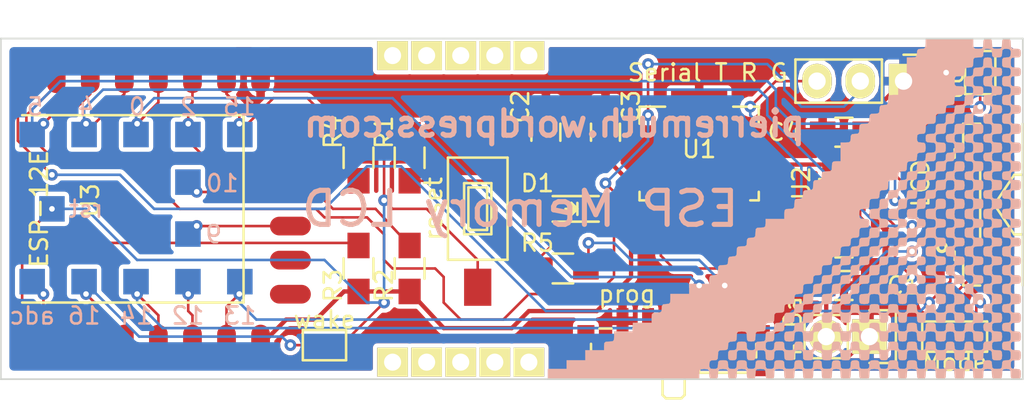
<source format=kicad_pcb>
(kicad_pcb (version 4) (host pcbnew 4.0.1-stable)

  (general
    (links 64)
    (no_connects 0)
    (area 114.949999 126.9226 176.9274 152.9274)
    (thickness 1.6)
    (drawings 7)
    (tracks 367)
    (zones 0)
    (modules 46)
    (nets 33)
  )

  (page A4)
  (layers
    (0 F.Cu signal)
    (31 B.Cu signal)
    (32 B.Adhes user hide)
    (33 F.Adhes user hide)
    (34 B.Paste user hide)
    (35 F.Paste user hide)
    (36 B.SilkS user)
    (37 F.SilkS user)
    (38 B.Mask user)
    (39 F.Mask user)
    (40 Dwgs.User user hide)
    (41 Cmts.User user hide)
    (42 Eco1.User user hide)
    (43 Eco2.User user hide)
    (44 Edge.Cuts user)
    (45 Margin user hide)
    (46 B.CrtYd user hide)
    (47 F.CrtYd user hide)
    (48 B.Fab user hide)
    (49 F.Fab user hide)
  )

  (setup
    (last_trace_width 0.254)
    (user_trace_width 0.1524)
    (user_trace_width 0.254)
    (user_trace_width 0.5)
    (trace_clearance 0.1524)
    (zone_clearance 0.254)
    (zone_45_only yes)
    (trace_min 0.1524)
    (segment_width 0.2)
    (edge_width 0.1)
    (via_size 0.6858)
    (via_drill 0.3302)
    (via_min_size 0.6858)
    (via_min_drill 0.3302)
    (uvia_size 0.762)
    (uvia_drill 0.508)
    (uvias_allowed no)
    (uvia_min_size 0)
    (uvia_min_drill 0)
    (pcb_text_width 0.3)
    (pcb_text_size 1.5 1.5)
    (mod_edge_width 0.15)
    (mod_text_size 1 1)
    (mod_text_width 0.15)
    (pad_size 3.8 10)
    (pad_drill 1.8)
    (pad_to_mask_clearance 0)
    (aux_axis_origin 0 0)
    (visible_elements 7FFFFFFF)
    (pcbplotparams
      (layerselection 0x00030_80000001)
      (usegerberextensions false)
      (excludeedgelayer false)
      (linewidth 0.100000)
      (plotframeref false)
      (viasonmask false)
      (mode 1)
      (useauxorigin false)
      (hpglpennumber 1)
      (hpglpenspeed 20)
      (hpglpendiameter 15)
      (hpglpenoverlay 2)
      (psnegative false)
      (psa4output false)
      (plotreference true)
      (plotvalue true)
      (plotinvisibletext false)
      (padsonsilk false)
      (subtractmaskfromsilk false)
      (outputformat 4)
      (mirror false)
      (drillshape 0)
      (scaleselection 1)
      (outputdirectory output/))
  )

  (net 0 "")
  (net 1 "Net-(C5-Pad1)")
  (net 2 "Net-(C5-Pad2)")
  (net 3 "Net-(P2-Pad2)")
  (net 4 "Net-(P2-Pad3)")
  (net 5 "Net-(P3-Pad1)")
  (net 6 "Net-(P3-Pad2)")
  (net 7 "Net-(R5-Pad2)")
  (net 8 "Net-(SW2-Pad2)")
  (net 9 "Net-(U1-Pad2)")
  (net 10 "Net-(U3-Pad2)")
  (net 11 +BATT)
  (net 12 GND)
  (net 13 +3V3)
  (net 14 +5V)
  (net 15 /MODECOM)
  (net 16 "Net-(GS2-Pad1)")
  (net 17 /RST)
  (net 18 /GPIO2)
  (net 19 /CH_PD)
  (net 20 /GPIO15)
  (net 21 "Net-(D1-Pad1)")
  (net 22 /GPIO0)
  (net 23 /GPIO4)
  (net 24 /GPIO5)
  (net 25 "Net-(U3-Pad9)")
  (net 26 "Net-(U3-Pad10)")
  (net 27 "Net-(U3-Pad11)")
  (net 28 "Net-(U3-Pad12)")
  (net 29 "Net-(U3-Pad13)")
  (net 30 "Net-(U3-Pad14)")
  (net 31 "Net-(U3-Pad6)")
  (net 32 "Net-(GS3-Pad2)")

  (net_class Default "This is the default net class."
    (clearance 0.1524)
    (trace_width 0.1524)
    (via_dia 0.6858)
    (via_drill 0.3302)
    (uvia_dia 0.762)
    (uvia_drill 0.508)
    (add_net +3V3)
    (add_net +5V)
    (add_net +BATT)
    (add_net /CH_PD)
    (add_net /GPIO0)
    (add_net /GPIO15)
    (add_net /GPIO2)
    (add_net /GPIO4)
    (add_net /GPIO5)
    (add_net /MODECOM)
    (add_net /RST)
    (add_net GND)
    (add_net "Net-(C5-Pad1)")
    (add_net "Net-(C5-Pad2)")
    (add_net "Net-(D1-Pad1)")
    (add_net "Net-(GS2-Pad1)")
    (add_net "Net-(GS3-Pad2)")
    (add_net "Net-(P2-Pad2)")
    (add_net "Net-(P2-Pad3)")
    (add_net "Net-(P3-Pad1)")
    (add_net "Net-(P3-Pad2)")
    (add_net "Net-(R5-Pad2)")
    (add_net "Net-(SW2-Pad2)")
    (add_net "Net-(U1-Pad2)")
    (add_net "Net-(U3-Pad10)")
    (add_net "Net-(U3-Pad11)")
    (add_net "Net-(U3-Pad12)")
    (add_net "Net-(U3-Pad13)")
    (add_net "Net-(U3-Pad14)")
    (add_net "Net-(U3-Pad2)")
    (add_net "Net-(U3-Pad6)")
    (add_net "Net-(U3-Pad9)")
  )

  (module Socket_Strips:Socket_Strip_Straight_1x02 (layer F.Cu) (tedit 579DC687) (tstamp 579CB6F2)
    (at 166 147.5 180)
    (descr "Through hole socket strip")
    (tags "socket strip")
    (path /5799C51B)
    (fp_text reference "+ Batt" (at 4.5 1 270) (layer F.SilkS)
      (effects (font (size 1 1) (thickness 0.15)))
    )
    (fp_text value "+ Batt" (at 4.5 1 270) (layer F.Fab)
      (effects (font (size 1 1) (thickness 0.15)))
    )
    (fp_line (start -1.55 1.55) (end 0 1.55) (layer F.SilkS) (width 0.15))
    (fp_line (start 3.81 1.27) (end 1.27 1.27) (layer F.SilkS) (width 0.15))
    (fp_line (start -1.75 -1.75) (end -1.75 1.75) (layer F.CrtYd) (width 0.05))
    (fp_line (start 4.3 -1.75) (end 4.3 1.75) (layer F.CrtYd) (width 0.05))
    (fp_line (start -1.75 -1.75) (end 4.3 -1.75) (layer F.CrtYd) (width 0.05))
    (fp_line (start -1.75 1.75) (end 4.3 1.75) (layer F.CrtYd) (width 0.05))
    (fp_line (start 1.27 1.27) (end 1.27 -1.27) (layer F.SilkS) (width 0.15))
    (fp_line (start 0 -1.55) (end -1.55 -1.55) (layer F.SilkS) (width 0.15))
    (fp_line (start -1.55 -1.55) (end -1.55 1.55) (layer F.SilkS) (width 0.15))
    (fp_line (start 1.27 -1.27) (end 3.81 -1.27) (layer F.SilkS) (width 0.15))
    (fp_line (start 3.81 -1.27) (end 3.81 1.27) (layer F.SilkS) (width 0.15))
    (pad 1 thru_hole rect (at 0 0 180) (size 2.032 2.032) (drill 1.016) (layers *.Cu *.Mask F.SilkS)
      (net 12 GND))
    (pad 2 thru_hole oval (at 2.54 0 180) (size 2.032 2.032) (drill 1.016) (layers *.Cu *.Mask F.SilkS)
      (net 11 +BATT))
    (model Socket_Strips.3dshapes/Socket_Strip_Straight_1x02.wrl
      (at (xyz 0.05 0 0))
      (scale (xyz 1 1 1))
      (rotate (xyz 0 0 180))
    )
  )

  (module Switch_SP3T (layer F.Cu) (tedit 579DC9FC) (tstamp 579CB79C)
    (at 154.5 148)
    (descr "Ultraminiature Surface Mount Slide Switch")
    (path /579B5181)
    (attr smd)
    (fp_text reference "prog    run" (at 0 -3) (layer F.SilkS)
      (effects (font (size 1 1) (thickness 0.15)))
    )
    (fp_text value "prog    run" (at 0 -3) (layer F.Fab)
      (effects (font (size 1 1) (thickness 0.15)))
    )
    (fp_line (start -1.5 1.625) (end -1.5 1.325) (layer F.SilkS) (width 0.15))
    (fp_line (start 1.5 1.325) (end 1.5 1.625) (layer F.SilkS) (width 0.15))
    (fp_line (start 0 1.325) (end 0 1.625) (layer F.SilkS) (width 0.15))
    (fp_line (start -4.35 -0.975) (end -3.65 -0.975) (layer F.SilkS) (width 0.15))
    (fp_line (start 3.65 -0.975) (end 4.35 -0.975) (layer F.SilkS) (width 0.15))
    (fp_line (start -2.35 -0.975) (end -2.15 -0.975) (layer F.SilkS) (width 0.15))
    (fp_line (start 2.15 -0.975) (end 2.35 -0.975) (layer F.SilkS) (width 0.15))
    (fp_line (start -5.9 -2.45) (end 5.9 -2.45) (layer F.CrtYd) (width 0.05))
    (fp_line (start 5.9 -2.45) (end 5.9 2.1) (layer F.CrtYd) (width 0.05))
    (fp_line (start 5.9 2.1) (end 2.4 2.1) (layer F.CrtYd) (width 0.05))
    (fp_line (start 2.4 2.1) (end 2.4 3.4) (layer F.CrtYd) (width 0.05))
    (fp_line (start 2.4 3.4) (end -2.4 3.4) (layer F.CrtYd) (width 0.05))
    (fp_line (start -2.4 3.4) (end -2.4 2.1) (layer F.CrtYd) (width 0.05))
    (fp_line (start -2.4 2.1) (end -5.9 2.1) (layer F.CrtYd) (width 0.05))
    (fp_line (start -5.9 2.1) (end -5.9 -2.45) (layer F.CrtYd) (width 0.05))
    (fp_line (start -0.65 2.925) (end -0.45 3.125) (layer F.SilkS) (width 0.15))
    (fp_line (start 0.65 2.925) (end 0.45 3.125) (layer F.SilkS) (width 0.15))
    (fp_line (start -0.65 1.625) (end -0.65 2.925) (layer F.SilkS) (width 0.15))
    (fp_line (start 0.45 3.125) (end -0.45 3.125) (layer F.SilkS) (width 0.15))
    (fp_line (start 0.65 2.925) (end 0.65 1.625) (layer F.SilkS) (width 0.15))
    (fp_line (start -4.35 1.625) (end 4.35 1.625) (layer F.SilkS) (width 0.15))
    (fp_line (start -0.85 -0.975) (end 0.85 -0.975) (layer F.SilkS) (width 0.15))
    (fp_line (start -4.85 -0.075) (end -4.85 0.725) (layer F.SilkS) (width 0.15))
    (fp_line (start 4.85 0.725) (end 4.85 -0.075) (layer F.SilkS) (width 0.15))
    (pad 1 smd rect (at -3 -1.425) (size 0.7 1.5) (layers F.Cu F.Paste F.Mask)
      (net 12 GND))
    (pad 2 smd rect (at -1.5 -1.425) (size 0.7 1.5) (layers F.Cu F.Paste F.Mask)
      (net 8 "Net-(SW2-Pad2)"))
    (pad 3 smd rect (at 1.5 -1.425) (size 0.7 1.5) (layers F.Cu F.Paste F.Mask)
      (net 22 /GPIO0))
    (pad 4 smd rect (at 3 -1.425) (size 0.7 1.5) (layers F.Cu F.Paste F.Mask)
      (net 7 "Net-(R5-Pad2)"))
    (pad "" smd rect (at -5.15 1.425) (size 1 0.8) (layers F.Cu F.Paste F.Mask))
    (pad "" smd rect (at 5.15 1.425) (size 1 0.8) (layers F.Cu F.Paste F.Mask))
    (pad "" smd rect (at 5.15 -0.775) (size 1 0.8) (layers F.Cu F.Paste F.Mask))
    (pad "" smd rect (at -5.15 -0.775) (size 1 0.8) (layers F.Cu F.Paste F.Mask))
  )

  (module custom_footprints:ESP-12E (layer F.Cu) (tedit 579B4571) (tstamp 579CB7D9)
    (at 116.25 148 90)
    (descr "Module, ESP-8266, ESP-12, 16 pad, SMD")
    (tags "Module ESP-8266 ESP8266")
    (path /579C8B22)
    (fp_text reference U3 (at 8.5 4 90) (layer F.SilkS)
      (effects (font (size 1 1) (thickness 0.15)))
    )
    (fp_text value ESP-12E (at 8 1 90) (layer F.SilkS)
      (effects (font (size 1 1) (thickness 0.15)))
    )
    (fp_line (start 2.5 0) (end 2.5 13) (layer F.SilkS) (width 0.15))
    (fp_line (start 2.5 13) (end 13.5 13) (layer F.SilkS) (width 0.15))
    (fp_line (start 13.5 13) (end 13.5 0) (layer F.SilkS) (width 0.15))
    (pad 9 smd oval (at 2.99 15.75 180) (size 2.4 1.1) (layers F.Cu F.Paste F.Mask)
      (net 25 "Net-(U3-Pad9)"))
    (pad 10 smd oval (at 4.99 15.75 180) (size 2.4 1.1) (layers F.Cu F.Paste F.Mask)
      (net 26 "Net-(U3-Pad10)"))
    (pad 11 smd oval (at 6.99 15.75 180) (size 2.4 1.1) (layers F.Cu F.Paste F.Mask)
      (net 27 "Net-(U3-Pad11)"))
    (pad 12 smd oval (at 8.99 15.75 180) (size 2.4 1.1) (layers F.Cu F.Paste F.Mask)
      (net 28 "Net-(U3-Pad12)"))
    (pad 13 smd oval (at 10.99 15.75 180) (size 2.4 1.1) (layers F.Cu F.Paste F.Mask)
      (net 29 "Net-(U3-Pad13)"))
    (pad 14 smd oval (at 12.99 15.75 180) (size 2.4 1.1) (layers F.Cu F.Paste F.Mask)
      (net 30 "Net-(U3-Pad14)"))
    (pad 1 smd rect (at 0 0 90) (size 2.4 1.1) (layers F.Cu F.Paste F.Mask)
      (net 17 /RST))
    (pad 2 smd oval (at 0 2 90) (size 2.4 1.1) (layers F.Cu F.Paste F.Mask)
      (net 10 "Net-(U3-Pad2)"))
    (pad 3 smd oval (at 0 4 90) (size 2.4 1.1) (layers F.Cu F.Paste F.Mask)
      (net 19 /CH_PD))
    (pad 4 smd oval (at 0 6 90) (size 2.4 1.1) (layers F.Cu F.Paste F.Mask)
      (net 16 "Net-(GS2-Pad1)"))
    (pad 5 smd oval (at 0 8 90) (size 2.4 1.1) (layers F.Cu F.Paste F.Mask)
      (net 5 "Net-(P3-Pad1)"))
    (pad 6 smd oval (at 0 10 90) (size 2.4 1.1) (layers F.Cu F.Paste F.Mask)
      (net 31 "Net-(U3-Pad6)"))
    (pad 7 smd oval (at 0 12 90) (size 2.4 1.1) (layers F.Cu F.Paste F.Mask)
      (net 6 "Net-(P3-Pad2)"))
    (pad 8 smd oval (at 0 14 90) (size 2.4 1.1) (layers F.Cu F.Paste F.Mask)
      (net 13 +3V3))
    (pad 15 smd oval (at 16 14 90) (size 2.4 1.1) (layers F.Cu F.Paste F.Mask)
      (net 12 GND))
    (pad 16 smd oval (at 16 12 90) (size 2.4 1.1) (layers F.Cu F.Paste F.Mask)
      (net 20 /GPIO15))
    (pad 17 smd oval (at 16 10 90) (size 2.4 1.1) (layers F.Cu F.Paste F.Mask)
      (net 18 /GPIO2))
    (pad 18 smd oval (at 16 8 90) (size 2.4 1.1) (layers F.Cu F.Paste F.Mask)
      (net 22 /GPIO0))
    (pad 19 smd oval (at 16 6 90) (size 2.4 1.1) (layers F.Cu F.Paste F.Mask)
      (net 23 /GPIO4))
    (pad 20 smd oval (at 16 4 90) (size 2.4 1.1) (layers F.Cu F.Paste F.Mask)
      (net 24 /GPIO5))
    (pad 21 smd oval (at 16 2 90) (size 2.4 1.1) (layers F.Cu F.Paste F.Mask)
      (net 3 "Net-(P2-Pad2)"))
    (pad 22 smd oval (at 16 0 90) (size 2.4 1.1) (layers F.Cu F.Paste F.Mask)
      (net 4 "Net-(P2-Pad3)"))
    (model ${ESPLIB}/ESP8266.3dshapes/ESP-12.wrl
      (at (xyz 0.04 0 0))
      (scale (xyz 0.3937 0.3937 0.3937))
      (rotate (xyz 0 0 0))
    )
  )

  (module Capacitors_SMD:C_0805_HandSoldering (layer F.Cu) (tedit 579DC69C) (tstamp 579CB685)
    (at 164.5 144.5)
    (descr "Capacitor SMD 0805, hand soldering")
    (tags "capacitor 0805")
    (path /579B54E0)
    (attr smd)
    (fp_text reference C1 (at 3.5 0) (layer F.SilkS)
      (effects (font (size 1 1) (thickness 0.15)))
    )
    (fp_text value 2.2uF (at 0 2.1) (layer F.Fab)
      (effects (font (size 1 1) (thickness 0.15)))
    )
    (fp_line (start -2.3 -1) (end 2.3 -1) (layer F.CrtYd) (width 0.05))
    (fp_line (start -2.3 1) (end 2.3 1) (layer F.CrtYd) (width 0.05))
    (fp_line (start -2.3 -1) (end -2.3 1) (layer F.CrtYd) (width 0.05))
    (fp_line (start 2.3 -1) (end 2.3 1) (layer F.CrtYd) (width 0.05))
    (fp_line (start 0.5 -0.85) (end -0.5 -0.85) (layer F.SilkS) (width 0.15))
    (fp_line (start -0.5 0.85) (end 0.5 0.85) (layer F.SilkS) (width 0.15))
    (pad 1 smd rect (at -1.25 0) (size 1.5 1.25) (layers F.Cu F.Paste F.Mask)
      (net 11 +BATT))
    (pad 2 smd rect (at 1.25 0) (size 1.5 1.25) (layers F.Cu F.Paste F.Mask)
      (net 12 GND))
    (model Capacitors_SMD.3dshapes/C_0805_HandSoldering.wrl
      (at (xyz 0 0 0))
      (scale (xyz 1 1 1))
      (rotate (xyz 0 0 0))
    )
  )

  (module Capacitors_SMD:C_0805_HandSoldering (layer F.Cu) (tedit 579DCC5F) (tstamp 579CB691)
    (at 147 135.5 90)
    (descr "Capacitor SMD 0805, hand soldering")
    (tags "capacitor 0805")
    (path /579B5496)
    (attr smd)
    (fp_text reference C2 (at 1.5 -1.5 90) (layer F.SilkS)
      (effects (font (size 1 1) (thickness 0.15)))
    )
    (fp_text value 2.2uF (at -1.5 -1.5 90) (layer F.Fab)
      (effects (font (size 1 1) (thickness 0.15)))
    )
    (fp_line (start -2.3 -1) (end 2.3 -1) (layer F.CrtYd) (width 0.05))
    (fp_line (start -2.3 1) (end 2.3 1) (layer F.CrtYd) (width 0.05))
    (fp_line (start -2.3 -1) (end -2.3 1) (layer F.CrtYd) (width 0.05))
    (fp_line (start 2.3 -1) (end 2.3 1) (layer F.CrtYd) (width 0.05))
    (fp_line (start 0.5 -0.85) (end -0.5 -0.85) (layer F.SilkS) (width 0.15))
    (fp_line (start -0.5 0.85) (end 0.5 0.85) (layer F.SilkS) (width 0.15))
    (pad 1 smd rect (at -1.25 0 90) (size 1.5 1.25) (layers F.Cu F.Paste F.Mask)
      (net 13 +3V3))
    (pad 2 smd rect (at 1.25 0 90) (size 1.5 1.25) (layers F.Cu F.Paste F.Mask)
      (net 12 GND))
    (model Capacitors_SMD.3dshapes/C_0805_HandSoldering.wrl
      (at (xyz 0 0 0))
      (scale (xyz 1 1 1))
      (rotate (xyz 0 0 0))
    )
  )

  (module Capacitors_SMD:C_0805_HandSoldering (layer F.Cu) (tedit 579DCC6D) (tstamp 579CB69D)
    (at 150.5 135.5 90)
    (descr "Capacitor SMD 0805, hand soldering")
    (tags "capacitor 0805")
    (path /579CB3C0)
    (attr smd)
    (fp_text reference C3 (at 1.5 1.5 90) (layer F.SilkS)
      (effects (font (size 1 1) (thickness 0.15)))
    )
    (fp_text value 1uF (at -1 1.5 90) (layer F.Fab)
      (effects (font (size 1 1) (thickness 0.15)))
    )
    (fp_line (start -2.3 -1) (end 2.3 -1) (layer F.CrtYd) (width 0.05))
    (fp_line (start -2.3 1) (end 2.3 1) (layer F.CrtYd) (width 0.05))
    (fp_line (start -2.3 -1) (end -2.3 1) (layer F.CrtYd) (width 0.05))
    (fp_line (start 2.3 -1) (end 2.3 1) (layer F.CrtYd) (width 0.05))
    (fp_line (start 0.5 -0.85) (end -0.5 -0.85) (layer F.SilkS) (width 0.15))
    (fp_line (start -0.5 0.85) (end 0.5 0.85) (layer F.SilkS) (width 0.15))
    (pad 1 smd rect (at -1.25 0 90) (size 1.5 1.25) (layers F.Cu F.Paste F.Mask)
      (net 13 +3V3))
    (pad 2 smd rect (at 1.25 0 90) (size 1.5 1.25) (layers F.Cu F.Paste F.Mask)
      (net 12 GND))
    (model Capacitors_SMD.3dshapes/C_0805_HandSoldering.wrl
      (at (xyz 0 0 0))
      (scale (xyz 1 1 1))
      (rotate (xyz 0 0 0))
    )
  )

  (module Capacitors_SMD:C_0805_HandSoldering (layer F.Cu) (tedit 579DCC9A) (tstamp 579CB6A9)
    (at 164.5 135.5 180)
    (descr "Capacitor SMD 0805, hand soldering")
    (tags "capacitor 0805")
    (path /579B5529)
    (attr smd)
    (fp_text reference C4 (at 3.5 0 180) (layer F.SilkS)
      (effects (font (size 1 1) (thickness 0.15)))
    )
    (fp_text value 2.2uF (at -4.5 0 180) (layer F.Fab)
      (effects (font (size 1 1) (thickness 0.15)))
    )
    (fp_line (start -2.3 -1) (end 2.3 -1) (layer F.CrtYd) (width 0.05))
    (fp_line (start -2.3 1) (end 2.3 1) (layer F.CrtYd) (width 0.05))
    (fp_line (start -2.3 -1) (end -2.3 1) (layer F.CrtYd) (width 0.05))
    (fp_line (start 2.3 -1) (end 2.3 1) (layer F.CrtYd) (width 0.05))
    (fp_line (start 0.5 -0.85) (end -0.5 -0.85) (layer F.SilkS) (width 0.15))
    (fp_line (start -0.5 0.85) (end 0.5 0.85) (layer F.SilkS) (width 0.15))
    (pad 1 smd rect (at -1.25 0 180) (size 1.5 1.25) (layers F.Cu F.Paste F.Mask)
      (net 14 +5V))
    (pad 2 smd rect (at 1.25 0 180) (size 1.5 1.25) (layers F.Cu F.Paste F.Mask)
      (net 12 GND))
    (model Capacitors_SMD.3dshapes/C_0805_HandSoldering.wrl
      (at (xyz 0 0 0))
      (scale (xyz 1 1 1))
      (rotate (xyz 0 0 0))
    )
  )

  (module Capacitors_SMD:C_0805_HandSoldering (layer F.Cu) (tedit 579DCC89) (tstamp 579CB6B5)
    (at 164.5 142 180)
    (descr "Capacitor SMD 0805, hand soldering")
    (tags "capacitor 0805")
    (path /579B5457)
    (attr smd)
    (fp_text reference C5 (at 3.5 0 180) (layer F.SilkS)
      (effects (font (size 1 1) (thickness 0.15)))
    )
    (fp_text value 0.22uF (at 0 -1.5 180) (layer F.Fab)
      (effects (font (size 1 1) (thickness 0.15)))
    )
    (fp_line (start -2.3 -1) (end 2.3 -1) (layer F.CrtYd) (width 0.05))
    (fp_line (start -2.3 1) (end 2.3 1) (layer F.CrtYd) (width 0.05))
    (fp_line (start -2.3 -1) (end -2.3 1) (layer F.CrtYd) (width 0.05))
    (fp_line (start 2.3 -1) (end 2.3 1) (layer F.CrtYd) (width 0.05))
    (fp_line (start 0.5 -0.85) (end -0.5 -0.85) (layer F.SilkS) (width 0.15))
    (fp_line (start -0.5 0.85) (end 0.5 0.85) (layer F.SilkS) (width 0.15))
    (pad 1 smd rect (at -1.25 0 180) (size 1.5 1.25) (layers F.Cu F.Paste F.Mask)
      (net 1 "Net-(C5-Pad1)"))
    (pad 2 smd rect (at 1.25 0 180) (size 1.5 1.25) (layers F.Cu F.Paste F.Mask)
      (net 2 "Net-(C5-Pad2)"))
    (model Capacitors_SMD.3dshapes/C_0805_HandSoldering.wrl
      (at (xyz 0 0 0))
      (scale (xyz 1 1 1))
      (rotate (xyz 0 0 0))
    )
  )

  (module LEDs:LED_0805 (layer F.Cu) (tedit 579DC6FD) (tstamp 579CB6C8)
    (at 148.5 140 180)
    (descr "LED 0805 smd package")
    (tags "LED 0805 SMD")
    (path /579B731C)
    (attr smd)
    (fp_text reference D1 (at 2 1.5 180) (layer F.SilkS)
      (effects (font (size 1 1) (thickness 0.15)))
    )
    (fp_text value Red (at 0 1.75 180) (layer F.Fab)
      (effects (font (size 1 1) (thickness 0.15)))
    )
    (fp_line (start -1.6 0.75) (end 1.1 0.75) (layer F.SilkS) (width 0.15))
    (fp_line (start -1.6 -0.75) (end 1.1 -0.75) (layer F.SilkS) (width 0.15))
    (fp_line (start -0.1 0.15) (end -0.1 -0.1) (layer F.SilkS) (width 0.15))
    (fp_line (start -0.1 -0.1) (end -0.25 0.05) (layer F.SilkS) (width 0.15))
    (fp_line (start -0.35 -0.35) (end -0.35 0.35) (layer F.SilkS) (width 0.15))
    (fp_line (start 0 0) (end 0.35 0) (layer F.SilkS) (width 0.15))
    (fp_line (start -0.35 0) (end 0 -0.35) (layer F.SilkS) (width 0.15))
    (fp_line (start 0 -0.35) (end 0 0.35) (layer F.SilkS) (width 0.15))
    (fp_line (start 0 0.35) (end -0.35 0) (layer F.SilkS) (width 0.15))
    (fp_line (start 1.9 -0.95) (end 1.9 0.95) (layer F.CrtYd) (width 0.05))
    (fp_line (start 1.9 0.95) (end -1.9 0.95) (layer F.CrtYd) (width 0.05))
    (fp_line (start -1.9 0.95) (end -1.9 -0.95) (layer F.CrtYd) (width 0.05))
    (fp_line (start -1.9 -0.95) (end 1.9 -0.95) (layer F.CrtYd) (width 0.05))
    (pad 2 smd rect (at 1.04902 0) (size 1.19888 1.19888) (layers F.Cu F.Paste F.Mask)
      (net 13 +3V3))
    (pad 1 smd rect (at -1.04902 0) (size 1.19888 1.19888) (layers F.Cu F.Paste F.Mask)
      (net 21 "Net-(D1-Pad1)"))
    (model LEDs.3dshapes/LED_0805.wrl
      (at (xyz 0 0 0))
      (scale (xyz 1 1 1))
      (rotate (xyz 0 0 0))
    )
  )

  (module GS3 (layer F.Cu) (tedit 579DC668) (tstamp 579CB6D3)
    (at 171 147.5 90)
    (descr "Pontet Goute de soudure")
    (path /579C9834)
    (attr virtual)
    (fp_text reference Mode (at -1.5 0 180) (layer F.SilkS)
      (effects (font (size 1 1) (thickness 0.15)))
    )
    (fp_text value Mode (at -1.5 0 180) (layer F.Fab)
      (effects (font (size 1 1) (thickness 0.15)))
    )
    (fp_line (start -0.889 -1.905) (end -0.889 1.905) (layer F.SilkS) (width 0.15))
    (fp_line (start -0.889 1.905) (end 0.889 1.905) (layer F.SilkS) (width 0.15))
    (fp_line (start 0.889 1.905) (end 0.889 -1.905) (layer F.SilkS) (width 0.15))
    (fp_line (start -0.889 -1.905) (end 0.889 -1.905) (layer F.SilkS) (width 0.15))
    (pad 1 smd rect (at 0 -1.27 90) (size 1.27 0.9652) (layers F.Cu F.Paste F.Mask)
      (net 12 GND))
    (pad 2 smd rect (at 0 0 90) (size 1.27 0.9652) (layers F.Cu F.Paste F.Mask)
      (net 15 /MODECOM))
    (pad 3 smd rect (at 0 1.27 90) (size 1.27 0.9652) (layers F.Cu F.Paste F.Mask)
      (net 14 +5V))
  )

  (module GS2 (layer F.Cu) (tedit 579DC6D5) (tstamp 579CB6DD)
    (at 134 148 90)
    (descr "Pontet Goute de soudure")
    (path /579CBF1B)
    (attr virtual)
    (fp_text reference wake (at 1.5 0 180) (layer F.SilkS)
      (effects (font (size 1 1) (thickness 0.15)))
    )
    (fp_text value wake (at 1.524 0 180) (layer F.Fab)
      (effects (font (size 1 1) (thickness 0.15)))
    )
    (fp_line (start -0.889 -1.27) (end -0.889 1.27) (layer F.SilkS) (width 0.15))
    (fp_line (start 0.889 1.27) (end 0.889 -1.27) (layer F.SilkS) (width 0.15))
    (fp_line (start 0.889 1.27) (end -0.889 1.27) (layer F.SilkS) (width 0.15))
    (fp_line (start -0.889 -1.27) (end 0.889 -1.27) (layer F.SilkS) (width 0.15))
    (pad 1 smd rect (at 0 -0.635 90) (size 1.27 0.9652) (layers F.Cu F.Paste F.Mask)
      (net 16 "Net-(GS2-Pad1)"))
    (pad 2 smd rect (at 0 0.635 90) (size 1.27 0.9652) (layers F.Cu F.Paste F.Mask)
      (net 17 /RST))
  )

  (module GS2 (layer F.Cu) (tedit 579DC660) (tstamp 579CB6E7)
    (at 172.5 132)
    (descr "Pontet Goute de soudure")
    (path /579D396C)
    (attr virtual)
    (fp_text reference com (at -1.5 0 90) (layer F.SilkS)
      (effects (font (size 1 1) (thickness 0.15)))
    )
    (fp_text value com (at -1.5 0 90) (layer F.Fab)
      (effects (font (size 1 1) (thickness 0.15)))
    )
    (fp_line (start -0.889 -1.27) (end -0.889 1.27) (layer F.SilkS) (width 0.15))
    (fp_line (start 0.889 1.27) (end 0.889 -1.27) (layer F.SilkS) (width 0.15))
    (fp_line (start 0.889 1.27) (end -0.889 1.27) (layer F.SilkS) (width 0.15))
    (fp_line (start -0.889 -1.27) (end 0.889 -1.27) (layer F.SilkS) (width 0.15))
    (pad 1 smd rect (at 0 -0.635) (size 1.27 0.9652) (layers F.Cu F.Paste F.Mask)
      (net 24 /GPIO5))
    (pad 2 smd rect (at 0 0.635) (size 1.27 0.9652) (layers F.Cu F.Paste F.Mask)
      (net 32 "Net-(GS3-Pad2)"))
  )

  (module Socket_Strips:Socket_Strip_Straight_1x03 (layer F.Cu) (tedit 579DC7DA) (tstamp 579CB704)
    (at 168 132.5 180)
    (descr "Through hole socket strip")
    (tags "socket strip")
    (path /579C966C)
    (fp_text reference "Serial T R G" (at 11.5 0.5 180) (layer F.SilkS)
      (effects (font (size 1 1) (thickness 0.15)))
    )
    (fp_text value "Serial T R G" (at 11.5 0.5 180) (layer F.Fab)
      (effects (font (size 1 1) (thickness 0.15)))
    )
    (fp_line (start 0 -1.55) (end -1.55 -1.55) (layer F.SilkS) (width 0.15))
    (fp_line (start -1.55 -1.55) (end -1.55 1.55) (layer F.SilkS) (width 0.15))
    (fp_line (start -1.55 1.55) (end 0 1.55) (layer F.SilkS) (width 0.15))
    (fp_line (start -1.75 -1.75) (end -1.75 1.75) (layer F.CrtYd) (width 0.05))
    (fp_line (start 6.85 -1.75) (end 6.85 1.75) (layer F.CrtYd) (width 0.05))
    (fp_line (start -1.75 -1.75) (end 6.85 -1.75) (layer F.CrtYd) (width 0.05))
    (fp_line (start -1.75 1.75) (end 6.85 1.75) (layer F.CrtYd) (width 0.05))
    (fp_line (start 1.27 -1.27) (end 6.35 -1.27) (layer F.SilkS) (width 0.15))
    (fp_line (start 6.35 -1.27) (end 6.35 1.27) (layer F.SilkS) (width 0.15))
    (fp_line (start 6.35 1.27) (end 1.27 1.27) (layer F.SilkS) (width 0.15))
    (fp_line (start 1.27 1.27) (end 1.27 -1.27) (layer F.SilkS) (width 0.15))
    (pad 1 thru_hole rect (at 0 0 180) (size 1.7272 2.032) (drill 1.016) (layers *.Cu *.Mask F.SilkS)
      (net 12 GND))
    (pad 2 thru_hole oval (at 2.54 0 180) (size 1.7272 2.032) (drill 1.016) (layers *.Cu *.Mask F.SilkS)
      (net 3 "Net-(P2-Pad2)"))
    (pad 3 thru_hole oval (at 5.08 0 180) (size 1.7272 2.032) (drill 1.016) (layers *.Cu *.Mask F.SilkS)
      (net 4 "Net-(P2-Pad3)"))
    (model Socket_Strips.3dshapes/Socket_Strip_Straight_1x03.wrl
      (at (xyz 0.1 0 0))
      (scale (xyz 1 1 1))
      (rotate (xyz 0 0 180))
    )
  )

  (module custom_footprints:10pins_0.5mm_PITCH_connector_FPC (layer F.Cu) (tedit 579DC655) (tstamp 579CB724)
    (at 172.5 140 180)
    (tags 10_FPC_0.5)
    (path /579CA1CB)
    (attr smd)
    (fp_text reference LCD (at 3.5 1.5 270) (layer F.SilkS)
      (effects (font (size 1 1) (thickness 0.15)))
    )
    (fp_text value Sharp_Memory_LCD (at -3.5 -0.5 270) (layer F.Fab)
      (effects (font (size 1 1) (thickness 0.15)))
    )
    (fp_line (start -2.5 -4.5) (end -2.5 5) (layer F.SilkS) (width 0.15))
    (fp_line (start 1 -3.5) (end 1 -4.5) (layer F.SilkS) (width 0.15))
    (fp_line (start 1 -4.5) (end 0 -4.5) (layer F.SilkS) (width 0.15))
    (fp_line (start 1 3.5) (end 1 5) (layer F.SilkS) (width 0.15))
    (fp_line (start 1 5) (end 0 5) (layer F.SilkS) (width 0.15))
    (fp_line (start 1.5 3) (end 1.5 3.5) (layer F.SilkS) (width 0.15))
    (fp_line (start 1.5 3.5) (end 1 3.5) (layer F.SilkS) (width 0.15))
    (fp_line (start 1 -3.5) (end 1 -3) (layer F.SilkS) (width 0.15))
    (fp_line (start 1 -3) (end 1.5 -3) (layer F.SilkS) (width 0.15))
    (fp_line (start 1.5 -3) (end 1.5 -2.5) (layer F.SilkS) (width 0.15))
    (fp_line (start 0 -2) (end 0 2.5) (layer F.SilkS) (width 0.15))
    (fp_line (start -1 0.5) (end -2 2) (layer F.SilkS) (width 0.15))
    (fp_line (start -2 2) (end -2.5 2) (layer F.SilkS) (width 0.15))
    (fp_line (start -1 0.5) (end -1 0) (layer F.SilkS) (width 0.15))
    (fp_line (start -1 0) (end -2 -1.5) (layer F.SilkS) (width 0.15))
    (fp_line (start -2 -1.5) (end -2.5 -1.5) (layer F.SilkS) (width 0.15))
    (pad "" smd rect (at -1.5 4 180) (size 1.5 1.5) (drill (offset 0.25 0.25)) (layers F.Cu F.Paste F.Mask))
    (pad 1 smd rect (at 1.75 -2 180) (size 1.5 0.25) (layers F.Cu F.Paste F.Mask)
      (net 5 "Net-(P3-Pad1)"))
    (pad 2 smd rect (at 1.75 -1.5 180) (size 1.5 0.25) (layers F.Cu F.Paste F.Mask)
      (net 6 "Net-(P3-Pad2)"))
    (pad 3 smd rect (at 1.75 -1 180) (size 1.5 0.25) (layers F.Cu F.Paste F.Mask)
      (net 23 /GPIO4))
    (pad 4 smd rect (at 1.75 -0.5 180) (size 1.5 0.25) (layers F.Cu F.Paste F.Mask)
      (net 32 "Net-(GS3-Pad2)"))
    (pad 5 smd rect (at 1.75 0 180) (size 1.5 0.25) (layers F.Cu F.Paste F.Mask)
      (net 14 +5V))
    (pad 6 smd rect (at 1.75 0.5 180) (size 1.5 0.25) (layers F.Cu F.Paste F.Mask)
      (net 14 +5V))
    (pad 7 smd rect (at 1.75 1 180) (size 1.5 0.25) (layers F.Cu F.Paste F.Mask)
      (net 14 +5V))
    (pad 8 smd rect (at 1.75 1.5 180) (size 1.5 0.25) (layers F.Cu F.Paste F.Mask)
      (net 15 /MODECOM))
    (pad 9 smd rect (at 1.75 2 180) (size 1.5 0.25) (layers F.Cu F.Paste F.Mask)
      (net 12 GND))
    (pad 10 smd rect (at 1.75 2.5 180) (size 1.5 0.25) (layers F.Cu F.Paste F.Mask)
      (net 12 GND))
    (pad "" smd rect (at -1.5 -4 180) (size 1.5 1.5) (drill (offset 0.25 0.25)) (layers F.Cu F.Paste F.Mask))
    (model Housings_SSOP.3dshapes/TSSOP-10_3x3mm_Pitch0.5mm.wrl
      (at (xyz 0 0 0))
      (scale (xyz 1 1 1))
      (rotate (xyz 0 0 0))
    )
  )

  (module Resistors_SMD:R_0805_HandSoldering (layer F.Cu) (tedit 579DCC46) (tstamp 579CB730)
    (at 139 137 90)
    (descr "Resistor SMD 0805, hand soldering")
    (tags "resistor 0805")
    (path /579CD35D)
    (attr smd)
    (fp_text reference R1 (at 1.5 -1.5 90) (layer F.SilkS)
      (effects (font (size 1 1) (thickness 0.15)))
    )
    (fp_text value 10K (at -1 -1.5 90) (layer F.Fab)
      (effects (font (size 1 1) (thickness 0.15)))
    )
    (fp_line (start -2.4 -1) (end 2.4 -1) (layer F.CrtYd) (width 0.05))
    (fp_line (start -2.4 1) (end 2.4 1) (layer F.CrtYd) (width 0.05))
    (fp_line (start -2.4 -1) (end -2.4 1) (layer F.CrtYd) (width 0.05))
    (fp_line (start 2.4 -1) (end 2.4 1) (layer F.CrtYd) (width 0.05))
    (fp_line (start 0.6 0.875) (end -0.6 0.875) (layer F.SilkS) (width 0.15))
    (fp_line (start -0.6 -0.875) (end 0.6 -0.875) (layer F.SilkS) (width 0.15))
    (pad 1 smd rect (at -1.35 0 90) (size 1.5 1.3) (layers F.Cu F.Paste F.Mask)
      (net 13 +3V3))
    (pad 2 smd rect (at 1.35 0 90) (size 1.5 1.3) (layers F.Cu F.Paste F.Mask)
      (net 17 /RST))
    (model Resistors_SMD.3dshapes/R_0805_HandSoldering.wrl
      (at (xyz 0 0 0))
      (scale (xyz 1 1 1))
      (rotate (xyz 0 0 0))
    )
  )

  (module Resistors_SMD:R_0805_HandSoldering (layer F.Cu) (tedit 579DCC50) (tstamp 579CB73C)
    (at 139 143.5 90)
    (descr "Resistor SMD 0805, hand soldering")
    (tags "resistor 0805")
    (path /579CFE67)
    (attr smd)
    (fp_text reference R2 (at -1 -1.5 90) (layer F.SilkS)
      (effects (font (size 1 1) (thickness 0.15)))
    )
    (fp_text value 10K (at 1.5 -1.5 90) (layer F.Fab)
      (effects (font (size 1 1) (thickness 0.15)))
    )
    (fp_line (start -2.4 -1) (end 2.4 -1) (layer F.CrtYd) (width 0.05))
    (fp_line (start -2.4 1) (end 2.4 1) (layer F.CrtYd) (width 0.05))
    (fp_line (start -2.4 -1) (end -2.4 1) (layer F.CrtYd) (width 0.05))
    (fp_line (start 2.4 -1) (end 2.4 1) (layer F.CrtYd) (width 0.05))
    (fp_line (start 0.6 0.875) (end -0.6 0.875) (layer F.SilkS) (width 0.15))
    (fp_line (start -0.6 -0.875) (end 0.6 -0.875) (layer F.SilkS) (width 0.15))
    (pad 1 smd rect (at -1.35 0 90) (size 1.5 1.3) (layers F.Cu F.Paste F.Mask)
      (net 13 +3V3))
    (pad 2 smd rect (at 1.35 0 90) (size 1.5 1.3) (layers F.Cu F.Paste F.Mask)
      (net 18 /GPIO2))
    (model Resistors_SMD.3dshapes/R_0805_HandSoldering.wrl
      (at (xyz 0 0 0))
      (scale (xyz 1 1 1))
      (rotate (xyz 0 0 0))
    )
  )

  (module Resistors_SMD:R_0805_HandSoldering (layer F.Cu) (tedit 579DCC4B) (tstamp 579CB748)
    (at 136 143.5 90)
    (descr "Resistor SMD 0805, hand soldering")
    (tags "resistor 0805")
    (path /579D03AE)
    (attr smd)
    (fp_text reference R3 (at -1 -1.5 90) (layer F.SilkS)
      (effects (font (size 1 1) (thickness 0.15)))
    )
    (fp_text value 10K (at 1.5 -1.5 90) (layer F.Fab)
      (effects (font (size 1 1) (thickness 0.15)))
    )
    (fp_line (start -2.4 -1) (end 2.4 -1) (layer F.CrtYd) (width 0.05))
    (fp_line (start -2.4 1) (end 2.4 1) (layer F.CrtYd) (width 0.05))
    (fp_line (start -2.4 -1) (end -2.4 1) (layer F.CrtYd) (width 0.05))
    (fp_line (start 2.4 -1) (end 2.4 1) (layer F.CrtYd) (width 0.05))
    (fp_line (start 0.6 0.875) (end -0.6 0.875) (layer F.SilkS) (width 0.15))
    (fp_line (start -0.6 -0.875) (end 0.6 -0.875) (layer F.SilkS) (width 0.15))
    (pad 1 smd rect (at -1.35 0 90) (size 1.5 1.3) (layers F.Cu F.Paste F.Mask)
      (net 13 +3V3))
    (pad 2 smd rect (at 1.35 0 90) (size 1.5 1.3) (layers F.Cu F.Paste F.Mask)
      (net 19 /CH_PD))
    (model Resistors_SMD.3dshapes/R_0805_HandSoldering.wrl
      (at (xyz 0 0 0))
      (scale (xyz 1 1 1))
      (rotate (xyz 0 0 0))
    )
  )

  (module Resistors_SMD:R_0805_HandSoldering (layer F.Cu) (tedit 579DCC40) (tstamp 579CB754)
    (at 136 137 90)
    (descr "Resistor SMD 0805, hand soldering")
    (tags "resistor 0805")
    (path /579D015E)
    (attr smd)
    (fp_text reference R4 (at 1.5 -1.5 90) (layer F.SilkS)
      (effects (font (size 1 1) (thickness 0.15)))
    )
    (fp_text value 10K (at -1 -1.5 90) (layer F.Fab)
      (effects (font (size 1 1) (thickness 0.15)))
    )
    (fp_line (start -2.4 -1) (end 2.4 -1) (layer F.CrtYd) (width 0.05))
    (fp_line (start -2.4 1) (end 2.4 1) (layer F.CrtYd) (width 0.05))
    (fp_line (start -2.4 -1) (end -2.4 1) (layer F.CrtYd) (width 0.05))
    (fp_line (start 2.4 -1) (end 2.4 1) (layer F.CrtYd) (width 0.05))
    (fp_line (start 0.6 0.875) (end -0.6 0.875) (layer F.SilkS) (width 0.15))
    (fp_line (start -0.6 -0.875) (end 0.6 -0.875) (layer F.SilkS) (width 0.15))
    (pad 1 smd rect (at -1.35 0 90) (size 1.5 1.3) (layers F.Cu F.Paste F.Mask)
      (net 20 /GPIO15))
    (pad 2 smd rect (at 1.35 0 90) (size 1.5 1.3) (layers F.Cu F.Paste F.Mask)
      (net 12 GND))
    (model Resistors_SMD.3dshapes/R_0805_HandSoldering.wrl
      (at (xyz 0 0 0))
      (scale (xyz 1 1 1))
      (rotate (xyz 0 0 0))
    )
  )

  (module Resistors_SMD:R_0805_HandSoldering (layer F.Cu) (tedit 579DCC67) (tstamp 579CB760)
    (at 148 143.5)
    (descr "Resistor SMD 0805, hand soldering")
    (tags "resistor 0805")
    (path /579B55E5)
    (attr smd)
    (fp_text reference R5 (at -1.5 -1.5) (layer F.SilkS)
      (effects (font (size 1 1) (thickness 0.15)))
    )
    (fp_text value 1K (at 1 -1.5) (layer F.Fab)
      (effects (font (size 1 1) (thickness 0.15)))
    )
    (fp_line (start -2.4 -1) (end 2.4 -1) (layer F.CrtYd) (width 0.05))
    (fp_line (start -2.4 1) (end 2.4 1) (layer F.CrtYd) (width 0.05))
    (fp_line (start -2.4 -1) (end -2.4 1) (layer F.CrtYd) (width 0.05))
    (fp_line (start 2.4 -1) (end 2.4 1) (layer F.CrtYd) (width 0.05))
    (fp_line (start 0.6 0.875) (end -0.6 0.875) (layer F.SilkS) (width 0.15))
    (fp_line (start -0.6 -0.875) (end 0.6 -0.875) (layer F.SilkS) (width 0.15))
    (pad 1 smd rect (at -1.35 0) (size 1.5 1.3) (layers F.Cu F.Paste F.Mask)
      (net 21 "Net-(D1-Pad1)"))
    (pad 2 smd rect (at 1.35 0) (size 1.5 1.3) (layers F.Cu F.Paste F.Mask)
      (net 7 "Net-(R5-Pad2)"))
    (model Resistors_SMD.3dshapes/R_0805_HandSoldering.wrl
      (at (xyz 0 0 0))
      (scale (xyz 1 1 1))
      (rotate (xyz 0 0 0))
    )
  )

  (module Buttons_Switches_SMD:SW_SPST_FSMSM (layer F.Cu) (tedit 579DC76A) (tstamp 579CB776)
    (at 143 140 90)
    (descr http://www.te.com/commerce/DocumentDelivery/DDEController?Action=srchrtrv&DocNm=1437566-3&DocType=Customer+Drawing&DocLang=English)
    (tags "SPST button tactile switch")
    (path /579B51AC)
    (attr smd)
    (fp_text reference reset (at 0.01011 -2.60022 90) (layer F.SilkS)
      (effects (font (size 1 1) (thickness 0.15)))
    )
    (fp_text value Reset (at 0.01011 -0.00022 90) (layer F.Fab)
      (effects (font (size 1 1) (thickness 0.15)))
    )
    (fp_line (start -1.23989 -0.55022) (end 1.26011 -0.55022) (layer F.SilkS) (width 0.15))
    (fp_line (start 1.26011 -0.55022) (end 1.26011 0.54978) (layer F.SilkS) (width 0.15))
    (fp_line (start 1.26011 0.54978) (end -1.23989 0.54978) (layer F.SilkS) (width 0.15))
    (fp_line (start -1.23989 0.54978) (end -1.23989 -0.55022) (layer F.SilkS) (width 0.15))
    (fp_line (start -1.48989 0.79978) (end 1.51011 0.79978) (layer F.SilkS) (width 0.15))
    (fp_line (start -1.48989 -0.80022) (end 1.51011 -0.80022) (layer F.SilkS) (width 0.15))
    (fp_line (start 1.51011 -0.80022) (end 1.51011 0.79978) (layer F.SilkS) (width 0.15))
    (fp_line (start -1.48989 -0.80022) (end -1.48989 0.79978) (layer F.SilkS) (width 0.15))
    (fp_line (start -5.95 2) (end 5.95 2) (layer F.CrtYd) (width 0.05))
    (fp_line (start 5.95 -2) (end 5.95 2) (layer F.CrtYd) (width 0.05))
    (fp_line (start -2.98989 1.74978) (end 3.01011 1.74978) (layer F.SilkS) (width 0.15))
    (fp_line (start -2.98989 -1.75022) (end 3.01011 -1.75022) (layer F.SilkS) (width 0.15))
    (fp_line (start -2.98989 -1.75022) (end -2.98989 1.74978) (layer F.SilkS) (width 0.15))
    (fp_line (start 3.01011 -1.75022) (end 3.01011 1.74978) (layer F.SilkS) (width 0.15))
    (fp_line (start -5.95 -2) (end -5.95 2) (layer F.CrtYd) (width 0.05))
    (fp_line (start -5.95 -2) (end 5.95 -2) (layer F.CrtYd) (width 0.05))
    (pad 1 smd rect (at -4.60243 -0.00232 90) (size 2.18 1.6) (layers F.Cu F.Paste F.Mask)
      (net 17 /RST))
    (pad 2 smd rect (at 4.60243 0.00232 90) (size 2.18 1.6) (layers F.Cu F.Paste F.Mask)
      (net 12 GND))
  )

  (module custom_footprints:SOT-223-5 (layer F.Cu) (tedit 579B4104) (tstamp 579CB7AD)
    (at 156 138)
    (descr "module CMS SOT223 5 pins")
    (tags "CMS SOT")
    (path /579C8BE0)
    (attr smd)
    (fp_text reference U1 (at 0 -1.5) (layer F.SilkS)
      (effects (font (size 1 1) (thickness 0.15)))
    )
    (fp_text value LP38692 (at 0 0.5) (layer F.Fab)
      (effects (font (size 1 1) (thickness 0.15)))
    )
    (fp_line (start -3.5 -3) (end -3.5 -4) (layer F.SilkS) (width 0.15))
    (fp_line (start -3.5 -4) (end -2 -4) (layer F.SilkS) (width 0.15))
    (fp_line (start 3 1.5) (end 3.5 1.5) (layer F.SilkS) (width 0.15))
    (fp_line (start 3.5 1.5) (end 3.5 1) (layer F.SilkS) (width 0.15))
    (fp_line (start -3.5 1) (end -3.5 1.5) (layer F.SilkS) (width 0.15))
    (fp_line (start -3.5 1.5) (end -3 1.5) (layer F.SilkS) (width 0.15))
    (fp_line (start 2 -4) (end 3.5 -4) (layer F.SilkS) (width 0.15))
    (fp_line (start 3.5 -4) (end 3.5 -3) (layer F.SilkS) (width 0.15))
    (pad 4 smd rect (at 2.25 3) (size 1 2) (layers F.Cu F.Paste F.Mask)
      (net 11 +BATT))
    (pad 5 smd rect (at 0 -4) (size 3.3 2) (layers F.Cu F.Paste F.Mask)
      (net 12 GND))
    (pad 2 smd rect (at -0.75 3) (size 1 2) (layers F.Cu F.Paste F.Mask)
      (net 9 "Net-(U1-Pad2)"))
    (pad 3 smd rect (at 0.75 3) (size 1 2) (layers F.Cu F.Paste F.Mask)
      (net 13 +3V3))
    (pad 1 smd rect (at -2.25 3) (size 1 2) (layers F.Cu F.Paste F.Mask)
      (net 11 +BATT))
    (model TO_SOT_Packages_SMD.3dshapes/SOT-223.wrl
      (at (xyz 0 0 0))
      (scale (xyz 0.4 0.4 0.4))
      (rotate (xyz 0 0 0))
    )
  )

  (module TO_SOT_Packages_SMD:SOT-23-6 (layer F.Cu) (tedit 579DCC82) (tstamp 579CB7BC)
    (at 164.5 138.5 270)
    (descr "6-pin SOT-23 package")
    (tags SOT-23-6)
    (path /579C8C63)
    (attr smd)
    (fp_text reference U2 (at 0 2.5 270) (layer F.SilkS)
      (effects (font (size 1 1) (thickness 0.15)))
    )
    (fp_text value REG710 (at 0 -0.5 360) (layer F.Fab)
      (effects (font (size 1 1) (thickness 0.15)))
    )
    (fp_circle (center -0.4 -1.7) (end -0.3 -1.7) (layer F.SilkS) (width 0.15))
    (fp_line (start 0.25 -1.45) (end -0.25 -1.45) (layer F.SilkS) (width 0.15))
    (fp_line (start 0.25 1.45) (end 0.25 -1.45) (layer F.SilkS) (width 0.15))
    (fp_line (start -0.25 1.45) (end 0.25 1.45) (layer F.SilkS) (width 0.15))
    (fp_line (start -0.25 -1.45) (end -0.25 1.45) (layer F.SilkS) (width 0.15))
    (pad 1 smd rect (at -1.1 -0.95 270) (size 1.06 0.65) (layers F.Cu F.Paste F.Mask)
      (net 14 +5V))
    (pad 2 smd rect (at -1.1 0 270) (size 1.06 0.65) (layers F.Cu F.Paste F.Mask)
      (net 12 GND))
    (pad 3 smd rect (at -1.1 0.95 270) (size 1.06 0.65) (layers F.Cu F.Paste F.Mask)
      (net 13 +3V3))
    (pad 4 smd rect (at 1.1 0.95 270) (size 1.06 0.65) (layers F.Cu F.Paste F.Mask)
      (net 2 "Net-(C5-Pad2)"))
    (pad 6 smd rect (at 1.1 -0.95 270) (size 1.06 0.65) (layers F.Cu F.Paste F.Mask)
      (net 1 "Net-(C5-Pad1)"))
    (pad 5 smd rect (at 1.1 0 270) (size 1.06 0.65) (layers F.Cu F.Paste F.Mask)
      (net 13 +3V3))
    (model TO_SOT_Packages_SMD.3dshapes/SOT-23-6.wrl
      (at (xyz 0 0 0))
      (scale (xyz 1 1 1))
      (rotate (xyz 0 0 0))
    )
  )

  (module Measurement_Points:Measurement_Point_Square-SMD-Pad_Small (layer B.Cu) (tedit 579DCAE4) (tstamp 579CB84E)
    (at 119.888 144.272)
    (descr "Mesurement Point, Square, SMD Pad,  1.5mm x 1.5mm,")
    (tags "Mesurement Point Square SMD Pad 1.5x1.5mm")
    (path /579CDA92)
    (attr virtual)
    (fp_text reference 16 (at 0 2) (layer B.SilkS)
      (effects (font (size 1 1) (thickness 0.15)) (justify mirror))
    )
    (fp_text value G16 (at 0 -2) (layer B.Fab)
      (effects (font (size 1 1) (thickness 0.15)) (justify mirror))
    )
    (fp_line (start -1 1) (end 1 1) (layer B.CrtYd) (width 0.05))
    (fp_line (start 1 1) (end 1 -1) (layer B.CrtYd) (width 0.05))
    (fp_line (start 1 -1) (end -1 -1) (layer B.CrtYd) (width 0.05))
    (fp_line (start -1 -1) (end -1 1) (layer B.CrtYd) (width 0.05))
    (pad 1 smd rect (at 0 0) (size 1.5 1.5) (layers B.Cu B.Mask)
      (net 16 "Net-(GS2-Pad1)"))
  )

  (module Measurement_Points:Measurement_Point_Square-SMD-Pad_Small (layer B.Cu) (tedit 579DCAA1) (tstamp 579CB845)
    (at 129.032 135.636)
    (descr "Mesurement Point, Square, SMD Pad,  1.5mm x 1.5mm,")
    (tags "Mesurement Point Square SMD Pad 1.5x1.5mm")
    (path /579CD7CE)
    (attr virtual)
    (fp_text reference 15 (at -0.032 -1.636) (layer B.SilkS)
      (effects (font (size 1 1) (thickness 0.15)) (justify mirror))
    )
    (fp_text value G15 (at 0 -2) (layer B.Fab)
      (effects (font (size 1 1) (thickness 0.15)) (justify mirror))
    )
    (fp_line (start -1 1) (end 1 1) (layer B.CrtYd) (width 0.05))
    (fp_line (start 1 1) (end 1 -1) (layer B.CrtYd) (width 0.05))
    (fp_line (start 1 -1) (end -1 -1) (layer B.CrtYd) (width 0.05))
    (fp_line (start -1 -1) (end -1 1) (layer B.CrtYd) (width 0.05))
    (pad 1 smd rect (at 0 0) (size 1.5 1.5) (layers B.Cu B.Mask)
      (net 20 /GPIO15))
  )

  (module Measurement_Points:Measurement_Point_Square-SMD-Pad_Small (layer B.Cu) (tedit 579DCAAD) (tstamp 579CB83C)
    (at 125.984 138.43)
    (descr "Mesurement Point, Square, SMD Pad,  1.5mm x 1.5mm,")
    (tags "Mesurement Point Square SMD Pad 1.5x1.5mm")
    (path /579C9C9D)
    (attr virtual)
    (fp_text reference 10 (at 2.016 0.07) (layer B.SilkS)
      (effects (font (size 1 1) (thickness 0.15)) (justify mirror))
    )
    (fp_text value G10 (at 0 -2) (layer B.Fab)
      (effects (font (size 1 1) (thickness 0.15)) (justify mirror))
    )
    (fp_line (start -1 1) (end 1 1) (layer B.CrtYd) (width 0.05))
    (fp_line (start 1 1) (end 1 -1) (layer B.CrtYd) (width 0.05))
    (fp_line (start 1 -1) (end -1 -1) (layer B.CrtYd) (width 0.05))
    (fp_line (start -1 -1) (end -1 1) (layer B.CrtYd) (width 0.05))
    (pad 1 smd rect (at 0 0) (size 1.5 1.5) (layers B.Cu B.Mask)
      (net 28 "Net-(U3-Pad12)"))
  )

  (module Measurement_Points:Measurement_Point_Square-SMD-Pad_Small (layer B.Cu) (tedit 579DCABE) (tstamp 579CB833)
    (at 125.984 141.478)
    (descr "Mesurement Point, Square, SMD Pad,  1.5mm x 1.5mm,")
    (tags "Mesurement Point Square SMD Pad 1.5x1.5mm")
    (path /579C9C40)
    (attr virtual)
    (fp_text reference 9 (at 1.516 0.022) (layer B.SilkS)
      (effects (font (size 1 1) (thickness 0.15)) (justify mirror))
    )
    (fp_text value G9 (at 0 -2) (layer B.Fab)
      (effects (font (size 1 1) (thickness 0.15)) (justify mirror))
    )
    (fp_line (start -1 1) (end 1 1) (layer B.CrtYd) (width 0.05))
    (fp_line (start 1 1) (end 1 -1) (layer B.CrtYd) (width 0.05))
    (fp_line (start 1 -1) (end -1 -1) (layer B.CrtYd) (width 0.05))
    (fp_line (start -1 -1) (end -1 1) (layer B.CrtYd) (width 0.05))
    (pad 1 smd rect (at 0 0) (size 1.5 1.5) (layers B.Cu B.Mask)
      (net 27 "Net-(U3-Pad11)"))
  )

  (module Measurement_Points:Measurement_Point_Square-SMD-Pad_Small (layer B.Cu) (tedit 579DCA9A) (tstamp 579CB82A)
    (at 125.984 135.636)
    (descr "Mesurement Point, Square, SMD Pad,  1.5mm x 1.5mm,")
    (tags "Mesurement Point Square SMD Pad 1.5x1.5mm")
    (path /579CBBED)
    (attr virtual)
    (fp_text reference 2 (at 0.016 -1.636) (layer B.SilkS)
      (effects (font (size 1 1) (thickness 0.15)) (justify mirror))
    )
    (fp_text value G2 (at 0 -2) (layer B.Fab)
      (effects (font (size 1 1) (thickness 0.15)) (justify mirror))
    )
    (fp_line (start -1 1) (end 1 1) (layer B.CrtYd) (width 0.05))
    (fp_line (start 1 1) (end 1 -1) (layer B.CrtYd) (width 0.05))
    (fp_line (start 1 -1) (end -1 -1) (layer B.CrtYd) (width 0.05))
    (fp_line (start -1 -1) (end -1 1) (layer B.CrtYd) (width 0.05))
    (pad 1 smd rect (at 0 0) (size 1.5 1.5) (layers B.Cu B.Mask)
      (net 18 /GPIO2))
  )

  (module Measurement_Points:Measurement_Point_Square-SMD-Pad_Small (layer B.Cu) (tedit 579DCA93) (tstamp 579CB821)
    (at 122.936 135.636)
    (descr "Mesurement Point, Square, SMD Pad,  1.5mm x 1.5mm,")
    (tags "Mesurement Point Square SMD Pad 1.5x1.5mm")
    (path /579CBB7D)
    (attr virtual)
    (fp_text reference 0 (at 0.064 -1.636) (layer B.SilkS)
      (effects (font (size 1 1) (thickness 0.15)) (justify mirror))
    )
    (fp_text value G0 (at 0 -2) (layer B.Fab)
      (effects (font (size 1 1) (thickness 0.15)) (justify mirror))
    )
    (fp_line (start -1 1) (end 1 1) (layer B.CrtYd) (width 0.05))
    (fp_line (start 1 1) (end 1 -1) (layer B.CrtYd) (width 0.05))
    (fp_line (start 1 -1) (end -1 -1) (layer B.CrtYd) (width 0.05))
    (fp_line (start -1 -1) (end -1 1) (layer B.CrtYd) (width 0.05))
    (pad 1 smd rect (at 0 0) (size 1.5 1.5) (layers B.Cu B.Mask)
      (net 22 /GPIO0))
  )

  (module Measurement_Points:Measurement_Point_Square-SMD-Pad_Small (layer B.Cu) (tedit 579DCA8D) (tstamp 579CB818)
    (at 119.888 135.636)
    (descr "Mesurement Point, Square, SMD Pad,  1.5mm x 1.5mm,")
    (tags "Mesurement Point Square SMD Pad 1.5x1.5mm")
    (path /579CBB10)
    (attr virtual)
    (fp_text reference 4 (at 0.112 -1.636) (layer B.SilkS)
      (effects (font (size 1 1) (thickness 0.15)) (justify mirror))
    )
    (fp_text value G4 (at 0 -2) (layer B.Fab)
      (effects (font (size 1 1) (thickness 0.15)) (justify mirror))
    )
    (fp_line (start -1 1) (end 1 1) (layer B.CrtYd) (width 0.05))
    (fp_line (start 1 1) (end 1 -1) (layer B.CrtYd) (width 0.05))
    (fp_line (start 1 -1) (end -1 -1) (layer B.CrtYd) (width 0.05))
    (fp_line (start -1 -1) (end -1 1) (layer B.CrtYd) (width 0.05))
    (pad 1 smd rect (at 0 0) (size 1.5 1.5) (layers B.Cu B.Mask)
      (net 23 /GPIO4))
  )

  (module Measurement_Points:Measurement_Point_Square-SMD-Pad_Small (layer B.Cu) (tedit 579DCB02) (tstamp 579CB80F)
    (at 129.032 144.272)
    (descr "Mesurement Point, Square, SMD Pad,  1.5mm x 1.5mm,")
    (tags "Mesurement Point Square SMD Pad 1.5x1.5mm")
    (path /579CB85B)
    (attr virtual)
    (fp_text reference 13 (at 0 2) (layer B.SilkS)
      (effects (font (size 1 1) (thickness 0.15)) (justify mirror))
    )
    (fp_text value G13 (at 0 -2) (layer B.Fab)
      (effects (font (size 1 1) (thickness 0.15)) (justify mirror))
    )
    (fp_line (start -1 1) (end 1 1) (layer B.CrtYd) (width 0.05))
    (fp_line (start 1 1) (end 1 -1) (layer B.CrtYd) (width 0.05))
    (fp_line (start 1 -1) (end -1 -1) (layer B.CrtYd) (width 0.05))
    (fp_line (start -1 -1) (end -1 1) (layer B.CrtYd) (width 0.05))
    (pad 1 smd rect (at 0 0) (size 1.5 1.5) (layers B.Cu B.Mask)
      (net 6 "Net-(P3-Pad2)"))
  )

  (module Measurement_Points:Measurement_Point_Square-SMD-Pad_Small (layer B.Cu) (tedit 579DCAF0) (tstamp 579CB806)
    (at 122.936 144.272)
    (descr "Mesurement Point, Square, SMD Pad,  1.5mm x 1.5mm,")
    (tags "Mesurement Point Square SMD Pad 1.5x1.5mm")
    (path /579CB7E3)
    (attr virtual)
    (fp_text reference 14 (at 0 2) (layer B.SilkS)
      (effects (font (size 1 1) (thickness 0.15)) (justify mirror))
    )
    (fp_text value G14 (at 0 -2) (layer B.Fab)
      (effects (font (size 1 1) (thickness 0.15)) (justify mirror))
    )
    (fp_line (start -1 1) (end 1 1) (layer B.CrtYd) (width 0.05))
    (fp_line (start 1 1) (end 1 -1) (layer B.CrtYd) (width 0.05))
    (fp_line (start 1 -1) (end -1 -1) (layer B.CrtYd) (width 0.05))
    (fp_line (start -1 -1) (end -1 1) (layer B.CrtYd) (width 0.05))
    (pad 1 smd rect (at 0 0) (size 1.5 1.5) (layers B.Cu B.Mask)
      (net 5 "Net-(P3-Pad1)"))
  )

  (module Measurement_Points:Measurement_Point_Square-SMD-Pad_Small (layer B.Cu) (tedit 579DCA86) (tstamp 579CB7FD)
    (at 116.84 135.636)
    (descr "Mesurement Point, Square, SMD Pad,  1.5mm x 1.5mm,")
    (tags "Mesurement Point Square SMD Pad 1.5x1.5mm")
    (path /579CB5AC)
    (attr virtual)
    (fp_text reference 5 (at 0.16 -1.636) (layer B.SilkS)
      (effects (font (size 1 1) (thickness 0.15)) (justify mirror))
    )
    (fp_text value G5 (at 0 -2) (layer B.Fab)
      (effects (font (size 1 1) (thickness 0.15)) (justify mirror))
    )
    (fp_line (start -1 1) (end 1 1) (layer B.CrtYd) (width 0.05))
    (fp_line (start 1 1) (end 1 -1) (layer B.CrtYd) (width 0.05))
    (fp_line (start 1 -1) (end -1 -1) (layer B.CrtYd) (width 0.05))
    (fp_line (start -1 -1) (end -1 1) (layer B.CrtYd) (width 0.05))
    (pad 1 smd rect (at 0 0) (size 1.5 1.5) (layers B.Cu B.Mask)
      (net 24 /GPIO5))
  )

  (module Measurement_Points:Measurement_Point_Square-SMD-Pad_Small (layer B.Cu) (tedit 579DCAC6) (tstamp 579CB7F4)
    (at 118 140)
    (descr "Mesurement Point, Square, SMD Pad,  1.5mm x 1.5mm,")
    (tags "Mesurement Point Square SMD Pad 1.5x1.5mm")
    (path /579CB8C4)
    (attr virtual)
    (fp_text reference rst (at 2 0) (layer B.SilkS)
      (effects (font (size 1 1) (thickness 0.15)) (justify mirror))
    )
    (fp_text value RST (at 0 -2) (layer B.Fab)
      (effects (font (size 1 1) (thickness 0.15)) (justify mirror))
    )
    (fp_line (start -1 1) (end 1 1) (layer B.CrtYd) (width 0.05))
    (fp_line (start 1 1) (end 1 -1) (layer B.CrtYd) (width 0.05))
    (fp_line (start 1 -1) (end -1 -1) (layer B.CrtYd) (width 0.05))
    (fp_line (start -1 -1) (end -1 1) (layer B.CrtYd) (width 0.05))
    (pad 1 smd rect (at 0 0) (size 1.5 1.5) (layers B.Cu B.Mask)
      (net 17 /RST))
  )

  (module Measurement_Points:Measurement_Point_Square-SMD-Pad_Small (layer B.Cu) (tedit 579DCAD3) (tstamp 579CB7EB)
    (at 116.84 144.272)
    (descr "Mesurement Point, Square, SMD Pad,  1.5mm x 1.5mm,")
    (tags "Mesurement Point Square SMD Pad 1.5x1.5mm")
    (path /579C98A7)
    (attr virtual)
    (fp_text reference adc (at 0 2) (layer B.SilkS)
      (effects (font (size 1 1) (thickness 0.15)) (justify mirror))
    )
    (fp_text value ADC (at 0 -2) (layer B.Fab)
      (effects (font (size 1 1) (thickness 0.15)) (justify mirror))
    )
    (fp_line (start -1 1) (end 1 1) (layer B.CrtYd) (width 0.05))
    (fp_line (start 1 1) (end 1 -1) (layer B.CrtYd) (width 0.05))
    (fp_line (start 1 -1) (end -1 -1) (layer B.CrtYd) (width 0.05))
    (fp_line (start -1 -1) (end -1 1) (layer B.CrtYd) (width 0.05))
    (pad 1 smd rect (at 0 0) (size 1.5 1.5) (layers B.Cu B.Mask)
      (net 10 "Net-(U3-Pad2)"))
  )

  (module Measurement_Points:Measurement_Point_Square-SMD-Pad_Small (layer B.Cu) (tedit 579DCAF7) (tstamp 579CB7E2)
    (at 125.984 144.272)
    (descr "Mesurement Point, Square, SMD Pad,  1.5mm x 1.5mm,")
    (tags "Mesurement Point Square SMD Pad 1.5x1.5mm")
    (path /579C9998)
    (attr virtual)
    (fp_text reference 12 (at 0 2) (layer B.SilkS)
      (effects (font (size 1 1) (thickness 0.15)) (justify mirror))
    )
    (fp_text value G12 (at 0 -2) (layer B.Fab)
      (effects (font (size 1 1) (thickness 0.15)) (justify mirror))
    )
    (fp_line (start -1 1) (end 1 1) (layer B.CrtYd) (width 0.05))
    (fp_line (start 1 1) (end 1 -1) (layer B.CrtYd) (width 0.05))
    (fp_line (start 1 -1) (end -1 -1) (layer B.CrtYd) (width 0.05))
    (fp_line (start -1 -1) (end -1 1) (layer B.CrtYd) (width 0.05))
    (pad 1 smd rect (at 0 0) (size 1.5 1.5) (layers B.Cu B.Mask)
      (net 31 "Net-(U3-Pad6)"))
  )

  (module custom_footprints:BoardSolderSquare (layer F.Cu) (tedit 579DC233) (tstamp 579DC243)
    (at 138 131)
    (descr "2.8mm x 2.8mm, Drill 1.5mm,")
    (attr virtual)
    (fp_text reference "" (at 0 -3) (layer F.SilkS)
      (effects (font (size 1 1) (thickness 0.15)))
    )
    (fp_text value "" (at 0 3) (layer F.Fab) hide
      (effects (font (size 1 1) (thickness 0.15)))
    )
    (pad "" thru_hole rect (at 0 0) (size 1.8 1.7) (drill 1) (layers *.Cu *.Mask F.SilkS))
  )

  (module custom_footprints:BoardSolderSquare (layer F.Cu) (tedit 579DC233) (tstamp 579DC24C)
    (at 140 131)
    (descr "2.8mm x 2.8mm, Drill 1.5mm,")
    (attr virtual)
    (fp_text reference "" (at 0 -3) (layer F.SilkS)
      (effects (font (size 1 1) (thickness 0.15)))
    )
    (fp_text value "" (at 0 3) (layer F.Fab) hide
      (effects (font (size 1 1) (thickness 0.15)))
    )
    (pad "" thru_hole rect (at 0 0) (size 1.8 1.7) (drill 1) (layers *.Cu *.Mask F.SilkS))
  )

  (module custom_footprints:BoardSolderSquare (layer F.Cu) (tedit 579DC233) (tstamp 579DC255)
    (at 142 131)
    (descr "2.8mm x 2.8mm, Drill 1.5mm,")
    (attr virtual)
    (fp_text reference "" (at 0 -3) (layer F.SilkS)
      (effects (font (size 1 1) (thickness 0.15)))
    )
    (fp_text value "" (at 0 3) (layer F.Fab) hide
      (effects (font (size 1 1) (thickness 0.15)))
    )
    (pad "" thru_hole rect (at 0 0) (size 1.8 1.7) (drill 1) (layers *.Cu *.Mask F.SilkS))
  )

  (module custom_footprints:BoardSolderSquare (layer F.Cu) (tedit 579DC233) (tstamp 579DC25E)
    (at 144 131)
    (descr "2.8mm x 2.8mm, Drill 1.5mm,")
    (attr virtual)
    (fp_text reference "" (at 0 -3) (layer F.SilkS)
      (effects (font (size 1 1) (thickness 0.15)))
    )
    (fp_text value "" (at 0 3) (layer F.Fab) hide
      (effects (font (size 1 1) (thickness 0.15)))
    )
    (pad "" thru_hole rect (at 0 0) (size 1.8 1.7) (drill 1) (layers *.Cu *.Mask F.SilkS))
  )

  (module custom_footprints:BoardSolderSquare (layer F.Cu) (tedit 579DC233) (tstamp 579DC267)
    (at 146 131)
    (descr "2.8mm x 2.8mm, Drill 1.5mm,")
    (attr virtual)
    (fp_text reference "" (at 0 -3) (layer F.SilkS)
      (effects (font (size 1 1) (thickness 0.15)))
    )
    (fp_text value "" (at 0 3) (layer F.Fab) hide
      (effects (font (size 1 1) (thickness 0.15)))
    )
    (pad "" thru_hole rect (at 0 0) (size 1.8 1.7) (drill 1) (layers *.Cu *.Mask F.SilkS))
  )

  (module custom_footprints:BoardSolderSquare (layer F.Cu) (tedit 579DC233) (tstamp 579DC275)
    (at 146 149)
    (descr "2.8mm x 2.8mm, Drill 1.5mm,")
    (attr virtual)
    (fp_text reference "" (at 0 -3) (layer F.SilkS)
      (effects (font (size 1 1) (thickness 0.15)))
    )
    (fp_text value "" (at 0 3) (layer F.Fab) hide
      (effects (font (size 1 1) (thickness 0.15)))
    )
    (pad "" thru_hole rect (at 0 0) (size 1.8 1.7) (drill 1) (layers *.Cu *.Mask F.SilkS))
  )

  (module custom_footprints:BoardSolderSquare (layer F.Cu) (tedit 579DC233) (tstamp 579DC27E)
    (at 144 149)
    (descr "2.8mm x 2.8mm, Drill 1.5mm,")
    (attr virtual)
    (fp_text reference "" (at 0 -3) (layer F.SilkS)
      (effects (font (size 1 1) (thickness 0.15)))
    )
    (fp_text value "" (at 0 3) (layer F.Fab) hide
      (effects (font (size 1 1) (thickness 0.15)))
    )
    (pad "" thru_hole rect (at 0 0) (size 1.8 1.7) (drill 1) (layers *.Cu *.Mask F.SilkS))
  )

  (module custom_footprints:BoardSolderSquare (layer F.Cu) (tedit 579DC233) (tstamp 579DC287)
    (at 142 149)
    (descr "2.8mm x 2.8mm, Drill 1.5mm,")
    (attr virtual)
    (fp_text reference "" (at 0 -3) (layer F.SilkS)
      (effects (font (size 1 1) (thickness 0.15)))
    )
    (fp_text value "" (at 0 3) (layer F.Fab) hide
      (effects (font (size 1 1) (thickness 0.15)))
    )
    (pad "" thru_hole rect (at 0 0) (size 1.8 1.7) (drill 1) (layers *.Cu *.Mask F.SilkS))
  )

  (module custom_footprints:BoardSolderSquare (layer F.Cu) (tedit 579DC233) (tstamp 579DC290)
    (at 140 149)
    (descr "2.8mm x 2.8mm, Drill 1.5mm,")
    (attr virtual)
    (fp_text reference "" (at 0 -3) (layer F.SilkS)
      (effects (font (size 1 1) (thickness 0.15)))
    )
    (fp_text value "" (at 0 3) (layer F.Fab) hide
      (effects (font (size 1 1) (thickness 0.15)))
    )
    (pad "" thru_hole rect (at 0 0) (size 1.8 1.7) (drill 1) (layers *.Cu *.Mask F.SilkS))
  )

  (module custom_footprints:BoardSolderSquare (layer F.Cu) (tedit 579DC233) (tstamp 579DC299)
    (at 138 149)
    (descr "2.8mm x 2.8mm, Drill 1.5mm,")
    (attr virtual)
    (fp_text reference "" (at 0 -3) (layer F.SilkS)
      (effects (font (size 1 1) (thickness 0.15)))
    )
    (fp_text value "" (at 0 3) (layer F.Fab) hide
      (effects (font (size 1 1) (thickness 0.15)))
    )
    (pad "" thru_hole rect (at 0 0) (size 1.8 1.7) (drill 1) (layers *.Cu *.Mask F.SilkS))
  )

  (module custom_footprints:LOGO (layer B.Cu) (tedit 579DF455) (tstamp 579DF49C)
    (at 161 140)
    (fp_text reference "" (at -7.5 1) (layer B.SilkS) hide
      (effects (font (thickness 0.3)) (justify mirror))
    )
    (fp_text value LOGO (at -10.5 5) (layer B.SilkS) hide
      (effects (font (thickness 0.3)) (justify mirror))
    )
    (fp_poly (pts (xy -4.995333 9.694333) (xy -4.982227 9.495721) (xy -4.908281 9.414269) (xy -4.721556 9.398037)
      (xy -4.699 9.398) (xy -4.500388 9.411106) (xy -4.418936 9.485053) (xy -4.402704 9.671778)
      (xy -4.402667 9.694333) (xy -4.388507 9.893428) (xy -4.316687 9.975089) (xy -4.148667 9.990666)
      (xy -3.978014 9.974147) (xy -3.908019 9.890357) (xy -3.894667 9.694333) (xy -3.88156 9.495721)
      (xy -3.807614 9.414269) (xy -3.620889 9.398037) (xy -3.598333 9.398) (xy -3.399722 9.411106)
      (xy -3.318269 9.485053) (xy -3.302037 9.671778) (xy -3.302 9.694333) (xy -3.287841 9.893428)
      (xy -3.216021 9.975089) (xy -3.048 9.990666) (xy -2.877347 9.974147) (xy -2.807353 9.890357)
      (xy -2.794 9.694333) (xy -2.780894 9.495721) (xy -2.706947 9.414269) (xy -2.520222 9.398037)
      (xy -2.497667 9.398) (xy -2.299055 9.411106) (xy -2.217603 9.485053) (xy -2.20137 9.671778)
      (xy -2.201333 9.694333) (xy -2.187174 9.893428) (xy -2.115354 9.975089) (xy -1.947333 9.990666)
      (xy -1.776681 9.974147) (xy -1.706686 9.890357) (xy -1.693333 9.694333) (xy -1.680227 9.495721)
      (xy -1.606281 9.414269) (xy -1.419556 9.398037) (xy -1.397 9.398) (xy -1.198388 9.411106)
      (xy -1.116936 9.485053) (xy -1.100704 9.671778) (xy -1.100667 9.694333) (xy -1.086507 9.893428)
      (xy -1.014687 9.975089) (xy -0.846667 9.990666) (xy -0.676014 9.974147) (xy -0.606019 9.890357)
      (xy -0.592667 9.694333) (xy -0.57956 9.495721) (xy -0.505614 9.414269) (xy -0.318889 9.398037)
      (xy -0.296333 9.398) (xy -0.097722 9.411106) (xy -0.016269 9.485053) (xy -0.000037 9.671778)
      (xy 0 9.694333) (xy 0.013106 9.892945) (xy 0.087053 9.974397) (xy 0.273778 9.99063)
      (xy 0.296333 9.990666) (xy 0.494945 9.97756) (xy 0.576397 9.903614) (xy 0.59263 9.716889)
      (xy 0.592667 9.694333) (xy 0.606826 9.495238) (xy 0.678646 9.413578) (xy 0.846667 9.398)
      (xy 1.017319 9.414519) (xy 1.087314 9.498309) (xy 1.100667 9.694333) (xy 1.113773 9.892945)
      (xy 1.187719 9.974397) (xy 1.374444 9.99063) (xy 1.397 9.990666) (xy 1.595612 9.97756)
      (xy 1.677064 9.903614) (xy 1.693296 9.716889) (xy 1.693333 9.694333) (xy 1.707493 9.495238)
      (xy 1.779313 9.413578) (xy 1.947333 9.398) (xy 2.117986 9.414519) (xy 2.187981 9.498309)
      (xy 2.201333 9.694333) (xy 2.21444 9.892945) (xy 2.288386 9.974397) (xy 2.475111 9.99063)
      (xy 2.497667 9.990666) (xy 2.696278 9.97756) (xy 2.777731 9.903614) (xy 2.793963 9.716889)
      (xy 2.794 9.694333) (xy 2.808159 9.495238) (xy 2.879979 9.413578) (xy 3.048 9.398)
      (xy 3.218653 9.414519) (xy 3.288647 9.498309) (xy 3.302 9.694333) (xy 3.315106 9.892945)
      (xy 3.389053 9.974397) (xy 3.575778 9.99063) (xy 3.598333 9.990666) (xy 3.796945 9.97756)
      (xy 3.878397 9.903614) (xy 3.89463 9.716889) (xy 3.894667 9.694333) (xy 3.908826 9.495238)
      (xy 3.980646 9.413578) (xy 4.148667 9.398) (xy 4.319319 9.414519) (xy 4.389314 9.498309)
      (xy 4.402667 9.694333) (xy 4.415773 9.892945) (xy 4.489719 9.974397) (xy 4.676444 9.99063)
      (xy 4.699 9.990666) (xy 4.897612 9.97756) (xy 4.979064 9.903614) (xy 4.995296 9.716889)
      (xy 4.995333 9.694333) (xy 5.00844 9.495721) (xy 5.082386 9.414269) (xy 5.269111 9.398037)
      (xy 5.291667 9.398) (xy 5.490278 9.411106) (xy 5.571731 9.485053) (xy 5.587963 9.671778)
      (xy 5.588 9.694333) (xy 5.602159 9.893428) (xy 5.673979 9.975089) (xy 5.842 9.990666)
      (xy 6.012653 9.974147) (xy 6.082647 9.890357) (xy 6.096 9.694333) (xy 6.109106 9.495721)
      (xy 6.183053 9.414269) (xy 6.369778 9.398037) (xy 6.392333 9.398) (xy 6.590945 9.411106)
      (xy 6.672397 9.485053) (xy 6.68863 9.671778) (xy 6.688667 9.694333) (xy 6.702826 9.893428)
      (xy 6.774646 9.975089) (xy 6.942667 9.990666) (xy 7.113319 9.974147) (xy 7.183314 9.890357)
      (xy 7.196667 9.694333) (xy 7.209773 9.495721) (xy 7.283719 9.414269) (xy 7.470444 9.398037)
      (xy 7.493 9.398) (xy 7.691612 9.411106) (xy 7.773064 9.485053) (xy 7.789296 9.671778)
      (xy 7.789333 9.694333) (xy 7.803493 9.893428) (xy 7.875313 9.975089) (xy 8.043333 9.990666)
      (xy 8.213986 9.974147) (xy 8.283981 9.890357) (xy 8.297333 9.694333) (xy 8.31044 9.495721)
      (xy 8.384386 9.414269) (xy 8.571111 9.398037) (xy 8.593667 9.398) (xy 8.792278 9.411106)
      (xy 8.873731 9.485053) (xy 8.889963 9.671778) (xy 8.89 9.694333) (xy 8.903106 9.892945)
      (xy 8.977053 9.974397) (xy 9.163778 9.99063) (xy 9.186333 9.990666) (xy 9.384945 9.97756)
      (xy 9.466397 9.903614) (xy 9.48263 9.716889) (xy 9.482667 9.694333) (xy 9.496826 9.495238)
      (xy 9.568646 9.413578) (xy 9.736667 9.398) (xy 9.907319 9.414519) (xy 9.977314 9.498309)
      (xy 9.990667 9.694333) (xy 10.003773 9.892945) (xy 10.077719 9.974397) (xy 10.264444 9.99063)
      (xy 10.287 9.990666) (xy 10.485612 9.97756) (xy 10.567064 9.903614) (xy 10.583296 9.716889)
      (xy 10.583333 9.694333) (xy 10.597493 9.495238) (xy 10.669313 9.413578) (xy 10.837333 9.398)
      (xy 11.007986 9.414519) (xy 11.077981 9.498309) (xy 11.091333 9.694333) (xy 11.10444 9.892945)
      (xy 11.178386 9.974397) (xy 11.365111 9.99063) (xy 11.387667 9.990666) (xy 11.586278 9.97756)
      (xy 11.667731 9.903614) (xy 11.683963 9.716889) (xy 11.684 9.694333) (xy 11.698159 9.495238)
      (xy 11.769979 9.413578) (xy 11.938 9.398) (xy 12.108653 9.414519) (xy 12.178647 9.498309)
      (xy 12.192 9.694333) (xy 12.205106 9.892945) (xy 12.279053 9.974397) (xy 12.465778 9.99063)
      (xy 12.488333 9.990666) (xy 12.686945 9.97756) (xy 12.768397 9.903614) (xy 12.78463 9.716889)
      (xy 12.784667 9.694333) (xy 12.798826 9.495238) (xy 12.870646 9.413578) (xy 13.038667 9.398)
      (xy 13.209319 9.414519) (xy 13.279314 9.498309) (xy 13.292667 9.694333) (xy 13.305773 9.892945)
      (xy 13.379719 9.974397) (xy 13.566444 9.99063) (xy 13.589 9.990666) (xy 13.787612 9.97756)
      (xy 13.869064 9.903614) (xy 13.885296 9.716889) (xy 13.885333 9.694333) (xy 13.872227 9.495721)
      (xy 13.79828 9.414269) (xy 13.611555 9.398037) (xy 13.589 9.398) (xy 13.389905 9.38384)
      (xy 13.308244 9.31202) (xy 13.292667 9.144) (xy 13.309186 8.973347) (xy 13.392976 8.903352)
      (xy 13.589 8.89) (xy 13.787612 8.876893) (xy 13.869064 8.802947) (xy 13.885296 8.616222)
      (xy 13.885333 8.593666) (xy 13.872227 8.395055) (xy 13.79828 8.313602) (xy 13.611555 8.29737)
      (xy 13.589 8.297333) (xy 13.389905 8.283174) (xy 13.308244 8.211354) (xy 13.292667 8.043333)
      (xy 13.309186 7.87268) (xy 13.392976 7.802686) (xy 13.589 7.789333) (xy 13.787612 7.776227)
      (xy 13.869064 7.70228) (xy 13.885296 7.515555) (xy 13.885333 7.493) (xy 13.872227 7.294388)
      (xy 13.79828 7.212936) (xy 13.611555 7.196703) (xy 13.589 7.196666) (xy 13.389905 7.182507)
      (xy 13.308244 7.110687) (xy 13.292667 6.942666) (xy 13.309186 6.772014) (xy 13.392976 6.702019)
      (xy 13.589 6.688666) (xy 13.787612 6.67556) (xy 13.869064 6.601614) (xy 13.885296 6.414889)
      (xy 13.885333 6.392333) (xy 13.872227 6.193721) (xy 13.79828 6.112269) (xy 13.611555 6.096037)
      (xy 13.589 6.096) (xy 13.389905 6.08184) (xy 13.308244 6.01002) (xy 13.292667 5.842)
      (xy 13.309186 5.671347) (xy 13.392976 5.601352) (xy 13.589 5.588) (xy 13.787612 5.574893)
      (xy 13.869064 5.500947) (xy 13.885296 5.314222) (xy 13.885333 5.291666) (xy 13.872227 5.093055)
      (xy 13.79828 5.011602) (xy 13.611555 4.99537) (xy 13.589 4.995333) (xy 13.390388 4.982227)
      (xy 13.308936 4.90828) (xy 13.292703 4.721555) (xy 13.292667 4.699) (xy 13.305773 4.500388)
      (xy 13.379719 4.418936) (xy 13.566444 4.402703) (xy 13.589 4.402666) (xy 13.788095 4.388507)
      (xy 13.869755 4.316687) (xy 13.885333 4.148666) (xy 13.868814 3.978014) (xy 13.785024 3.908019)
      (xy 13.589 3.894666) (xy 13.390388 3.88156) (xy 13.308936 3.807614) (xy 13.292703 3.620889)
      (xy 13.292667 3.598333) (xy 13.305773 3.399721) (xy 13.379719 3.318269) (xy 13.566444 3.302037)
      (xy 13.589 3.302) (xy 13.788095 3.28784) (xy 13.869755 3.21602) (xy 13.885333 3.048)
      (xy 13.868814 2.877347) (xy 13.785024 2.807352) (xy 13.589 2.794) (xy 13.390388 2.780893)
      (xy 13.308936 2.706947) (xy 13.292703 2.520222) (xy 13.292667 2.497666) (xy 13.305773 2.299055)
      (xy 13.379719 2.217602) (xy 13.566444 2.20137) (xy 13.589 2.201333) (xy 13.788095 2.187174)
      (xy 13.869755 2.115354) (xy 13.885333 1.947333) (xy 13.868814 1.77668) (xy 13.785024 1.706686)
      (xy 13.589 1.693333) (xy 13.390388 1.680227) (xy 13.308936 1.60628) (xy 13.292703 1.419555)
      (xy 13.292667 1.397) (xy 13.305773 1.198388) (xy 13.379719 1.116936) (xy 13.566444 1.100703)
      (xy 13.589 1.100666) (xy 13.788095 1.086507) (xy 13.869755 1.014687) (xy 13.885333 0.846666)
      (xy 13.868814 0.676014) (xy 13.785024 0.606019) (xy 13.589 0.592666) (xy 13.390388 0.57956)
      (xy 13.308936 0.505614) (xy 13.292703 0.318889) (xy 13.292667 0.296333) (xy 13.305773 0.097721)
      (xy 13.379719 0.016269) (xy 13.566444 0.000037) (xy 13.589 0) (xy 13.787612 -0.013107)
      (xy 13.869064 -0.087053) (xy 13.885296 -0.273778) (xy 13.885333 -0.296334) (xy 13.872227 -0.494945)
      (xy 13.79828 -0.576398) (xy 13.611555 -0.59263) (xy 13.589 -0.592667) (xy 13.389905 -0.606826)
      (xy 13.308244 -0.678646) (xy 13.292667 -0.846667) (xy 13.309186 -1.01732) (xy 13.392976 -1.087314)
      (xy 13.589 -1.100667) (xy 13.787612 -1.113773) (xy 13.869064 -1.18772) (xy 13.885296 -1.374445)
      (xy 13.885333 -1.397) (xy 13.872227 -1.595612) (xy 13.79828 -1.677064) (xy 13.611555 -1.693297)
      (xy 13.589 -1.693334) (xy 13.389905 -1.707493) (xy 13.308244 -1.779313) (xy 13.292667 -1.947334)
      (xy 13.309186 -2.117986) (xy 13.392976 -2.187981) (xy 13.589 -2.201334) (xy 13.787612 -2.21444)
      (xy 13.869064 -2.288386) (xy 13.885296 -2.475111) (xy 13.885333 -2.497667) (xy 13.872227 -2.696279)
      (xy 13.79828 -2.777731) (xy 13.611555 -2.793963) (xy 13.589 -2.794) (xy 13.389905 -2.80816)
      (xy 13.308244 -2.87998) (xy 13.292667 -3.048) (xy 13.309186 -3.218653) (xy 13.392976 -3.288648)
      (xy 13.589 -3.302) (xy 13.787612 -3.315107) (xy 13.869064 -3.389053) (xy 13.885296 -3.575778)
      (xy 13.885333 -3.598334) (xy 13.872227 -3.796945) (xy 13.79828 -3.878398) (xy 13.611555 -3.89463)
      (xy 13.589 -3.894667) (xy 13.389905 -3.908826) (xy 13.308244 -3.980646) (xy 13.292667 -4.148667)
      (xy 13.309186 -4.31932) (xy 13.392976 -4.389314) (xy 13.589 -4.402667) (xy 13.787612 -4.415773)
      (xy 13.869064 -4.48972) (xy 13.885296 -4.676445) (xy 13.885333 -4.699) (xy 13.872227 -4.897612)
      (xy 13.79828 -4.979064) (xy 13.611555 -4.995297) (xy 13.589 -4.995334) (xy 13.390388 -5.00844)
      (xy 13.308936 -5.082386) (xy 13.292703 -5.269111) (xy 13.292667 -5.291667) (xy 13.305773 -5.490279)
      (xy 13.379719 -5.571731) (xy 13.566444 -5.587963) (xy 13.589 -5.588) (xy 13.788095 -5.60216)
      (xy 13.869755 -5.67398) (xy 13.885333 -5.842) (xy 13.868814 -6.012653) (xy 13.785024 -6.082648)
      (xy 13.589 -6.096) (xy 13.390388 -6.109107) (xy 13.308936 -6.183053) (xy 13.292703 -6.369778)
      (xy 13.292667 -6.392334) (xy 13.305773 -6.590945) (xy 13.379719 -6.672398) (xy 13.566444 -6.68863)
      (xy 13.589 -6.688667) (xy 13.788095 -6.702826) (xy 13.869755 -6.774646) (xy 13.885333 -6.942667)
      (xy 13.868814 -7.11332) (xy 13.785024 -7.183314) (xy 13.589 -7.196667) (xy 13.390388 -7.209773)
      (xy 13.308936 -7.28372) (xy 13.292703 -7.470445) (xy 13.292667 -7.493) (xy 13.305773 -7.691612)
      (xy 13.379719 -7.773064) (xy 13.566444 -7.789297) (xy 13.589 -7.789334) (xy 13.788095 -7.803493)
      (xy 13.869755 -7.875313) (xy 13.885333 -8.043334) (xy 13.868814 -8.213986) (xy 13.785024 -8.283981)
      (xy 13.589 -8.297334) (xy 13.390388 -8.31044) (xy 13.308936 -8.384386) (xy 13.292703 -8.571111)
      (xy 13.292667 -8.593667) (xy 13.305773 -8.792279) (xy 13.379719 -8.873731) (xy 13.566444 -8.889963)
      (xy 13.589 -8.89) (xy 13.788095 -8.90416) (xy 13.869755 -8.97598) (xy 13.885333 -9.144)
      (xy 13.868814 -9.314653) (xy 13.785024 -9.384648) (xy 13.589 -9.398) (xy 13.390388 -9.411107)
      (xy 13.308936 -9.485053) (xy 13.292703 -9.671778) (xy 13.292667 -9.694334) (xy 13.278507 -9.893428)
      (xy 13.206687 -9.975089) (xy 13.038667 -9.990667) (xy 12.868014 -9.974147) (xy 12.798019 -9.890357)
      (xy 12.784667 -9.694334) (xy 12.77156 -9.495722) (xy 12.697614 -9.414269) (xy 12.510889 -9.398037)
      (xy 12.488333 -9.398) (xy 12.289721 -9.411107) (xy 12.208269 -9.485053) (xy 12.192037 -9.671778)
      (xy 12.192 -9.694334) (xy 12.17784 -9.893428) (xy 12.10602 -9.975089) (xy 11.938 -9.990667)
      (xy 11.767347 -9.974147) (xy 11.697352 -9.890357) (xy 11.684 -9.694334) (xy 11.670893 -9.495722)
      (xy 11.596947 -9.414269) (xy 11.410222 -9.398037) (xy 11.387667 -9.398) (xy 11.189055 -9.411107)
      (xy 11.107602 -9.485053) (xy 11.09137 -9.671778) (xy 11.091333 -9.694334) (xy 11.091333 -9.990667)
      (xy 8.297333 -9.990667) (xy 8.297333 -9.694334) (xy 8.283174 -9.495239) (xy 8.211354 -9.413578)
      (xy 8.043333 -9.398) (xy 7.863425 -9.377021) (xy 7.797115 -9.27806) (xy 7.789333 -9.144)
      (xy 7.772814 -8.973347) (xy 7.689024 -8.903353) (xy 7.493 -8.89) (xy 7.196667 -8.89)
      (xy 7.196667 -7.789334) (xy 6.688667 -7.789334) (xy 6.688667 -6.688667) (xy 6.392333 -6.688667)
      (xy 6.193721 -6.67556) (xy 6.112269 -6.601614) (xy 6.096037 -6.414889) (xy 6.096 -6.392334)
      (xy 6.08184 -6.193239) (xy 6.01002 -6.111578) (xy 5.842 -6.096) (xy 5.662092 -6.075021)
      (xy 5.595781 -5.97606) (xy 5.588 -5.842) (xy 5.57148 -5.671347) (xy 5.48769 -5.601353)
      (xy 5.291667 -5.588) (xy 5.093055 -5.574894) (xy 5.011602 -5.500947) (xy 4.99537 -5.314222)
      (xy 4.995333 -5.291667) (xy 4.982227 -5.093055) (xy 4.90828 -5.011603) (xy 4.721555 -4.99537)
      (xy 4.699 -4.995334) (xy 4.500388 -4.982227) (xy 4.418936 -4.908281) (xy 4.402703 -4.721556)
      (xy 4.402667 -4.699) (xy 4.388507 -4.499905) (xy 4.316687 -4.418245) (xy 4.148667 -4.402667)
      (xy 3.968758 -4.381688) (xy 3.902448 -4.282727) (xy 3.894667 -4.148667) (xy 3.878147 -3.978014)
      (xy 3.794357 -3.908019) (xy 3.598333 -3.894667) (xy 3.302 -3.894667) (xy 3.302 -2.794)
      (xy 3.048 -2.794) (xy 2.877347 -2.777481) (xy 2.807352 -2.693691) (xy 2.794 -2.497667)
      (xy 2.780893 -2.299055) (xy 2.706947 -2.217603) (xy 2.520222 -2.20137) (xy 2.497667 -2.201334)
      (xy 2.298572 -2.187174) (xy 2.216911 -2.115354) (xy 2.201333 -1.947334) (xy 2.180354 -1.767425)
      (xy 2.081393 -1.701115) (xy 1.947333 -1.693334) (xy 1.77668 -1.676814) (xy 1.706686 -1.593024)
      (xy 1.693333 -1.397) (xy 1.680227 -1.198388) (xy 1.60628 -1.116936) (xy 1.419555 -1.100704)
      (xy 1.397 -1.100667) (xy 1.197905 -1.086507) (xy 1.116244 -1.014687) (xy 1.100667 -0.846667)
      (xy 1.079687 -0.666759) (xy 0.980727 -0.600448) (xy 0.846667 -0.592667) (xy 0.676014 -0.576147)
      (xy 0.606019 -0.492357) (xy 0.592667 -0.296334) (xy 0.57956 -0.097722) (xy 0.505614 -0.016269)
      (xy 0.318889 -0.000037) (xy 0.296333 0) (xy 0.097721 0.013106) (xy 0.016269 0.087053)
      (xy 0.000037 0.273778) (xy 0 0.296333) (xy 0 0.592666) (xy -1.100667 0.592666)
      (xy -1.100667 0.846666) (xy -1.117186 1.017319) (xy -1.200976 1.087314) (xy -1.397 1.100666)
      (xy -1.595612 1.113773) (xy -1.677064 1.187719) (xy -1.693297 1.374444) (xy -1.693333 1.397)
      (xy -1.707493 1.596095) (xy -1.779313 1.677755) (xy -1.947333 1.693333) (xy -2.127242 1.714312)
      (xy -2.193552 1.813273) (xy -2.201333 1.947333) (xy -2.217853 2.117986) (xy -2.301643 2.187981)
      (xy -2.497667 2.201333) (xy -2.696279 2.21444) (xy -2.777731 2.288386) (xy -2.793963 2.475111)
      (xy -2.794 2.497666) (xy -2.80816 2.696761) (xy -2.87998 2.778422) (xy -3.048 2.794)
      (xy -3.227908 2.814979) (xy -3.294219 2.91394) (xy -3.302 3.048) (xy -3.31852 3.218653)
      (xy -3.40231 3.288647) (xy -3.598333 3.302) (xy -3.796945 3.315106) (xy -3.878398 3.389053)
      (xy -3.89463 3.575778) (xy -3.894667 3.598333) (xy -3.908826 3.797428) (xy -3.980646 3.879089)
      (xy -4.148667 3.894666) (xy -4.328575 3.915646) (xy -4.394885 4.014606) (xy -4.402667 4.148666)
      (xy -4.402667 4.402666) (xy -5.588 4.402666) (xy -5.588 4.995333) (xy -6.688667 4.995333)
      (xy -6.688667 5.291666) (xy -6.702826 5.490761) (xy -6.774646 5.572422) (xy -6.942667 5.588)
      (xy -7.122575 5.608979) (xy -7.188885 5.70794) (xy -7.196667 5.842) (xy -7.213186 6.012653)
      (xy -7.296976 6.082647) (xy -7.493 6.096) (xy -7.691612 6.109106) (xy -7.773064 6.183053)
      (xy -7.789297 6.369778) (xy -7.789333 6.392333) (xy -7.789333 6.688666) (xy -8.89 6.688666)
      (xy -8.89 7.196666) (xy -9.990667 7.196666) (xy -9.990667 7.493) (xy -10.003773 7.691612)
      (xy -10.07772 7.773064) (xy -10.264445 7.789296) (xy -10.287 7.789333) (xy -10.486095 7.803493)
      (xy -10.567756 7.875313) (xy -10.583333 8.043333) (xy -10.583333 8.297333) (xy -11.684 8.297333)
      (xy -11.684 8.89) (xy -12.784667 8.89) (xy -12.784667 9.144) (xy -4.402667 9.144)
      (xy -4.381688 8.964092) (xy -4.282727 8.897781) (xy -4.148667 8.89) (xy -3.978014 8.87348)
      (xy -3.908019 8.78969) (xy -3.894667 8.593666) (xy -3.88156 8.395055) (xy -3.807614 8.313602)
      (xy -3.620889 8.29737) (xy -3.598333 8.297333) (xy -3.399239 8.283174) (xy -3.317578 8.211354)
      (xy -3.302 8.043333) (xy -3.281021 7.863425) (xy -3.18206 7.797115) (xy -3.048 7.789333)
      (xy -2.877347 7.772814) (xy -2.807353 7.689024) (xy -2.794 7.493) (xy -2.780894 7.294388)
      (xy -2.706947 7.212936) (xy -2.520222 7.196703) (xy -2.497667 7.196666) (xy -2.299055 7.209773)
      (xy -2.217603 7.283719) (xy -2.20137 7.470444) (xy -2.201333 7.493) (xy -2.187174 7.692095)
      (xy -2.115354 7.773755) (xy -1.947333 7.789333) (xy -1.776681 7.772814) (xy -1.706686 7.689024)
      (xy -1.693333 7.493) (xy -1.680227 7.294388) (xy -1.606281 7.212936) (xy -1.419556 7.196703)
      (xy -1.397 7.196666) (xy -1.197905 7.182507) (xy -1.116245 7.110687) (xy -1.100667 6.942666)
      (xy -1.079688 6.762758) (xy -0.980727 6.696448) (xy -0.846667 6.688666) (xy -0.676014 6.672147)
      (xy -0.606019 6.588357) (xy -0.592667 6.392333) (xy -0.57956 6.193721) (xy -0.505614 6.112269)
      (xy -0.318889 6.096037) (xy -0.296333 6.096) (xy -0.097239 6.08184) (xy -0.015578 6.01002)
      (xy 0 5.842) (xy 0.016519 5.671347) (xy 0.100309 5.601352) (xy 0.296333 5.588)
      (xy 0.494945 5.574893) (xy 0.576397 5.500947) (xy 0.59263 5.314222) (xy 0.592667 5.291666)
      (xy 0.606826 5.092572) (xy 0.678646 5.010911) (xy 0.846667 4.995333) (xy 1.017319 4.978814)
      (xy 1.087314 4.895024) (xy 1.100667 4.699) (xy 1.113773 4.500388) (xy 1.187719 4.418936)
      (xy 1.374444 4.402703) (xy 1.397 4.402666) (xy 1.596095 4.388507) (xy 1.677755 4.316687)
      (xy 1.693333 4.148666) (xy 1.714312 3.968758) (xy 1.813273 3.902448) (xy 1.947333 3.894666)
      (xy 2.117986 3.878147) (xy 2.187981 3.794357) (xy 2.201333 3.598333) (xy 2.21444 3.399721)
      (xy 2.288386 3.318269) (xy 2.475111 3.302037) (xy 2.497667 3.302) (xy 2.696761 3.28784)
      (xy 2.778422 3.21602) (xy 2.794 3.048) (xy 2.814979 2.868092) (xy 2.91394 2.801781)
      (xy 3.048 2.794) (xy 3.218653 2.77748) (xy 3.288647 2.69369) (xy 3.302 2.497666)
      (xy 3.315106 2.299055) (xy 3.389053 2.217602) (xy 3.575778 2.20137) (xy 3.598333 2.201333)
      (xy 3.797428 2.187174) (xy 3.879089 2.115354) (xy 3.894667 1.947333) (xy 3.915646 1.767425)
      (xy 4.014606 1.701115) (xy 4.148667 1.693333) (xy 4.319319 1.676814) (xy 4.389314 1.593024)
      (xy 4.402667 1.397) (xy 4.415773 1.198388) (xy 4.489719 1.116936) (xy 4.676444 1.100703)
      (xy 4.699 1.100666) (xy 4.898095 1.086507) (xy 4.979755 1.014687) (xy 4.995333 0.846666)
      (xy 4.978814 0.676014) (xy 4.895024 0.606019) (xy 4.699 0.592666) (xy 4.500388 0.57956)
      (xy 4.418936 0.505614) (xy 4.402703 0.318889) (xy 4.402667 0.296333) (xy 4.415773 0.097721)
      (xy 4.489719 0.016269) (xy 4.676444 0.000037) (xy 4.699 0) (xy 4.897612 -0.013107)
      (xy 4.979064 -0.087053) (xy 4.995296 -0.273778) (xy 4.995333 -0.296334) (xy 5.00844 -0.494945)
      (xy 5.082386 -0.576398) (xy 5.269111 -0.59263) (xy 5.291667 -0.592667) (xy 5.490761 -0.606826)
      (xy 5.572422 -0.678646) (xy 5.588 -0.846667) (xy 5.608979 -1.026575) (xy 5.70794 -1.092885)
      (xy 5.842 -1.100667) (xy 6.012653 -1.117186) (xy 6.082647 -1.200976) (xy 6.096 -1.397)
      (xy 6.109106 -1.595612) (xy 6.183053 -1.677064) (xy 6.369778 -1.693297) (xy 6.392333 -1.693334)
      (xy 6.591428 -1.707493) (xy 6.673089 -1.779313) (xy 6.688667 -1.947334) (xy 6.709646 -2.127242)
      (xy 6.808606 -2.193552) (xy 6.942667 -2.201334) (xy 7.113319 -2.217853) (xy 7.183314 -2.301643)
      (xy 7.196667 -2.497667) (xy 7.209773 -2.696279) (xy 7.283719 -2.777731) (xy 7.470444 -2.793963)
      (xy 7.493 -2.794) (xy 7.692095 -2.80816) (xy 7.773755 -2.87998) (xy 7.789333 -3.048)
      (xy 7.810312 -3.227908) (xy 7.909273 -3.294219) (xy 8.043333 -3.302) (xy 8.213986 -3.31852)
      (xy 8.283981 -3.40231) (xy 8.297333 -3.598334) (xy 8.283174 -3.797428) (xy 8.211354 -3.879089)
      (xy 8.043333 -3.894667) (xy 7.863425 -3.915646) (xy 7.797115 -4.014607) (xy 7.789333 -4.148667)
      (xy 7.810312 -4.328575) (xy 7.909273 -4.394885) (xy 8.043333 -4.402667) (xy 8.213986 -4.419186)
      (xy 8.283981 -4.502976) (xy 8.297333 -4.699) (xy 8.31044 -4.897612) (xy 8.384386 -4.979064)
      (xy 8.571111 -4.995297) (xy 8.593667 -4.995334) (xy 8.792278 -5.00844) (xy 8.873731 -5.082386)
      (xy 8.889963 -5.269111) (xy 8.89 -5.291667) (xy 8.903106 -5.490279) (xy 8.977053 -5.571731)
      (xy 9.163778 -5.587963) (xy 9.186333 -5.588) (xy 9.385428 -5.60216) (xy 9.467089 -5.67398)
      (xy 9.482667 -5.842) (xy 9.503646 -6.021908) (xy 9.602606 -6.088219) (xy 9.736667 -6.096)
      (xy 9.907319 -6.11252) (xy 9.977314 -6.19631) (xy 9.990667 -6.392334) (xy 10.003773 -6.590945)
      (xy 10.077719 -6.672398) (xy 10.264444 -6.68863) (xy 10.287 -6.688667) (xy 10.486095 -6.702826)
      (xy 10.567755 -6.774646) (xy 10.583333 -6.942667) (xy 10.566814 -7.11332) (xy 10.483024 -7.183314)
      (xy 10.287 -7.196667) (xy 10.088388 -7.209773) (xy 10.006936 -7.28372) (xy 9.990703 -7.470445)
      (xy 9.990667 -7.493) (xy 10.003773 -7.691612) (xy 10.077719 -7.773064) (xy 10.264444 -7.789297)
      (xy 10.287 -7.789334) (xy 10.486095 -7.803493) (xy 10.567755 -7.875313) (xy 10.583333 -8.043334)
      (xy 10.604312 -8.223242) (xy 10.703273 -8.289552) (xy 10.837333 -8.297334) (xy 11.007986 -8.313853)
      (xy 11.077981 -8.397643) (xy 11.091333 -8.593667) (xy 11.10444 -8.792279) (xy 11.178386 -8.873731)
      (xy 11.365111 -8.889963) (xy 11.387667 -8.89) (xy 11.586761 -8.90416) (xy 11.668422 -8.97598)
      (xy 11.684 -9.144) (xy 11.704979 -9.323908) (xy 11.80394 -9.390219) (xy 11.938 -9.398)
      (xy 12.117908 -9.377021) (xy 12.184218 -9.27806) (xy 12.192 -9.144) (xy 12.208519 -8.973347)
      (xy 12.292309 -8.903353) (xy 12.488333 -8.89) (xy 12.687428 -8.90416) (xy 12.769089 -8.97598)
      (xy 12.784667 -9.144) (xy 12.805646 -9.323908) (xy 12.904606 -9.390219) (xy 13.038667 -9.398)
      (xy 13.218575 -9.377021) (xy 13.284885 -9.27806) (xy 13.292667 -9.144) (xy 13.271687 -8.964092)
      (xy 13.172727 -8.897782) (xy 13.038667 -8.89) (xy 12.868014 -8.873481) (xy 12.798019 -8.789691)
      (xy 12.784667 -8.593667) (xy 12.798826 -8.394572) (xy 12.870646 -8.312911) (xy 13.038667 -8.297334)
      (xy 13.218575 -8.276354) (xy 13.284885 -8.177394) (xy 13.292667 -8.043334) (xy 13.271687 -7.863425)
      (xy 13.172727 -7.797115) (xy 13.038667 -7.789334) (xy 12.868014 -7.772814) (xy 12.798019 -7.689024)
      (xy 12.784667 -7.493) (xy 12.798826 -7.293905) (xy 12.870646 -7.212245) (xy 13.038667 -7.196667)
      (xy 13.218575 -7.175688) (xy 13.284885 -7.076727) (xy 13.292667 -6.942667) (xy 13.271687 -6.762759)
      (xy 13.172727 -6.696448) (xy 13.038667 -6.688667) (xy 12.868014 -6.672147) (xy 12.798019 -6.588357)
      (xy 12.784667 -6.392334) (xy 12.798826 -6.193239) (xy 12.870646 -6.111578) (xy 13.038667 -6.096)
      (xy 13.218575 -6.075021) (xy 13.284885 -5.97606) (xy 13.292667 -5.842) (xy 13.271687 -5.662092)
      (xy 13.172727 -5.595782) (xy 13.038667 -5.588) (xy 12.868014 -5.571481) (xy 12.798019 -5.487691)
      (xy 12.784667 -5.291667) (xy 12.798826 -5.092572) (xy 12.870646 -5.010911) (xy 13.038667 -4.995334)
      (xy 13.209319 -4.978814) (xy 13.279314 -4.895024) (xy 13.292667 -4.699) (xy 13.278507 -4.499905)
      (xy 13.206687 -4.418245) (xy 13.038667 -4.402667) (xy 12.858758 -4.381688) (xy 12.792448 -4.282727)
      (xy 12.784667 -4.148667) (xy 12.805646 -3.968759) (xy 12.904606 -3.902448) (xy 13.038667 -3.894667)
      (xy 13.209319 -3.878147) (xy 13.279314 -3.794357) (xy 13.292667 -3.598334) (xy 13.278507 -3.399239)
      (xy 13.206687 -3.317578) (xy 13.038667 -3.302) (xy 12.858758 -3.281021) (xy 12.792448 -3.18206)
      (xy 12.784667 -3.048) (xy 12.805646 -2.868092) (xy 12.904606 -2.801782) (xy 13.038667 -2.794)
      (xy 13.209319 -2.777481) (xy 13.279314 -2.693691) (xy 13.292667 -2.497667) (xy 13.278507 -2.298572)
      (xy 13.206687 -2.216911) (xy 13.038667 -2.201334) (xy 12.858758 -2.180354) (xy 12.792448 -2.081394)
      (xy 12.784667 -1.947334) (xy 12.805646 -1.767425) (xy 12.904606 -1.701115) (xy 13.038667 -1.693334)
      (xy 13.209319 -1.676814) (xy 13.279314 -1.593024) (xy 13.292667 -1.397) (xy 13.278507 -1.197905)
      (xy 13.206687 -1.116245) (xy 13.038667 -1.100667) (xy 12.858758 -1.079688) (xy 12.792448 -0.980727)
      (xy 12.784667 -0.846667) (xy 12.805646 -0.666759) (xy 12.904606 -0.600448) (xy 13.038667 -0.592667)
      (xy 13.209319 -0.576147) (xy 13.279314 -0.492357) (xy 13.292667 -0.296334) (xy 13.278507 -0.097239)
      (xy 13.206687 -0.015578) (xy 13.038667 0) (xy 12.868014 0.016519) (xy 12.798019 0.100309)
      (xy 12.784667 0.296333) (xy 12.798826 0.495428) (xy 12.870646 0.577089) (xy 13.038667 0.592666)
      (xy 13.218575 0.613646) (xy 13.284885 0.712606) (xy 13.292667 0.846666) (xy 13.271687 1.026575)
      (xy 13.172727 1.092885) (xy 13.038667 1.100666) (xy 12.868014 1.117186) (xy 12.798019 1.200976)
      (xy 12.784667 1.397) (xy 12.798826 1.596095) (xy 12.870646 1.677755) (xy 13.038667 1.693333)
      (xy 13.218575 1.714312) (xy 13.284885 1.813273) (xy 13.292667 1.947333) (xy 13.271687 2.127241)
      (xy 13.172727 2.193552) (xy 13.038667 2.201333) (xy 12.868014 2.217853) (xy 12.798019 2.301643)
      (xy 12.784667 2.497666) (xy 12.798826 2.696761) (xy 12.870646 2.778422) (xy 13.038667 2.794)
      (xy 13.218575 2.814979) (xy 13.284885 2.91394) (xy 13.292667 3.048) (xy 13.271687 3.227908)
      (xy 13.172727 3.294218) (xy 13.038667 3.302) (xy 12.868014 3.318519) (xy 12.798019 3.402309)
      (xy 12.784667 3.598333) (xy 12.798826 3.797428) (xy 12.870646 3.879089) (xy 13.038667 3.894666)
      (xy 13.218575 3.915646) (xy 13.284885 4.014606) (xy 13.292667 4.148666) (xy 13.271687 4.328575)
      (xy 13.172727 4.394885) (xy 13.038667 4.402666) (xy 12.868014 4.419186) (xy 12.798019 4.502976)
      (xy 12.784667 4.699) (xy 12.798826 4.898095) (xy 12.870646 4.979755) (xy 13.038667 4.995333)
      (xy 13.209319 5.011853) (xy 13.279314 5.095643) (xy 13.292667 5.291666) (xy 13.278507 5.490761)
      (xy 13.206687 5.572422) (xy 13.038667 5.588) (xy 12.858758 5.608979) (xy 12.792448 5.70794)
      (xy 12.784667 5.842) (xy 12.805646 6.021908) (xy 12.904606 6.088218) (xy 13.038667 6.096)
      (xy 13.209319 6.112519) (xy 13.279314 6.196309) (xy 13.292667 6.392333) (xy 13.278507 6.591428)
      (xy 13.206687 6.673089) (xy 13.038667 6.688666) (xy 12.858758 6.709646) (xy 12.792448 6.808606)
      (xy 12.784667 6.942666) (xy 12.805646 7.122575) (xy 12.904606 7.188885) (xy 13.038667 7.196666)
      (xy 13.209319 7.213186) (xy 13.279314 7.296976) (xy 13.292667 7.493) (xy 13.278507 7.692095)
      (xy 13.206687 7.773755) (xy 13.038667 7.789333) (xy 12.858758 7.810312) (xy 12.792448 7.909273)
      (xy 12.784667 8.043333) (xy 12.805646 8.223241) (xy 12.904606 8.289552) (xy 13.038667 8.297333)
      (xy 13.209319 8.313853) (xy 13.279314 8.397643) (xy 13.292667 8.593666) (xy 13.278507 8.792761)
      (xy 13.206687 8.874422) (xy 13.038667 8.89) (xy 12.858758 8.910979) (xy 12.792448 9.00994)
      (xy 12.784667 9.144) (xy 12.768147 9.314653) (xy 12.684357 9.384647) (xy 12.488333 9.398)
      (xy 12.289238 9.38384) (xy 12.207578 9.31202) (xy 12.192 9.144) (xy 12.171021 8.964092)
      (xy 12.07206 8.897781) (xy 11.938 8.89) (xy 11.758092 8.910979) (xy 11.691781 9.00994)
      (xy 11.684 9.144) (xy 11.66748 9.314653) (xy 11.58369 9.384647) (xy 11.387667 9.398)
      (xy 11.188572 9.38384) (xy 11.106911 9.31202) (xy 11.091333 9.144) (xy 11.070354 8.964092)
      (xy 10.971393 8.897781) (xy 10.837333 8.89) (xy 10.657425 8.910979) (xy 10.591115 9.00994)
      (xy 10.583333 9.144) (xy 10.566814 9.314653) (xy 10.483024 9.384647) (xy 10.287 9.398)
      (xy 10.087905 9.38384) (xy 10.006244 9.31202) (xy 9.990667 9.144) (xy 9.969687 8.964092)
      (xy 9.870727 8.897781) (xy 9.736667 8.89) (xy 9.556758 8.910979) (xy 9.490448 9.00994)
      (xy 9.482667 9.144) (xy 9.466147 9.314653) (xy 9.382357 9.384647) (xy 9.186333 9.398)
      (xy 8.987238 9.38384) (xy 8.905578 9.31202) (xy 8.89 9.144) (xy 8.87348 8.973347)
      (xy 8.78969 8.903352) (xy 8.593667 8.89) (xy 8.394572 8.904159) (xy 8.312911 8.975979)
      (xy 8.297333 9.144) (xy 8.276354 9.323908) (xy 8.177393 9.390218) (xy 8.043333 9.398)
      (xy 7.863425 9.377021) (xy 7.797115 9.27806) (xy 7.789333 9.144) (xy 7.772814 8.973347)
      (xy 7.689024 8.903352) (xy 7.493 8.89) (xy 7.293905 8.904159) (xy 7.212244 8.975979)
      (xy 7.196667 9.144) (xy 7.175687 9.323908) (xy 7.076727 9.390218) (xy 6.942667 9.398)
      (xy 6.762758 9.377021) (xy 6.696448 9.27806) (xy 6.688667 9.144) (xy 6.672147 8.973347)
      (xy 6.588357 8.903352) (xy 6.392333 8.89) (xy 6.193238 8.904159) (xy 6.111578 8.975979)
      (xy 6.096 9.144) (xy 6.075021 9.323908) (xy 5.97606 9.390218) (xy 5.842 9.398)
      (xy 5.662092 9.377021) (xy 5.595781 9.27806) (xy 5.588 9.144) (xy 5.57148 8.973347)
      (xy 5.48769 8.903352) (xy 5.291667 8.89) (xy 5.092572 8.904159) (xy 5.010911 8.975979)
      (xy 4.995333 9.144) (xy 4.978814 9.314653) (xy 4.895024 9.384647) (xy 4.699 9.398)
      (xy 4.499905 9.38384) (xy 4.418244 9.31202) (xy 4.402667 9.144) (xy 4.381687 8.964092)
      (xy 4.282727 8.897781) (xy 4.148667 8.89) (xy 3.968758 8.910979) (xy 3.902448 9.00994)
      (xy 3.894667 9.144) (xy 3.878147 9.314653) (xy 3.794357 9.384647) (xy 3.598333 9.398)
      (xy 3.399238 9.38384) (xy 3.317578 9.31202) (xy 3.302 9.144) (xy 3.281021 8.964092)
      (xy 3.18206 8.897781) (xy 3.048 8.89) (xy 2.868092 8.910979) (xy 2.801781 9.00994)
      (xy 2.794 9.144) (xy 2.77748 9.314653) (xy 2.69369 9.384647) (xy 2.497667 9.398)
      (xy 2.298572 9.38384) (xy 2.216911 9.31202) (xy 2.201333 9.144) (xy 2.180354 8.964092)
      (xy 2.081393 8.897781) (xy 1.947333 8.89) (xy 1.767425 8.910979) (xy 1.701115 9.00994)
      (xy 1.693333 9.144) (xy 1.676814 9.314653) (xy 1.593024 9.384647) (xy 1.397 9.398)
      (xy 1.197905 9.38384) (xy 1.116244 9.31202) (xy 1.100667 9.144) (xy 1.079687 8.964092)
      (xy 0.980727 8.897781) (xy 0.846667 8.89) (xy 0.666758 8.910979) (xy 0.600448 9.00994)
      (xy 0.592667 9.144) (xy 0.576147 9.314653) (xy 0.492357 9.384647) (xy 0.296333 9.398)
      (xy 0.097238 9.38384) (xy 0.015578 9.31202) (xy 0 9.144) (xy -0.01652 8.973347)
      (xy -0.10031 8.903352) (xy -0.296333 8.89) (xy -0.495428 8.904159) (xy -0.577089 8.975979)
      (xy -0.592667 9.144) (xy -0.613646 9.323908) (xy -0.712607 9.390218) (xy -0.846667 9.398)
      (xy -1.026575 9.377021) (xy -1.092885 9.27806) (xy -1.100667 9.144) (xy -1.117186 8.973347)
      (xy -1.200976 8.903352) (xy -1.397 8.89) (xy -1.596095 8.904159) (xy -1.677756 8.975979)
      (xy -1.693333 9.144) (xy -1.714313 9.323908) (xy -1.813273 9.390218) (xy -1.947333 9.398)
      (xy -2.127242 9.377021) (xy -2.193552 9.27806) (xy -2.201333 9.144) (xy -2.217853 8.973347)
      (xy -2.301643 8.903352) (xy -2.497667 8.89) (xy -2.696762 8.904159) (xy -2.778422 8.975979)
      (xy -2.794 9.144) (xy -2.814979 9.323908) (xy -2.91394 9.390218) (xy -3.048 9.398)
      (xy -3.227908 9.377021) (xy -3.294219 9.27806) (xy -3.302 9.144) (xy -3.31852 8.973347)
      (xy -3.40231 8.903352) (xy -3.598333 8.89) (xy -3.797428 8.904159) (xy -3.879089 8.975979)
      (xy -3.894667 9.144) (xy -3.915646 9.323908) (xy -4.014607 9.390218) (xy -4.148667 9.398)
      (xy -4.328575 9.377021) (xy -4.394885 9.27806) (xy -4.402667 9.144) (xy -12.784667 9.144)
      (xy -12.784667 9.398) (xy -13.885333 9.398) (xy -13.885333 9.990666) (xy -4.995333 9.990666)
      (xy -4.995333 9.694333)) (layer B.SilkS) (width 0.01))
    (fp_poly (pts (xy 12.686945 8.876893) (xy 12.768397 8.802947) (xy 12.78463 8.616222) (xy 12.784667 8.593666)
      (xy 12.77156 8.395055) (xy 12.697614 8.313602) (xy 12.510889 8.29737) (xy 12.488333 8.297333)
      (xy 12.289238 8.283174) (xy 12.207578 8.211354) (xy 12.192 8.043333) (xy 12.208519 7.87268)
      (xy 12.292309 7.802686) (xy 12.488333 7.789333) (xy 12.686945 7.776227) (xy 12.768397 7.70228)
      (xy 12.78463 7.515555) (xy 12.784667 7.493) (xy 12.77156 7.294388) (xy 12.697614 7.212936)
      (xy 12.510889 7.196703) (xy 12.488333 7.196666) (xy 12.289238 7.182507) (xy 12.207578 7.110687)
      (xy 12.192 6.942666) (xy 12.208519 6.772014) (xy 12.292309 6.702019) (xy 12.488333 6.688666)
      (xy 12.686945 6.67556) (xy 12.768397 6.601614) (xy 12.78463 6.414889) (xy 12.784667 6.392333)
      (xy 12.77156 6.193721) (xy 12.697614 6.112269) (xy 12.510889 6.096037) (xy 12.488333 6.096)
      (xy 12.289238 6.08184) (xy 12.207578 6.01002) (xy 12.192 5.842) (xy 12.208519 5.671347)
      (xy 12.292309 5.601352) (xy 12.488333 5.588) (xy 12.686945 5.574893) (xy 12.768397 5.500947)
      (xy 12.78463 5.314222) (xy 12.784667 5.291666) (xy 12.77156 5.093055) (xy 12.697614 5.011602)
      (xy 12.510889 4.99537) (xy 12.488333 4.995333) (xy 12.289721 4.982227) (xy 12.208269 4.90828)
      (xy 12.192037 4.721555) (xy 12.192 4.699) (xy 12.205106 4.500388) (xy 12.279053 4.418936)
      (xy 12.465778 4.402703) (xy 12.488333 4.402666) (xy 12.687428 4.388507) (xy 12.769089 4.316687)
      (xy 12.784667 4.148666) (xy 12.768147 3.978014) (xy 12.684357 3.908019) (xy 12.488333 3.894666)
      (xy 12.289721 3.88156) (xy 12.208269 3.807614) (xy 12.192037 3.620889) (xy 12.192 3.598333)
      (xy 12.205106 3.399721) (xy 12.279053 3.318269) (xy 12.465778 3.302037) (xy 12.488333 3.302)
      (xy 12.687428 3.28784) (xy 12.769089 3.21602) (xy 12.784667 3.048) (xy 12.768147 2.877347)
      (xy 12.684357 2.807352) (xy 12.488333 2.794) (xy 12.289721 2.780893) (xy 12.208269 2.706947)
      (xy 12.192037 2.520222) (xy 12.192 2.497666) (xy 12.205106 2.299055) (xy 12.279053 2.217602)
      (xy 12.465778 2.20137) (xy 12.488333 2.201333) (xy 12.687428 2.187174) (xy 12.769089 2.115354)
      (xy 12.784667 1.947333) (xy 12.768147 1.77668) (xy 12.684357 1.706686) (xy 12.488333 1.693333)
      (xy 12.289721 1.680227) (xy 12.208269 1.60628) (xy 12.192037 1.419555) (xy 12.192 1.397)
      (xy 12.205106 1.198388) (xy 12.279053 1.116936) (xy 12.465778 1.100703) (xy 12.488333 1.100666)
      (xy 12.687428 1.086507) (xy 12.769089 1.014687) (xy 12.784667 0.846666) (xy 12.768147 0.676014)
      (xy 12.684357 0.606019) (xy 12.488333 0.592666) (xy 12.289721 0.57956) (xy 12.208269 0.505614)
      (xy 12.192037 0.318889) (xy 12.192 0.296333) (xy 12.205106 0.097721) (xy 12.279053 0.016269)
      (xy 12.465778 0.000037) (xy 12.488333 0) (xy 12.686945 -0.013107) (xy 12.768397 -0.087053)
      (xy 12.78463 -0.273778) (xy 12.784667 -0.296334) (xy 12.77156 -0.494945) (xy 12.697614 -0.576398)
      (xy 12.510889 -0.59263) (xy 12.488333 -0.592667) (xy 12.289238 -0.606826) (xy 12.207578 -0.678646)
      (xy 12.192 -0.846667) (xy 12.208519 -1.01732) (xy 12.292309 -1.087314) (xy 12.488333 -1.100667)
      (xy 12.686945 -1.113773) (xy 12.768397 -1.18772) (xy 12.78463 -1.374445) (xy 12.784667 -1.397)
      (xy 12.77156 -1.595612) (xy 12.697614 -1.677064) (xy 12.510889 -1.693297) (xy 12.488333 -1.693334)
      (xy 12.289238 -1.707493) (xy 12.207578 -1.779313) (xy 12.192 -1.947334) (xy 12.208519 -2.117986)
      (xy 12.292309 -2.187981) (xy 12.488333 -2.201334) (xy 12.686945 -2.21444) (xy 12.768397 -2.288386)
      (xy 12.78463 -2.475111) (xy 12.784667 -2.497667) (xy 12.77156 -2.696279) (xy 12.697614 -2.777731)
      (xy 12.510889 -2.793963) (xy 12.488333 -2.794) (xy 12.289238 -2.80816) (xy 12.207578 -2.87998)
      (xy 12.192 -3.048) (xy 12.208519 -3.218653) (xy 12.292309 -3.288648) (xy 12.488333 -3.302)
      (xy 12.686945 -3.315107) (xy 12.768397 -3.389053) (xy 12.78463 -3.575778) (xy 12.784667 -3.598334)
      (xy 12.77156 -3.796945) (xy 12.697614 -3.878398) (xy 12.510889 -3.89463) (xy 12.488333 -3.894667)
      (xy 12.289238 -3.908826) (xy 12.207578 -3.980646) (xy 12.192 -4.148667) (xy 12.208519 -4.31932)
      (xy 12.292309 -4.389314) (xy 12.488333 -4.402667) (xy 12.686945 -4.415773) (xy 12.768397 -4.48972)
      (xy 12.78463 -4.676445) (xy 12.784667 -4.699) (xy 12.77156 -4.897612) (xy 12.697614 -4.979064)
      (xy 12.510889 -4.995297) (xy 12.488333 -4.995334) (xy 12.289721 -5.00844) (xy 12.208269 -5.082386)
      (xy 12.192037 -5.269111) (xy 12.192 -5.291667) (xy 12.205106 -5.490279) (xy 12.279053 -5.571731)
      (xy 12.465778 -5.587963) (xy 12.488333 -5.588) (xy 12.687428 -5.60216) (xy 12.769089 -5.67398)
      (xy 12.784667 -5.842) (xy 12.768147 -6.012653) (xy 12.684357 -6.082648) (xy 12.488333 -6.096)
      (xy 12.289721 -6.109107) (xy 12.208269 -6.183053) (xy 12.192037 -6.369778) (xy 12.192 -6.392334)
      (xy 12.205106 -6.590945) (xy 12.279053 -6.672398) (xy 12.465778 -6.68863) (xy 12.488333 -6.688667)
      (xy 12.687428 -6.702826) (xy 12.769089 -6.774646) (xy 12.784667 -6.942667) (xy 12.768147 -7.11332)
      (xy 12.684357 -7.183314) (xy 12.488333 -7.196667) (xy 12.289721 -7.209773) (xy 12.208269 -7.28372)
      (xy 12.192037 -7.470445) (xy 12.192 -7.493) (xy 12.205106 -7.691612) (xy 12.279053 -7.773064)
      (xy 12.465778 -7.789297) (xy 12.488333 -7.789334) (xy 12.687428 -7.803493) (xy 12.769089 -7.875313)
      (xy 12.784667 -8.043334) (xy 12.768147 -8.213986) (xy 12.684357 -8.283981) (xy 12.488333 -8.297334)
      (xy 12.289721 -8.31044) (xy 12.208269 -8.384386) (xy 12.192037 -8.571111) (xy 12.192 -8.593667)
      (xy 12.17784 -8.792762) (xy 12.10602 -8.874422) (xy 11.938 -8.89) (xy 11.767347 -8.873481)
      (xy 11.697352 -8.789691) (xy 11.684 -8.593667) (xy 11.670893 -8.395055) (xy 11.596947 -8.313603)
      (xy 11.410222 -8.29737) (xy 11.387667 -8.297334) (xy 11.188572 -8.283174) (xy 11.106911 -8.211354)
      (xy 11.091333 -8.043334) (xy 11.070354 -7.863425) (xy 10.971393 -7.797115) (xy 10.837333 -7.789334)
      (xy 10.66668 -7.772814) (xy 10.596686 -7.689024) (xy 10.583333 -7.493) (xy 10.597493 -7.293905)
      (xy 10.669313 -7.212245) (xy 10.837333 -7.196667) (xy 11.017241 -7.175688) (xy 11.083552 -7.076727)
      (xy 11.091333 -6.942667) (xy 11.070354 -6.762759) (xy 10.971393 -6.696448) (xy 10.837333 -6.688667)
      (xy 10.66668 -6.672147) (xy 10.596686 -6.588357) (xy 10.583333 -6.392334) (xy 10.570227 -6.193722)
      (xy 10.49628 -6.112269) (xy 10.309555 -6.096037) (xy 10.287 -6.096) (xy 10.087905 -6.081841)
      (xy 10.006244 -6.010021) (xy 9.990667 -5.842) (xy 9.969687 -5.662092) (xy 9.870727 -5.595782)
      (xy 9.736667 -5.588) (xy 9.566014 -5.571481) (xy 9.496019 -5.487691) (xy 9.482667 -5.291667)
      (xy 9.46956 -5.093055) (xy 9.395614 -5.011603) (xy 9.208889 -4.99537) (xy 9.186333 -4.995334)
      (xy 8.987721 -4.982227) (xy 8.906269 -4.908281) (xy 8.890037 -4.721556) (xy 8.89 -4.699)
      (xy 8.876893 -4.500388) (xy 8.802947 -4.418936) (xy 8.616222 -4.402704) (xy 8.593667 -4.402667)
      (xy 8.394572 -4.388507) (xy 8.312911 -4.316687) (xy 8.297333 -4.148667) (xy 8.313853 -3.978014)
      (xy 8.397643 -3.908019) (xy 8.593667 -3.894667) (xy 8.792278 -3.88156) (xy 8.873731 -3.807614)
      (xy 8.889963 -3.620889) (xy 8.89 -3.598334) (xy 8.876893 -3.399722) (xy 8.802947 -3.318269)
      (xy 8.616222 -3.302037) (xy 8.593667 -3.302) (xy 8.394572 -3.287841) (xy 8.312911 -3.216021)
      (xy 8.297333 -3.048) (xy 8.276354 -2.868092) (xy 8.177393 -2.801782) (xy 8.043333 -2.794)
      (xy 7.87268 -2.777481) (xy 7.802686 -2.693691) (xy 7.789333 -2.497667) (xy 7.776227 -2.299055)
      (xy 7.70228 -2.217603) (xy 7.515555 -2.20137) (xy 7.493 -2.201334) (xy 7.293905 -2.187174)
      (xy 7.212244 -2.115354) (xy 7.196667 -1.947334) (xy 7.175687 -1.767425) (xy 7.076727 -1.701115)
      (xy 6.942667 -1.693334) (xy 6.772014 -1.676814) (xy 6.702019 -1.593024) (xy 6.688667 -1.397)
      (xy 6.67556 -1.198388) (xy 6.601614 -1.116936) (xy 6.414889 -1.100704) (xy 6.392333 -1.100667)
      (xy 6.193238 -1.086507) (xy 6.111578 -1.014687) (xy 6.096 -0.846667) (xy 6.075021 -0.666759)
      (xy 5.97606 -0.600448) (xy 5.842 -0.592667) (xy 5.671347 -0.576147) (xy 5.601352 -0.492357)
      (xy 5.588 -0.296334) (xy 5.574893 -0.097722) (xy 5.500947 -0.016269) (xy 5.314222 -0.000037)
      (xy 5.291667 0) (xy 5.093055 0.013106) (xy 5.011602 0.087053) (xy 4.99537 0.273778)
      (xy 4.995333 0.296333) (xy 5.00844 0.494945) (xy 5.082386 0.576397) (xy 5.269111 0.59263)
      (xy 5.291667 0.592666) (xy 5.490761 0.606826) (xy 5.572422 0.678646) (xy 5.588 0.846666)
      (xy 5.57148 1.017319) (xy 5.48769 1.087314) (xy 5.291667 1.100666) (xy 5.093055 1.113773)
      (xy 5.011602 1.187719) (xy 4.99537 1.374444) (xy 4.995333 1.397) (xy 4.982227 1.595612)
      (xy 4.90828 1.677064) (xy 4.721555 1.693296) (xy 4.699 1.693333) (xy 4.499905 1.707493)
      (xy 4.418244 1.779313) (xy 4.402667 1.947333) (xy 4.381687 2.127241) (xy 4.282727 2.193552)
      (xy 4.148667 2.201333) (xy 3.978014 2.217853) (xy 3.908019 2.301643) (xy 3.894667 2.497666)
      (xy 3.88156 2.696278) (xy 3.807614 2.777731) (xy 3.620889 2.793963) (xy 3.598333 2.794)
      (xy 3.399238 2.808159) (xy 3.317578 2.879979) (xy 3.302 3.048) (xy 3.281021 3.227908)
      (xy 3.18206 3.294218) (xy 3.048 3.302) (xy 2.877347 3.318519) (xy 2.807352 3.402309)
      (xy 2.794 3.598333) (xy 2.780893 3.796945) (xy 2.706947 3.878397) (xy 2.520222 3.89463)
      (xy 2.497667 3.894666) (xy 2.298572 3.908826) (xy 2.216911 3.980646) (xy 2.201333 4.148666)
      (xy 2.180354 4.328575) (xy 2.081393 4.394885) (xy 1.947333 4.402666) (xy 1.77668 4.419186)
      (xy 1.706686 4.502976) (xy 1.693333 4.699) (xy 1.680227 4.897612) (xy 1.60628 4.979064)
      (xy 1.419555 4.995296) (xy 1.397 4.995333) (xy 1.198388 5.00844) (xy 1.116936 5.082386)
      (xy 1.100703 5.269111) (xy 1.100667 5.291666) (xy 1.086507 5.490761) (xy 1.014687 5.572422)
      (xy 0.846667 5.588) (xy 0.666758 5.608979) (xy 0.600448 5.70794) (xy 0.592667 5.842)
      (xy 0.576147 6.012653) (xy 0.492357 6.082647) (xy 0.296333 6.096) (xy 0.097721 6.109106)
      (xy 0.016269 6.183053) (xy 0.000037 6.369778) (xy 0 6.392333) (xy -0.013107 6.590945)
      (xy -0.087053 6.672397) (xy -0.273778 6.68863) (xy -0.296333 6.688666) (xy -0.495428 6.702826)
      (xy -0.577089 6.774646) (xy -0.592667 6.942666) (xy -0.613646 7.122575) (xy -0.712607 7.188885)
      (xy -0.846667 7.196666) (xy -1.01732 7.213186) (xy -1.087314 7.296976) (xy -1.100667 7.493)
      (xy -1.113773 7.691612) (xy -1.18772 7.773064) (xy -1.374445 7.789296) (xy -1.397 7.789333)
      (xy -1.596095 7.803493) (xy -1.677756 7.875313) (xy -1.693333 8.043333) (xy -1.100667 8.043333)
      (xy -1.079688 7.863425) (xy -0.980727 7.797115) (xy -0.846667 7.789333) (xy -0.676014 7.772814)
      (xy -0.606019 7.689024) (xy -0.592667 7.493) (xy -0.57956 7.294388) (xy -0.505614 7.212936)
      (xy -0.318889 7.196703) (xy -0.296333 7.196666) (xy -0.097239 7.182507) (xy -0.015578 7.110687)
      (xy 0 6.942666) (xy 0.016519 6.772014) (xy 0.100309 6.702019) (xy 0.296333 6.688666)
      (xy 0.494945 6.67556) (xy 0.576397 6.601614) (xy 0.59263 6.414889) (xy 0.592667 6.392333)
      (xy 0.606826 6.193238) (xy 0.678646 6.111578) (xy 0.846667 6.096) (xy 1.026575 6.075021)
      (xy 1.092885 5.97606) (xy 1.100667 5.842) (xy 1.117186 5.671347) (xy 1.200976 5.601352)
      (xy 1.397 5.588) (xy 1.595612 5.574893) (xy 1.677064 5.500947) (xy 1.693296 5.314222)
      (xy 1.693333 5.291666) (xy 1.707493 5.092572) (xy 1.779313 5.010911) (xy 1.947333 4.995333)
      (xy 2.117986 4.978814) (xy 2.187981 4.895024) (xy 2.201333 4.699) (xy 2.21444 4.500388)
      (xy 2.288386 4.418936) (xy 2.475111 4.402703) (xy 2.497667 4.402666) (xy 2.696761 4.388507)
      (xy 2.778422 4.316687) (xy 2.794 4.148666) (xy 2.814979 3.968758) (xy 2.91394 3.902448)
      (xy 3.048 3.894666) (xy 3.218653 3.878147) (xy 3.288647 3.794357) (xy 3.302 3.598333)
      (xy 3.315106 3.399721) (xy 3.389053 3.318269) (xy 3.575778 3.302037) (xy 3.598333 3.302)
      (xy 3.797428 3.28784) (xy 3.879089 3.21602) (xy 3.894667 3.048) (xy 3.915646 2.868092)
      (xy 4.014606 2.801781) (xy 4.148667 2.794) (xy 4.319319 2.77748) (xy 4.389314 2.69369)
      (xy 4.402667 2.497666) (xy 4.415773 2.299055) (xy 4.489719 2.217602) (xy 4.676444 2.20137)
      (xy 4.699 2.201333) (xy 4.898095 2.187174) (xy 4.979755 2.115354) (xy 4.995333 1.947333)
      (xy 5.011853 1.77668) (xy 5.095643 1.706686) (xy 5.291667 1.693333) (xy 5.490278 1.680227)
      (xy 5.571731 1.60628) (xy 5.587963 1.419555) (xy 5.588 1.397) (xy 5.602159 1.197905)
      (xy 5.673979 1.116244) (xy 5.842 1.100666) (xy 6.021908 1.079687) (xy 6.088218 0.980727)
      (xy 6.096 0.846666) (xy 6.075021 0.666758) (xy 5.97606 0.600448) (xy 5.842 0.592666)
      (xy 5.671347 0.576147) (xy 5.601352 0.492357) (xy 5.588 0.296333) (xy 5.602159 0.097238)
      (xy 5.673979 0.015578) (xy 5.842 0) (xy 6.012653 -0.01652) (xy 6.082647 -0.10031)
      (xy 6.096 -0.296334) (xy 6.109106 -0.494945) (xy 6.183053 -0.576398) (xy 6.369778 -0.59263)
      (xy 6.392333 -0.592667) (xy 6.591428 -0.606826) (xy 6.673089 -0.678646) (xy 6.688667 -0.846667)
      (xy 6.709646 -1.026575) (xy 6.808606 -1.092885) (xy 6.942667 -1.100667) (xy 7.113319 -1.117186)
      (xy 7.183314 -1.200976) (xy 7.196667 -1.397) (xy 7.209773 -1.595612) (xy 7.283719 -1.677064)
      (xy 7.470444 -1.693297) (xy 7.493 -1.693334) (xy 7.692095 -1.707493) (xy 7.773755 -1.779313)
      (xy 7.789333 -1.947334) (xy 7.810312 -2.127242) (xy 7.909273 -2.193552) (xy 8.043333 -2.201334)
      (xy 8.213986 -2.217853) (xy 8.283981 -2.301643) (xy 8.297333 -2.497667) (xy 8.31044 -2.696279)
      (xy 8.384386 -2.777731) (xy 8.571111 -2.793963) (xy 8.593667 -2.794) (xy 8.792761 -2.80816)
      (xy 8.874422 -2.87998) (xy 8.89 -3.048) (xy 8.906519 -3.218653) (xy 8.990309 -3.288648)
      (xy 9.186333 -3.302) (xy 9.384945 -3.315107) (xy 9.466397 -3.389053) (xy 9.48263 -3.575778)
      (xy 9.482667 -3.598334) (xy 9.46956 -3.796945) (xy 9.395614 -3.878398) (xy 9.208889 -3.89463)
      (xy 9.186333 -3.894667) (xy 8.987238 -3.908826) (xy 8.905578 -3.980646) (xy 8.89 -4.148667)
      (xy 8.906519 -4.31932) (xy 8.990309 -4.389314) (xy 9.186333 -4.402667) (xy 9.384945 -4.415773)
      (xy 9.466397 -4.48972) (xy 9.48263 -4.676445) (xy 9.482667 -4.699) (xy 9.496826 -4.898095)
      (xy 9.568646 -4.979756) (xy 9.736667 -4.995334) (xy 9.907319 -5.011853) (xy 9.977314 -5.095643)
      (xy 9.990667 -5.291667) (xy 10.003773 -5.490279) (xy 10.077719 -5.571731) (xy 10.264444 -5.587963)
      (xy 10.287 -5.588) (xy 10.486095 -5.60216) (xy 10.567755 -5.67398) (xy 10.583333 -5.842)
      (xy 10.604312 -6.021908) (xy 10.703273 -6.088219) (xy 10.837333 -6.096) (xy 11.007986 -6.11252)
      (xy 11.077981 -6.19631) (xy 11.091333 -6.392334) (xy 11.10444 -6.590945) (xy 11.178386 -6.672398)
      (xy 11.365111 -6.68863) (xy 11.387667 -6.688667) (xy 11.586761 -6.702826) (xy 11.668422 -6.774646)
      (xy 11.684 -6.942667) (xy 11.66748 -7.11332) (xy 11.58369 -7.183314) (xy 11.387667 -7.196667)
      (xy 11.189055 -7.209773) (xy 11.107602 -7.28372) (xy 11.09137 -7.470445) (xy 11.091333 -7.493)
      (xy 11.10444 -7.691612) (xy 11.178386 -7.773064) (xy 11.365111 -7.789297) (xy 11.387667 -7.789334)
      (xy 11.586761 -7.803493) (xy 11.668422 -7.875313) (xy 11.684 -8.043334) (xy 11.704979 -8.223242)
      (xy 11.80394 -8.289552) (xy 11.938 -8.297334) (xy 12.117908 -8.276354) (xy 12.184218 -8.177394)
      (xy 12.192 -8.043334) (xy 12.171021 -7.863425) (xy 12.07206 -7.797115) (xy 11.938 -7.789334)
      (xy 11.767347 -7.772814) (xy 11.697352 -7.689024) (xy 11.684 -7.493) (xy 11.698159 -7.293905)
      (xy 11.769979 -7.212245) (xy 11.938 -7.196667) (xy 12.117908 -7.175688) (xy 12.184218 -7.076727)
      (xy 12.192 -6.942667) (xy 12.171021 -6.762759) (xy 12.07206 -6.696448) (xy 11.938 -6.688667)
      (xy 11.767347 -6.672147) (xy 11.697352 -6.588357) (xy 11.684 -6.392334) (xy 11.698159 -6.193239)
      (xy 11.769979 -6.111578) (xy 11.938 -6.096) (xy 12.117908 -6.075021) (xy 12.184218 -5.97606)
      (xy 12.192 -5.842) (xy 12.171021 -5.662092) (xy 12.07206 -5.595782) (xy 11.938 -5.588)
      (xy 11.767347 -5.571481) (xy 11.697352 -5.487691) (xy 11.684 -5.291667) (xy 11.698159 -5.092572)
      (xy 11.769979 -5.010911) (xy 11.938 -4.995334) (xy 12.108653 -4.978814) (xy 12.178647 -4.895024)
      (xy 12.192 -4.699) (xy 12.17784 -4.499905) (xy 12.10602 -4.418245) (xy 11.938 -4.402667)
      (xy 11.758092 -4.381688) (xy 11.691781 -4.282727) (xy 11.684 -4.148667) (xy 11.704979 -3.968759)
      (xy 11.80394 -3.902448) (xy 11.938 -3.894667) (xy 12.108653 -3.878147) (xy 12.178647 -3.794357)
      (xy 12.192 -3.598334) (xy 12.17784 -3.399239) (xy 12.10602 -3.317578) (xy 11.938 -3.302)
      (xy 11.758092 -3.281021) (xy 11.691781 -3.18206) (xy 11.684 -3.048) (xy 11.704979 -2.868092)
      (xy 11.80394 -2.801782) (xy 11.938 -2.794) (xy 12.108653 -2.777481) (xy 12.178647 -2.693691)
      (xy 12.192 -2.497667) (xy 12.17784 -2.298572) (xy 12.10602 -2.216911) (xy 11.938 -2.201334)
      (xy 11.758092 -2.180354) (xy 11.691781 -2.081394) (xy 11.684 -1.947334) (xy 11.704979 -1.767425)
      (xy 11.80394 -1.701115) (xy 11.938 -1.693334) (xy 12.108653 -1.676814) (xy 12.178647 -1.593024)
      (xy 12.192 -1.397) (xy 12.17784 -1.197905) (xy 12.10602 -1.116245) (xy 11.938 -1.100667)
      (xy 11.758092 -1.079688) (xy 11.691781 -0.980727) (xy 11.684 -0.846667) (xy 11.704979 -0.666759)
      (xy 11.80394 -0.600448) (xy 11.938 -0.592667) (xy 12.108653 -0.576147) (xy 12.178647 -0.492357)
      (xy 12.192 -0.296334) (xy 12.17784 -0.097239) (xy 12.10602 -0.015578) (xy 11.938 0)
      (xy 11.767347 0.016519) (xy 11.697352 0.100309) (xy 11.684 0.296333) (xy 11.698159 0.495428)
      (xy 11.769979 0.577089) (xy 11.938 0.592666) (xy 12.117908 0.613646) (xy 12.184218 0.712606)
      (xy 12.192 0.846666) (xy 12.171021 1.026575) (xy 12.07206 1.092885) (xy 11.938 1.100666)
      (xy 11.767347 1.117186) (xy 11.697352 1.200976) (xy 11.684 1.397) (xy 11.698159 1.596095)
      (xy 11.769979 1.677755) (xy 11.938 1.693333) (xy 12.117908 1.714312) (xy 12.184218 1.813273)
      (xy 12.192 1.947333) (xy 12.171021 2.127241) (xy 12.07206 2.193552) (xy 11.938 2.201333)
      (xy 11.767347 2.217853) (xy 11.697352 2.301643) (xy 11.684 2.497666) (xy 11.698159 2.696761)
      (xy 11.769979 2.778422) (xy 11.938 2.794) (xy 12.117908 2.814979) (xy 12.184218 2.91394)
      (xy 12.192 3.048) (xy 12.171021 3.227908) (xy 12.07206 3.294218) (xy 11.938 3.302)
      (xy 11.767347 3.318519) (xy 11.697352 3.402309) (xy 11.684 3.598333) (xy 11.698159 3.797428)
      (xy 11.769979 3.879089) (xy 11.938 3.894666) (xy 12.117908 3.915646) (xy 12.184218 4.014606)
      (xy 12.192 4.148666) (xy 12.171021 4.328575) (xy 12.07206 4.394885) (xy 11.938 4.402666)
      (xy 11.767347 4.419186) (xy 11.697352 4.502976) (xy 11.684 4.699) (xy 11.698159 4.898095)
      (xy 11.769979 4.979755) (xy 11.938 4.995333) (xy 12.108653 5.011853) (xy 12.178647 5.095643)
      (xy 12.192 5.291666) (xy 12.17784 5.490761) (xy 12.10602 5.572422) (xy 11.938 5.588)
      (xy 11.758092 5.608979) (xy 11.691781 5.70794) (xy 11.684 5.842) (xy 11.704979 6.021908)
      (xy 11.80394 6.088218) (xy 11.938 6.096) (xy 12.108653 6.112519) (xy 12.178647 6.196309)
      (xy 12.192 6.392333) (xy 12.17784 6.591428) (xy 12.10602 6.673089) (xy 11.938 6.688666)
      (xy 11.758092 6.709646) (xy 11.691781 6.808606) (xy 11.684 6.942666) (xy 11.704979 7.122575)
      (xy 11.80394 7.188885) (xy 11.938 7.196666) (xy 12.108653 7.213186) (xy 12.178647 7.296976)
      (xy 12.192 7.493) (xy 12.17784 7.692095) (xy 12.10602 7.773755) (xy 11.938 7.789333)
      (xy 11.758092 7.810312) (xy 11.691781 7.909273) (xy 11.684 8.043333) (xy 11.66748 8.213986)
      (xy 11.58369 8.283981) (xy 11.387667 8.297333) (xy 11.188572 8.283174) (xy 11.106911 8.211354)
      (xy 11.091333 8.043333) (xy 11.070354 7.863425) (xy 10.971393 7.797115) (xy 10.837333 7.789333)
      (xy 10.657425 7.810312) (xy 10.591115 7.909273) (xy 10.583333 8.043333) (xy 10.566814 8.213986)
      (xy 10.483024 8.283981) (xy 10.287 8.297333) (xy 10.087905 8.283174) (xy 10.006244 8.211354)
      (xy 9.990667 8.043333) (xy 9.969687 7.863425) (xy 9.870727 7.797115) (xy 9.736667 7.789333)
      (xy 9.556758 7.810312) (xy 9.490448 7.909273) (xy 9.482667 8.043333) (xy 9.466147 8.213986)
      (xy 9.382357 8.283981) (xy 9.186333 8.297333) (xy 8.987238 8.283174) (xy 8.905578 8.211354)
      (xy 8.89 8.043333) (xy 8.87348 7.87268) (xy 8.78969 7.802686) (xy 8.593667 7.789333)
      (xy 8.394572 7.803493) (xy 8.312911 7.875313) (xy 8.297333 8.043333) (xy 8.276354 8.223241)
      (xy 8.177393 8.289552) (xy 8.043333 8.297333) (xy 7.863425 8.276354) (xy 7.797115 8.177393)
      (xy 7.789333 8.043333) (xy 7.772814 7.87268) (xy 7.689024 7.802686) (xy 7.493 7.789333)
      (xy 7.293905 7.803493) (xy 7.212244 7.875313) (xy 7.196667 8.043333) (xy 7.175687 8.223241)
      (xy 7.076727 8.289552) (xy 6.942667 8.297333) (xy 6.762758 8.276354) (xy 6.696448 8.177393)
      (xy 6.688667 8.043333) (xy 6.672147 7.87268) (xy 6.588357 7.802686) (xy 6.392333 7.789333)
      (xy 6.193238 7.803493) (xy 6.111578 7.875313) (xy 6.096 8.043333) (xy 6.075021 8.223241)
      (xy 5.97606 8.289552) (xy 5.842 8.297333) (xy 5.662092 8.276354) (xy 5.595781 8.177393)
      (xy 5.588 8.043333) (xy 5.57148 7.87268) (xy 5.48769 7.802686) (xy 5.291667 7.789333)
      (xy 5.092572 7.803493) (xy 5.010911 7.875313) (xy 4.995333 8.043333) (xy 4.978814 8.213986)
      (xy 4.895024 8.283981) (xy 4.699 8.297333) (xy 4.499905 8.283174) (xy 4.418244 8.211354)
      (xy 4.402667 8.043333) (xy 4.381687 7.863425) (xy 4.282727 7.797115) (xy 4.148667 7.789333)
      (xy 3.968758 7.810312) (xy 3.902448 7.909273) (xy 3.894667 8.043333) (xy 3.878147 8.213986)
      (xy 3.794357 8.283981) (xy 3.598333 8.297333) (xy 3.399238 8.283174) (xy 3.317578 8.211354)
      (xy 3.302 8.043333) (xy 3.281021 7.863425) (xy 3.18206 7.797115) (xy 3.048 7.789333)
      (xy 2.868092 7.810312) (xy 2.801781 7.909273) (xy 2.794 8.043333) (xy 2.77748 8.213986)
      (xy 2.69369 8.283981) (xy 2.497667 8.297333) (xy 2.298572 8.283174) (xy 2.216911 8.211354)
      (xy 2.201333 8.043333) (xy 2.180354 7.863425) (xy 2.081393 7.797115) (xy 1.947333 7.789333)
      (xy 1.767425 7.810312) (xy 1.701115 7.909273) (xy 1.693333 8.043333) (xy 1.676814 8.213986)
      (xy 1.593024 8.283981) (xy 1.397 8.297333) (xy 1.197905 8.283174) (xy 1.116244 8.211354)
      (xy 1.100667 8.043333) (xy 1.079687 7.863425) (xy 0.980727 7.797115) (xy 0.846667 7.789333)
      (xy 0.666758 7.810312) (xy 0.600448 7.909273) (xy 0.592667 8.043333) (xy 0.576147 8.213986)
      (xy 0.492357 8.283981) (xy 0.296333 8.297333) (xy 0.097238 8.283174) (xy 0.015578 8.211354)
      (xy 0 8.043333) (xy -0.01652 7.87268) (xy -0.10031 7.802686) (xy -0.296333 7.789333)
      (xy -0.495428 7.803493) (xy -0.577089 7.875313) (xy -0.592667 8.043333) (xy -0.613646 8.223241)
      (xy -0.712607 8.289552) (xy -0.846667 8.297333) (xy -1.026575 8.276354) (xy -1.092885 8.177393)
      (xy -1.100667 8.043333) (xy -1.693333 8.043333) (xy -1.714313 8.223241) (xy -1.813273 8.289552)
      (xy -1.947333 8.297333) (xy -2.127242 8.276354) (xy -2.193552 8.177393) (xy -2.201333 8.043333)
      (xy -2.217853 7.87268) (xy -2.301643 7.802686) (xy -2.497667 7.789333) (xy -2.696762 7.803493)
      (xy -2.778422 7.875313) (xy -2.794 8.043333) (xy -2.814979 8.223241) (xy -2.91394 8.289552)
      (xy -3.048 8.297333) (xy -3.218653 8.313853) (xy -3.288648 8.397643) (xy -3.302 8.593666)
      (xy -3.287841 8.792761) (xy -3.216021 8.874422) (xy -3.048 8.89) (xy -2.877347 8.87348)
      (xy -2.807353 8.78969) (xy -2.794 8.593666) (xy -2.780894 8.395055) (xy -2.706947 8.313602)
      (xy -2.520222 8.29737) (xy -2.497667 8.297333) (xy -2.299055 8.31044) (xy -2.217603 8.384386)
      (xy -2.20137 8.571111) (xy -2.201333 8.593666) (xy -2.187174 8.792761) (xy -2.115354 8.874422)
      (xy -1.947333 8.89) (xy -1.776681 8.87348) (xy -1.706686 8.78969) (xy -1.693333 8.593666)
      (xy -1.680227 8.395055) (xy -1.606281 8.313602) (xy -1.419556 8.29737) (xy -1.397 8.297333)
      (xy -1.198388 8.31044) (xy -1.116936 8.384386) (xy -1.100704 8.571111) (xy -1.100667 8.593666)
      (xy -1.086507 8.792761) (xy -1.014687 8.874422) (xy -0.846667 8.89) (xy -0.676014 8.87348)
      (xy -0.606019 8.78969) (xy -0.592667 8.593666) (xy -0.57956 8.395055) (xy -0.505614 8.313602)
      (xy -0.318889 8.29737) (xy -0.296333 8.297333) (xy -0.097722 8.31044) (xy -0.016269 8.384386)
      (xy -0.000037 8.571111) (xy 0 8.593666) (xy 0.013106 8.792278) (xy 0.087053 8.873731)
      (xy 0.273778 8.889963) (xy 0.296333 8.89) (xy 0.494945 8.876893) (xy 0.576397 8.802947)
      (xy 0.59263 8.616222) (xy 0.592667 8.593666) (xy 0.606826 8.394572) (xy 0.678646 8.312911)
      (xy 0.846667 8.297333) (xy 1.017319 8.313853) (xy 1.087314 8.397643) (xy 1.100667 8.593666)
      (xy 1.113773 8.792278) (xy 1.187719 8.873731) (xy 1.374444 8.889963) (xy 1.397 8.89)
      (xy 1.595612 8.876893) (xy 1.677064 8.802947) (xy 1.693296 8.616222) (xy 1.693333 8.593666)
      (xy 1.707493 8.394572) (xy 1.779313 8.312911) (xy 1.947333 8.297333) (xy 2.117986 8.313853)
      (xy 2.187981 8.397643) (xy 2.201333 8.593666) (xy 2.21444 8.792278) (xy 2.288386 8.873731)
      (xy 2.475111 8.889963) (xy 2.497667 8.89) (xy 2.696278 8.876893) (xy 2.777731 8.802947)
      (xy 2.793963 8.616222) (xy 2.794 8.593666) (xy 2.808159 8.394572) (xy 2.879979 8.312911)
      (xy 3.048 8.297333) (xy 3.218653 8.313853) (xy 3.288647 8.397643) (xy 3.302 8.593666)
      (xy 3.315106 8.792278) (xy 3.389053 8.873731) (xy 3.575778 8.889963) (xy 3.598333 8.89)
      (xy 3.796945 8.876893) (xy 3.878397 8.802947) (xy 3.89463 8.616222) (xy 3.894667 8.593666)
      (xy 3.908826 8.394572) (xy 3.980646 8.312911) (xy 4.148667 8.297333) (xy 4.319319 8.313853)
      (xy 4.389314 8.397643) (xy 4.402667 8.593666) (xy 4.415773 8.792278) (xy 4.489719 8.873731)
      (xy 4.676444 8.889963) (xy 4.699 8.89) (xy 4.897612 8.876893) (xy 4.979064 8.802947)
      (xy 4.995296 8.616222) (xy 4.995333 8.593666) (xy 5.00844 8.395055) (xy 5.082386 8.313602)
      (xy 5.269111 8.29737) (xy 5.291667 8.297333) (xy 5.490278 8.31044) (xy 5.571731 8.384386)
      (xy 5.587963 8.571111) (xy 5.588 8.593666) (xy 5.602159 8.792761) (xy 5.673979 8.874422)
      (xy 5.842 8.89) (xy 6.012653 8.87348) (xy 6.082647 8.78969) (xy 6.096 8.593666)
      (xy 6.109106 8.395055) (xy 6.183053 8.313602) (xy 6.369778 8.29737) (xy 6.392333 8.297333)
      (xy 6.590945 8.31044) (xy 6.672397 8.384386) (xy 6.68863 8.571111) (xy 6.688667 8.593666)
      (xy 6.702826 8.792761) (xy 6.774646 8.874422) (xy 6.942667 8.89) (xy 7.113319 8.87348)
      (xy 7.183314 8.78969) (xy 7.196667 8.593666) (xy 7.209773 8.395055) (xy 7.283719 8.313602)
      (xy 7.470444 8.29737) (xy 7.493 8.297333) (xy 7.691612 8.31044) (xy 7.773064 8.384386)
      (xy 7.789296 8.571111) (xy 7.789333 8.593666) (xy 7.803493 8.792761) (xy 7.875313 8.874422)
      (xy 8.043333 8.89) (xy 8.213986 8.87348) (xy 8.283981 8.78969) (xy 8.297333 8.593666)
      (xy 8.31044 8.395055) (xy 8.384386 8.313602) (xy 8.571111 8.29737) (xy 8.593667 8.297333)
      (xy 8.792278 8.31044) (xy 8.873731 8.384386) (xy 8.889963 8.571111) (xy 8.89 8.593666)
      (xy 8.903106 8.792278) (xy 8.977053 8.873731) (xy 9.163778 8.889963) (xy 9.186333 8.89)
      (xy 9.384945 8.876893) (xy 9.466397 8.802947) (xy 9.48263 8.616222) (xy 9.482667 8.593666)
      (xy 9.496826 8.394572) (xy 9.568646 8.312911) (xy 9.736667 8.297333) (xy 9.907319 8.313853)
      (xy 9.977314 8.397643) (xy 9.990667 8.593666) (xy 10.003773 8.792278) (xy 10.077719 8.873731)
      (xy 10.264444 8.889963) (xy 10.287 8.89) (xy 10.485612 8.876893) (xy 10.567064 8.802947)
      (xy 10.583296 8.616222) (xy 10.583333 8.593666) (xy 10.597493 8.394572) (xy 10.669313 8.312911)
      (xy 10.837333 8.297333) (xy 11.007986 8.313853) (xy 11.077981 8.397643) (xy 11.091333 8.593666)
      (xy 11.10444 8.792278) (xy 11.178386 8.873731) (xy 11.365111 8.889963) (xy 11.387667 8.89)
      (xy 11.586278 8.876893) (xy 11.667731 8.802947) (xy 11.683963 8.616222) (xy 11.684 8.593666)
      (xy 11.698159 8.394572) (xy 11.769979 8.312911) (xy 11.938 8.297333) (xy 12.108653 8.313853)
      (xy 12.178647 8.397643) (xy 12.192 8.593666) (xy 12.205106 8.792278) (xy 12.279053 8.873731)
      (xy 12.465778 8.889963) (xy 12.488333 8.89) (xy 12.686945 8.876893)) (layer B.SilkS) (width 0.01))
    (fp_poly (pts (xy 11.586278 7.776227) (xy 11.667731 7.70228) (xy 11.683963 7.515555) (xy 11.684 7.493)
      (xy 11.670893 7.294388) (xy 11.596947 7.212936) (xy 11.410222 7.196703) (xy 11.387667 7.196666)
      (xy 11.188572 7.182507) (xy 11.106911 7.110687) (xy 11.091333 6.942666) (xy 11.107853 6.772014)
      (xy 11.191643 6.702019) (xy 11.387667 6.688666) (xy 11.586278 6.67556) (xy 11.667731 6.601614)
      (xy 11.683963 6.414889) (xy 11.684 6.392333) (xy 11.670893 6.193721) (xy 11.596947 6.112269)
      (xy 11.410222 6.096037) (xy 11.387667 6.096) (xy 11.188572 6.08184) (xy 11.106911 6.01002)
      (xy 11.091333 5.842) (xy 11.107853 5.671347) (xy 11.191643 5.601352) (xy 11.387667 5.588)
      (xy 11.586278 5.574893) (xy 11.667731 5.500947) (xy 11.683963 5.314222) (xy 11.684 5.291666)
      (xy 11.670893 5.093055) (xy 11.596947 5.011602) (xy 11.410222 4.99537) (xy 11.387667 4.995333)
      (xy 11.189055 4.982227) (xy 11.107602 4.90828) (xy 11.09137 4.721555) (xy 11.091333 4.699)
      (xy 11.10444 4.500388) (xy 11.178386 4.418936) (xy 11.365111 4.402703) (xy 11.387667 4.402666)
      (xy 11.586761 4.388507) (xy 11.668422 4.316687) (xy 11.684 4.148666) (xy 11.66748 3.978014)
      (xy 11.58369 3.908019) (xy 11.387667 3.894666) (xy 11.189055 3.88156) (xy 11.107602 3.807614)
      (xy 11.09137 3.620889) (xy 11.091333 3.598333) (xy 11.10444 3.399721) (xy 11.178386 3.318269)
      (xy 11.365111 3.302037) (xy 11.387667 3.302) (xy 11.586761 3.28784) (xy 11.668422 3.21602)
      (xy 11.684 3.048) (xy 11.66748 2.877347) (xy 11.58369 2.807352) (xy 11.387667 2.794)
      (xy 11.189055 2.780893) (xy 11.107602 2.706947) (xy 11.09137 2.520222) (xy 11.091333 2.497666)
      (xy 11.10444 2.299055) (xy 11.178386 2.217602) (xy 11.365111 2.20137) (xy 11.387667 2.201333)
      (xy 11.586761 2.187174) (xy 11.668422 2.115354) (xy 11.684 1.947333) (xy 11.66748 1.77668)
      (xy 11.58369 1.706686) (xy 11.387667 1.693333) (xy 11.189055 1.680227) (xy 11.107602 1.60628)
      (xy 11.09137 1.419555) (xy 11.091333 1.397) (xy 11.10444 1.198388) (xy 11.178386 1.116936)
      (xy 11.365111 1.100703) (xy 11.387667 1.100666) (xy 11.586761 1.086507) (xy 11.668422 1.014687)
      (xy 11.684 0.846666) (xy 11.66748 0.676014) (xy 11.58369 0.606019) (xy 11.387667 0.592666)
      (xy 11.189055 0.57956) (xy 11.107602 0.505614) (xy 11.09137 0.318889) (xy 11.091333 0.296333)
      (xy 11.10444 0.097721) (xy 11.178386 0.016269) (xy 11.365111 0.000037) (xy 11.387667 0)
      (xy 11.586278 -0.013107) (xy 11.667731 -0.087053) (xy 11.683963 -0.273778) (xy 11.684 -0.296334)
      (xy 11.670893 -0.494945) (xy 11.596947 -0.576398) (xy 11.410222 -0.59263) (xy 11.387667 -0.592667)
      (xy 11.188572 -0.606826) (xy 11.106911 -0.678646) (xy 11.091333 -0.846667) (xy 11.107853 -1.01732)
      (xy 11.191643 -1.087314) (xy 11.387667 -1.100667) (xy 11.586278 -1.113773) (xy 11.667731 -1.18772)
      (xy 11.683963 -1.374445) (xy 11.684 -1.397) (xy 11.670893 -1.595612) (xy 11.596947 -1.677064)
      (xy 11.410222 -1.693297) (xy 11.387667 -1.693334) (xy 11.188572 -1.707493) (xy 11.106911 -1.779313)
      (xy 11.091333 -1.947334) (xy 11.107853 -2.117986) (xy 11.191643 -2.187981) (xy 11.387667 -2.201334)
      (xy 11.586278 -2.21444) (xy 11.667731 -2.288386) (xy 11.683963 -2.475111) (xy 11.684 -2.497667)
      (xy 11.670893 -2.696279) (xy 11.596947 -2.777731) (xy 11.410222 -2.793963) (xy 11.387667 -2.794)
      (xy 11.188572 -2.80816) (xy 11.106911 -2.87998) (xy 11.091333 -3.048) (xy 11.107853 -3.218653)
      (xy 11.191643 -3.288648) (xy 11.387667 -3.302) (xy 11.586278 -3.315107) (xy 11.667731 -3.389053)
      (xy 11.683963 -3.575778) (xy 11.684 -3.598334) (xy 11.670893 -3.796945) (xy 11.596947 -3.878398)
      (xy 11.410222 -3.89463) (xy 11.387667 -3.894667) (xy 11.188572 -3.908826) (xy 11.106911 -3.980646)
      (xy 11.091333 -4.148667) (xy 11.107853 -4.31932) (xy 11.191643 -4.389314) (xy 11.387667 -4.402667)
      (xy 11.586278 -4.415773) (xy 11.667731 -4.48972) (xy 11.683963 -4.676445) (xy 11.684 -4.699)
      (xy 11.670893 -4.897612) (xy 11.596947 -4.979064) (xy 11.410222 -4.995297) (xy 11.387667 -4.995334)
      (xy 11.189055 -5.00844) (xy 11.107602 -5.082386) (xy 11.09137 -5.269111) (xy 11.091333 -5.291667)
      (xy 11.10444 -5.490279) (xy 11.178386 -5.571731) (xy 11.365111 -5.587963) (xy 11.387667 -5.588)
      (xy 11.586761 -5.60216) (xy 11.668422 -5.67398) (xy 11.684 -5.842) (xy 11.66748 -6.012653)
      (xy 11.58369 -6.082648) (xy 11.387667 -6.096) (xy 11.188572 -6.081841) (xy 11.106911 -6.010021)
      (xy 11.091333 -5.842) (xy 11.070354 -5.662092) (xy 10.971393 -5.595782) (xy 10.837333 -5.588)
      (xy 10.66668 -5.571481) (xy 10.596686 -5.487691) (xy 10.583333 -5.291667) (xy 10.570227 -5.093055)
      (xy 10.49628 -5.011603) (xy 10.309555 -4.99537) (xy 10.287 -4.995334) (xy 10.088388 -4.982227)
      (xy 10.006936 -4.908281) (xy 9.990703 -4.721556) (xy 9.990667 -4.699) (xy 9.976507 -4.499905)
      (xy 9.904687 -4.418245) (xy 9.736667 -4.402667) (xy 9.556758 -4.381688) (xy 9.490448 -4.282727)
      (xy 9.482667 -4.148667) (xy 9.503646 -3.968759) (xy 9.602606 -3.902448) (xy 9.736667 -3.894667)
      (xy 9.907319 -3.878147) (xy 9.977314 -3.794357) (xy 9.990667 -3.598334) (xy 9.976507 -3.399239)
      (xy 9.904687 -3.317578) (xy 9.736667 -3.302) (xy 9.556758 -3.281021) (xy 9.490448 -3.18206)
      (xy 9.482667 -3.048) (xy 9.466147 -2.877347) (xy 9.382357 -2.807353) (xy 9.186333 -2.794)
      (xy 8.987721 -2.780894) (xy 8.906269 -2.706947) (xy 8.890037 -2.520222) (xy 8.89 -2.497667)
      (xy 8.876893 -2.299055) (xy 8.802947 -2.217603) (xy 8.616222 -2.20137) (xy 8.593667 -2.201334)
      (xy 8.394572 -2.187174) (xy 8.312911 -2.115354) (xy 8.297333 -1.947334) (xy 8.276354 -1.767425)
      (xy 8.177393 -1.701115) (xy 8.043333 -1.693334) (xy 7.87268 -1.676814) (xy 7.802686 -1.593024)
      (xy 7.789333 -1.397) (xy 7.776227 -1.198388) (xy 7.70228 -1.116936) (xy 7.515555 -1.100704)
      (xy 7.493 -1.100667) (xy 7.293905 -1.086507) (xy 7.212244 -1.014687) (xy 7.196667 -0.846667)
      (xy 7.175687 -0.666759) (xy 7.076727 -0.600448) (xy 6.942667 -0.592667) (xy 6.772014 -0.576147)
      (xy 6.702019 -0.492357) (xy 6.688667 -0.296334) (xy 6.67556 -0.097722) (xy 6.601614 -0.016269)
      (xy 6.414889 -0.000037) (xy 6.392333 0) (xy 6.193721 0.013106) (xy 6.112269 0.087053)
      (xy 6.096037 0.273778) (xy 6.096 0.296333) (xy 6.109106 0.494945) (xy 6.183053 0.576397)
      (xy 6.369778 0.59263) (xy 6.392333 0.592666) (xy 6.591428 0.606826) (xy 6.673089 0.678646)
      (xy 6.688667 0.846666) (xy 6.672147 1.017319) (xy 6.588357 1.087314) (xy 6.392333 1.100666)
      (xy 6.193721 1.113773) (xy 6.112269 1.187719) (xy 6.096037 1.374444) (xy 6.096 1.397)
      (xy 6.08184 1.596095) (xy 6.01002 1.677755) (xy 5.842 1.693333) (xy 5.662092 1.714312)
      (xy 5.595781 1.813273) (xy 5.588 1.947333) (xy 5.57148 2.117986) (xy 5.48769 2.187981)
      (xy 5.291667 2.201333) (xy 5.093055 2.21444) (xy 5.011602 2.288386) (xy 4.99537 2.475111)
      (xy 4.995333 2.497666) (xy 4.982227 2.696278) (xy 4.90828 2.777731) (xy 4.721555 2.793963)
      (xy 4.699 2.794) (xy 4.499905 2.808159) (xy 4.418244 2.879979) (xy 4.402667 3.048)
      (xy 4.381687 3.227908) (xy 4.282727 3.294218) (xy 4.148667 3.302) (xy 3.978014 3.318519)
      (xy 3.908019 3.402309) (xy 3.894667 3.598333) (xy 3.88156 3.796945) (xy 3.807614 3.878397)
      (xy 3.620889 3.89463) (xy 3.598333 3.894666) (xy 3.399238 3.908826) (xy 3.317578 3.980646)
      (xy 3.302 4.148666) (xy 3.281021 4.328575) (xy 3.18206 4.394885) (xy 3.048 4.402666)
      (xy 2.877347 4.419186) (xy 2.807352 4.502976) (xy 2.794 4.699) (xy 2.780893 4.897612)
      (xy 2.706947 4.979064) (xy 2.520222 4.995296) (xy 2.497667 4.995333) (xy 2.299055 5.00844)
      (xy 2.217602 5.082386) (xy 2.20137 5.269111) (xy 2.201333 5.291666) (xy 2.187174 5.490761)
      (xy 2.115354 5.572422) (xy 1.947333 5.588) (xy 1.767425 5.608979) (xy 1.701115 5.70794)
      (xy 1.693333 5.842) (xy 1.676814 6.012653) (xy 1.593024 6.082647) (xy 1.397 6.096)
      (xy 1.198388 6.109106) (xy 1.116936 6.183053) (xy 1.100703 6.369778) (xy 1.100667 6.392333)
      (xy 1.086507 6.591428) (xy 1.014687 6.673089) (xy 0.846667 6.688666) (xy 0.666758 6.709646)
      (xy 0.600448 6.808606) (xy 0.592667 6.942666) (xy 1.100667 6.942666) (xy 1.117186 6.772014)
      (xy 1.200976 6.702019) (xy 1.397 6.688666) (xy 1.595612 6.67556) (xy 1.677064 6.601614)
      (xy 1.693296 6.414889) (xy 1.693333 6.392333) (xy 1.707493 6.193238) (xy 1.779313 6.111578)
      (xy 1.947333 6.096) (xy 2.127241 6.075021) (xy 2.193552 5.97606) (xy 2.201333 5.842)
      (xy 2.217853 5.671347) (xy 2.301643 5.601352) (xy 2.497667 5.588) (xy 2.696278 5.574893)
      (xy 2.777731 5.500947) (xy 2.793963 5.314222) (xy 2.794 5.291666) (xy 2.808159 5.092572)
      (xy 2.879979 5.010911) (xy 3.048 4.995333) (xy 3.218653 4.978814) (xy 3.288647 4.895024)
      (xy 3.302 4.699) (xy 3.315106 4.500388) (xy 3.389053 4.418936) (xy 3.575778 4.402703)
      (xy 3.598333 4.402666) (xy 3.797428 4.388507) (xy 3.879089 4.316687) (xy 3.894667 4.148666)
      (xy 3.915646 3.968758) (xy 4.014606 3.902448) (xy 4.148667 3.894666) (xy 4.319319 3.878147)
      (xy 4.389314 3.794357) (xy 4.402667 3.598333) (xy 4.415773 3.399721) (xy 4.489719 3.318269)
      (xy 4.676444 3.302037) (xy 4.699 3.302) (xy 4.898095 3.28784) (xy 4.979755 3.21602)
      (xy 4.995333 3.048) (xy 5.011853 2.877347) (xy 5.095643 2.807352) (xy 5.291667 2.794)
      (xy 5.490278 2.780893) (xy 5.571731 2.706947) (xy 5.587963 2.520222) (xy 5.588 2.497666)
      (xy 5.602159 2.298572) (xy 5.673979 2.216911) (xy 5.842 2.201333) (xy 6.021908 2.180354)
      (xy 6.088218 2.081393) (xy 6.096 1.947333) (xy 6.112519 1.77668) (xy 6.196309 1.706686)
      (xy 6.392333 1.693333) (xy 6.590945 1.680227) (xy 6.672397 1.60628) (xy 6.68863 1.419555)
      (xy 6.688667 1.397) (xy 6.702826 1.197905) (xy 6.774646 1.116244) (xy 6.942667 1.100666)
      (xy 7.122575 1.079687) (xy 7.188885 0.980727) (xy 7.196667 0.846666) (xy 7.175687 0.666758)
      (xy 7.076727 0.600448) (xy 6.942667 0.592666) (xy 6.772014 0.576147) (xy 6.702019 0.492357)
      (xy 6.688667 0.296333) (xy 6.702826 0.097238) (xy 6.774646 0.015578) (xy 6.942667 0)
      (xy 7.113319 -0.01652) (xy 7.183314 -0.10031) (xy 7.196667 -0.296334) (xy 7.209773 -0.494945)
      (xy 7.283719 -0.576398) (xy 7.470444 -0.59263) (xy 7.493 -0.592667) (xy 7.692095 -0.606826)
      (xy 7.773755 -0.678646) (xy 7.789333 -0.846667) (xy 7.810312 -1.026575) (xy 7.909273 -1.092885)
      (xy 8.043333 -1.100667) (xy 8.213986 -1.117186) (xy 8.283981 -1.200976) (xy 8.297333 -1.397)
      (xy 8.31044 -1.595612) (xy 8.384386 -1.677064) (xy 8.571111 -1.693297) (xy 8.593667 -1.693334)
      (xy 8.792761 -1.707493) (xy 8.874422 -1.779313) (xy 8.89 -1.947334) (xy 8.906519 -2.117986)
      (xy 8.990309 -2.187981) (xy 9.186333 -2.201334) (xy 9.384945 -2.21444) (xy 9.466397 -2.288386)
      (xy 9.48263 -2.475111) (xy 9.482667 -2.497667) (xy 9.496826 -2.696762) (xy 9.568646 -2.778422)
      (xy 9.736667 -2.794) (xy 9.916575 -2.814979) (xy 9.982885 -2.91394) (xy 9.990667 -3.048)
      (xy 10.007186 -3.218653) (xy 10.090976 -3.288648) (xy 10.287 -3.302) (xy 10.485612 -3.315107)
      (xy 10.567064 -3.389053) (xy 10.583296 -3.575778) (xy 10.583333 -3.598334) (xy 10.570227 -3.796945)
      (xy 10.49628 -3.878398) (xy 10.309555 -3.89463) (xy 10.287 -3.894667) (xy 10.087905 -3.908826)
      (xy 10.006244 -3.980646) (xy 9.990667 -4.148667) (xy 10.007186 -4.31932) (xy 10.090976 -4.389314)
      (xy 10.287 -4.402667) (xy 10.485612 -4.415773) (xy 10.567064 -4.48972) (xy 10.583296 -4.676445)
      (xy 10.583333 -4.699) (xy 10.597493 -4.898095) (xy 10.669313 -4.979756) (xy 10.837333 -4.995334)
      (xy 11.007986 -4.978814) (xy 11.077981 -4.895024) (xy 11.091333 -4.699) (xy 11.077174 -4.499905)
      (xy 11.005354 -4.418245) (xy 10.837333 -4.402667) (xy 10.657425 -4.381688) (xy 10.591115 -4.282727)
      (xy 10.583333 -4.148667) (xy 10.604312 -3.968759) (xy 10.703273 -3.902448) (xy 10.837333 -3.894667)
      (xy 11.007986 -3.878147) (xy 11.077981 -3.794357) (xy 11.091333 -3.598334) (xy 11.077174 -3.399239)
      (xy 11.005354 -3.317578) (xy 10.837333 -3.302) (xy 10.657425 -3.281021) (xy 10.591115 -3.18206)
      (xy 10.583333 -3.048) (xy 10.604312 -2.868092) (xy 10.703273 -2.801782) (xy 10.837333 -2.794)
      (xy 11.007986 -2.777481) (xy 11.077981 -2.693691) (xy 11.091333 -2.497667) (xy 11.077174 -2.298572)
      (xy 11.005354 -2.216911) (xy 10.837333 -2.201334) (xy 10.657425 -2.180354) (xy 10.591115 -2.081394)
      (xy 10.583333 -1.947334) (xy 10.604312 -1.767425) (xy 10.703273 -1.701115) (xy 10.837333 -1.693334)
      (xy 11.007986 -1.676814) (xy 11.077981 -1.593024) (xy 11.091333 -1.397) (xy 11.077174 -1.197905)
      (xy 11.005354 -1.116245) (xy 10.837333 -1.100667) (xy 10.657425 -1.079688) (xy 10.591115 -0.980727)
      (xy 10.583333 -0.846667) (xy 10.604312 -0.666759) (xy 10.703273 -0.600448) (xy 10.837333 -0.592667)
      (xy 11.007986 -0.576147) (xy 11.077981 -0.492357) (xy 11.091333 -0.296334) (xy 11.077174 -0.097239)
      (xy 11.005354 -0.015578) (xy 10.837333 0) (xy 10.66668 0.016519) (xy 10.596686 0.100309)
      (xy 10.583333 0.296333) (xy 10.597493 0.495428) (xy 10.669313 0.577089) (xy 10.837333 0.592666)
      (xy 11.017241 0.613646) (xy 11.083552 0.712606) (xy 11.091333 0.846666) (xy 11.070354 1.026575)
      (xy 10.971393 1.092885) (xy 10.837333 1.100666) (xy 10.66668 1.117186) (xy 10.596686 1.200976)
      (xy 10.583333 1.397) (xy 10.597493 1.596095) (xy 10.669313 1.677755) (xy 10.837333 1.693333)
      (xy 11.017241 1.714312) (xy 11.083552 1.813273) (xy 11.091333 1.947333) (xy 11.070354 2.127241)
      (xy 10.971393 2.193552) (xy 10.837333 2.201333) (xy 10.66668 2.217853) (xy 10.596686 2.301643)
      (xy 10.583333 2.497666) (xy 10.597493 2.696761) (xy 10.669313 2.778422) (xy 10.837333 2.794)
      (xy 11.017241 2.814979) (xy 11.083552 2.91394) (xy 11.091333 3.048) (xy 11.070354 3.227908)
      (xy 10.971393 3.294218) (xy 10.837333 3.302) (xy 10.66668 3.318519) (xy 10.596686 3.402309)
      (xy 10.583333 3.598333) (xy 10.597493 3.797428) (xy 10.669313 3.879089) (xy 10.837333 3.894666)
      (xy 11.017241 3.915646) (xy 11.083552 4.014606) (xy 11.091333 4.148666) (xy 11.070354 4.328575)
      (xy 10.971393 4.394885) (xy 10.837333 4.402666) (xy 10.66668 4.419186) (xy 10.596686 4.502976)
      (xy 10.583333 4.699) (xy 10.597493 4.898095) (xy 10.669313 4.979755) (xy 10.837333 4.995333)
      (xy 11.007986 5.011853) (xy 11.077981 5.095643) (xy 11.091333 5.291666) (xy 11.077174 5.490761)
      (xy 11.005354 5.572422) (xy 10.837333 5.588) (xy 10.657425 5.608979) (xy 10.591115 5.70794)
      (xy 10.583333 5.842) (xy 10.604312 6.021908) (xy 10.703273 6.088218) (xy 10.837333 6.096)
      (xy 11.007986 6.112519) (xy 11.077981 6.196309) (xy 11.091333 6.392333) (xy 11.077174 6.591428)
      (xy 11.005354 6.673089) (xy 10.837333 6.688666) (xy 10.657425 6.709646) (xy 10.591115 6.808606)
      (xy 10.583333 6.942666) (xy 10.566814 7.113319) (xy 10.483024 7.183314) (xy 10.287 7.196666)
      (xy 10.087905 7.182507) (xy 10.006244 7.110687) (xy 9.990667 6.942666) (xy 9.969687 6.762758)
      (xy 9.870727 6.696448) (xy 9.736667 6.688666) (xy 9.556758 6.709646) (xy 9.490448 6.808606)
      (xy 9.482667 6.942666) (xy 9.466147 7.113319) (xy 9.382357 7.183314) (xy 9.186333 7.196666)
      (xy 8.987238 7.182507) (xy 8.905578 7.110687) (xy 8.89 6.942666) (xy 8.87348 6.772014)
      (xy 8.78969 6.702019) (xy 8.593667 6.688666) (xy 8.394572 6.702826) (xy 8.312911 6.774646)
      (xy 8.297333 6.942666) (xy 8.276354 7.122575) (xy 8.177393 7.188885) (xy 8.043333 7.196666)
      (xy 7.863425 7.175687) (xy 7.797115 7.076727) (xy 7.789333 6.942666) (xy 7.772814 6.772014)
      (xy 7.689024 6.702019) (xy 7.493 6.688666) (xy 7.293905 6.702826) (xy 7.212244 6.774646)
      (xy 7.196667 6.942666) (xy 7.175687 7.122575) (xy 7.076727 7.188885) (xy 6.942667 7.196666)
      (xy 6.762758 7.175687) (xy 6.696448 7.076727) (xy 6.688667 6.942666) (xy 6.672147 6.772014)
      (xy 6.588357 6.702019) (xy 6.392333 6.688666) (xy 6.193238 6.702826) (xy 6.111578 6.774646)
      (xy 6.096 6.942666) (xy 6.075021 7.122575) (xy 5.97606 7.188885) (xy 5.842 7.196666)
      (xy 5.662092 7.175687) (xy 5.595781 7.076727) (xy 5.588 6.942666) (xy 5.57148 6.772014)
      (xy 5.48769 6.702019) (xy 5.291667 6.688666) (xy 5.092572 6.702826) (xy 5.010911 6.774646)
      (xy 4.995333 6.942666) (xy 4.978814 7.113319) (xy 4.895024 7.183314) (xy 4.699 7.196666)
      (xy 4.499905 7.182507) (xy 4.418244 7.110687) (xy 4.402667 6.942666) (xy 4.381687 6.762758)
      (xy 4.282727 6.696448) (xy 4.148667 6.688666) (xy 3.968758 6.709646) (xy 3.902448 6.808606)
      (xy 3.894667 6.942666) (xy 3.878147 7.113319) (xy 3.794357 7.183314) (xy 3.598333 7.196666)
      (xy 3.399238 7.182507) (xy 3.317578 7.110687) (xy 3.302 6.942666) (xy 3.281021 6.762758)
      (xy 3.18206 6.696448) (xy 3.048 6.688666) (xy 2.868092 6.709646) (xy 2.801781 6.808606)
      (xy 2.794 6.942666) (xy 2.77748 7.113319) (xy 2.69369 7.183314) (xy 2.497667 7.196666)
      (xy 2.298572 7.182507) (xy 2.216911 7.110687) (xy 2.201333 6.942666) (xy 2.180354 6.762758)
      (xy 2.081393 6.696448) (xy 1.947333 6.688666) (xy 1.767425 6.709646) (xy 1.701115 6.808606)
      (xy 1.693333 6.942666) (xy 1.676814 7.113319) (xy 1.593024 7.183314) (xy 1.397 7.196666)
      (xy 1.197905 7.182507) (xy 1.116244 7.110687) (xy 1.100667 6.942666) (xy 0.592667 6.942666)
      (xy 0.576147 7.113319) (xy 0.492357 7.183314) (xy 0.296333 7.196666) (xy 0.097721 7.209773)
      (xy 0.016269 7.283719) (xy 0.000037 7.470444) (xy 0 7.493) (xy 0.013106 7.691612)
      (xy 0.087053 7.773064) (xy 0.273778 7.789296) (xy 0.296333 7.789333) (xy 0.494945 7.776227)
      (xy 0.576397 7.70228) (xy 0.59263 7.515555) (xy 0.592667 7.493) (xy 0.606826 7.293905)
      (xy 0.678646 7.212244) (xy 0.846667 7.196666) (xy 1.017319 7.213186) (xy 1.087314 7.296976)
      (xy 1.100667 7.493) (xy 1.113773 7.691612) (xy 1.187719 7.773064) (xy 1.374444 7.789296)
      (xy 1.397 7.789333) (xy 1.595612 7.776227) (xy 1.677064 7.70228) (xy 1.693296 7.515555)
      (xy 1.693333 7.493) (xy 1.707493 7.293905) (xy 1.779313 7.212244) (xy 1.947333 7.196666)
      (xy 2.117986 7.213186) (xy 2.187981 7.296976) (xy 2.201333 7.493) (xy 2.21444 7.691612)
      (xy 2.288386 7.773064) (xy 2.475111 7.789296) (xy 2.497667 7.789333) (xy 2.696278 7.776227)
      (xy 2.777731 7.70228) (xy 2.793963 7.515555) (xy 2.794 7.493) (xy 2.808159 7.293905)
      (xy 2.879979 7.212244) (xy 3.048 7.196666) (xy 3.218653 7.213186) (xy 3.288647 7.296976)
      (xy 3.302 7.493) (xy 3.315106 7.691612) (xy 3.389053 7.773064) (xy 3.575778 7.789296)
      (xy 3.598333 7.789333) (xy 3.796945 7.776227) (xy 3.878397 7.70228) (xy 3.89463 7.515555)
      (xy 3.894667 7.493) (xy 3.908826 7.293905) (xy 3.980646 7.212244) (xy 4.148667 7.196666)
      (xy 4.319319 7.213186) (xy 4.389314 7.296976) (xy 4.402667 7.493) (xy 4.415773 7.691612)
      (xy 4.489719 7.773064) (xy 4.676444 7.789296) (xy 4.699 7.789333) (xy 4.897612 7.776227)
      (xy 4.979064 7.70228) (xy 4.995296 7.515555) (xy 4.995333 7.493) (xy 5.00844 7.294388)
      (xy 5.082386 7.212936) (xy 5.269111 7.196703) (xy 5.291667 7.196666) (xy 5.490278 7.209773)
      (xy 5.571731 7.283719) (xy 5.587963 7.470444) (xy 5.588 7.493) (xy 5.602159 7.692095)
      (xy 5.673979 7.773755) (xy 5.842 7.789333) (xy 6.012653 7.772814) (xy 6.082647 7.689024)
      (xy 6.096 7.493) (xy 6.109106 7.294388) (xy 6.183053 7.212936) (xy 6.369778 7.196703)
      (xy 6.392333 7.196666) (xy 6.590945 7.209773) (xy 6.672397 7.283719) (xy 6.68863 7.470444)
      (xy 6.688667 7.493) (xy 6.702826 7.692095) (xy 6.774646 7.773755) (xy 6.942667 7.789333)
      (xy 7.113319 7.772814) (xy 7.183314 7.689024) (xy 7.196667 7.493) (xy 7.209773 7.294388)
      (xy 7.283719 7.212936) (xy 7.470444 7.196703) (xy 7.493 7.196666) (xy 7.691612 7.209773)
      (xy 7.773064 7.283719) (xy 7.789296 7.470444) (xy 7.789333 7.493) (xy 7.803493 7.692095)
      (xy 7.875313 7.773755) (xy 8.043333 7.789333) (xy 8.213986 7.772814) (xy 8.283981 7.689024)
      (xy 8.297333 7.493) (xy 8.31044 7.294388) (xy 8.384386 7.212936) (xy 8.571111 7.196703)
      (xy 8.593667 7.196666) (xy 8.792278 7.209773) (xy 8.873731 7.283719) (xy 8.889963 7.470444)
      (xy 8.89 7.493) (xy 8.903106 7.691612) (xy 8.977053 7.773064) (xy 9.163778 7.789296)
      (xy 9.186333 7.789333) (xy 9.384945 7.776227) (xy 9.466397 7.70228) (xy 9.48263 7.515555)
      (xy 9.482667 7.493) (xy 9.496826 7.293905) (xy 9.568646 7.212244) (xy 9.736667 7.196666)
      (xy 9.907319 7.213186) (xy 9.977314 7.296976) (xy 9.990667 7.493) (xy 10.003773 7.691612)
      (xy 10.077719 7.773064) (xy 10.264444 7.789296) (xy 10.287 7.789333) (xy 10.485612 7.776227)
      (xy 10.567064 7.70228) (xy 10.583296 7.515555) (xy 10.583333 7.493) (xy 10.597493 7.293905)
      (xy 10.669313 7.212244) (xy 10.837333 7.196666) (xy 11.007986 7.213186) (xy 11.077981 7.296976)
      (xy 11.091333 7.493) (xy 11.10444 7.691612) (xy 11.178386 7.773064) (xy 11.365111 7.789296)
      (xy 11.387667 7.789333) (xy 11.586278 7.776227)) (layer B.SilkS) (width 0.01))
    (fp_poly (pts (xy 10.485612 6.67556) (xy 10.567064 6.601614) (xy 10.583296 6.414889) (xy 10.583333 6.392333)
      (xy 10.570227 6.193721) (xy 10.49628 6.112269) (xy 10.309555 6.096037) (xy 10.287 6.096)
      (xy 10.087905 6.08184) (xy 10.006244 6.01002) (xy 9.990667 5.842) (xy 10.007186 5.671347)
      (xy 10.090976 5.601352) (xy 10.287 5.588) (xy 10.485612 5.574893) (xy 10.567064 5.500947)
      (xy 10.583296 5.314222) (xy 10.583333 5.291666) (xy 10.570227 5.093055) (xy 10.49628 5.011602)
      (xy 10.309555 4.99537) (xy 10.287 4.995333) (xy 10.088388 4.982227) (xy 10.006936 4.90828)
      (xy 9.990703 4.721555) (xy 9.990667 4.699) (xy 10.003773 4.500388) (xy 10.077719 4.418936)
      (xy 10.264444 4.402703) (xy 10.287 4.402666) (xy 10.486095 4.388507) (xy 10.567755 4.316687)
      (xy 10.583333 4.148666) (xy 10.566814 3.978014) (xy 10.483024 3.908019) (xy 10.287 3.894666)
      (xy 10.088388 3.88156) (xy 10.006936 3.807614) (xy 9.990703 3.620889) (xy 9.990667 3.598333)
      (xy 10.003773 3.399721) (xy 10.077719 3.318269) (xy 10.264444 3.302037) (xy 10.287 3.302)
      (xy 10.486095 3.28784) (xy 10.567755 3.21602) (xy 10.583333 3.048) (xy 10.566814 2.877347)
      (xy 10.483024 2.807352) (xy 10.287 2.794) (xy 10.088388 2.780893) (xy 10.006936 2.706947)
      (xy 9.990703 2.520222) (xy 9.990667 2.497666) (xy 10.003773 2.299055) (xy 10.077719 2.217602)
      (xy 10.264444 2.20137) (xy 10.287 2.201333) (xy 10.486095 2.187174) (xy 10.567755 2.115354)
      (xy 10.583333 1.947333) (xy 10.566814 1.77668) (xy 10.483024 1.706686) (xy 10.287 1.693333)
      (xy 10.088388 1.680227) (xy 10.006936 1.60628) (xy 9.990703 1.419555) (xy 9.990667 1.397)
      (xy 10.003773 1.198388) (xy 10.077719 1.116936) (xy 10.264444 1.100703) (xy 10.287 1.100666)
      (xy 10.486095 1.086507) (xy 10.567755 1.014687) (xy 10.583333 0.846666) (xy 10.566814 0.676014)
      (xy 10.483024 0.606019) (xy 10.287 0.592666) (xy 10.088388 0.57956) (xy 10.006936 0.505614)
      (xy 9.990703 0.318889) (xy 9.990667 0.296333) (xy 10.003773 0.097721) (xy 10.077719 0.016269)
      (xy 10.264444 0.000037) (xy 10.287 0) (xy 10.485612 -0.013107) (xy 10.567064 -0.087053)
      (xy 10.583296 -0.273778) (xy 10.583333 -0.296334) (xy 10.570227 -0.494945) (xy 10.49628 -0.576398)
      (xy 10.309555 -0.59263) (xy 10.287 -0.592667) (xy 10.087905 -0.606826) (xy 10.006244 -0.678646)
      (xy 9.990667 -0.846667) (xy 10.007186 -1.01732) (xy 10.090976 -1.087314) (xy 10.287 -1.100667)
      (xy 10.485612 -1.113773) (xy 10.567064 -1.18772) (xy 10.583296 -1.374445) (xy 10.583333 -1.397)
      (xy 10.570227 -1.595612) (xy 10.49628 -1.677064) (xy 10.309555 -1.693297) (xy 10.287 -1.693334)
      (xy 10.087905 -1.707493) (xy 10.006244 -1.779313) (xy 9.990667 -1.947334) (xy 10.007186 -2.117986)
      (xy 10.090976 -2.187981) (xy 10.287 -2.201334) (xy 10.485612 -2.21444) (xy 10.567064 -2.288386)
      (xy 10.583296 -2.475111) (xy 10.583333 -2.497667) (xy 10.570227 -2.696279) (xy 10.49628 -2.777731)
      (xy 10.309555 -2.793963) (xy 10.287 -2.794) (xy 10.088388 -2.780894) (xy 10.006936 -2.706947)
      (xy 9.990703 -2.520222) (xy 9.990667 -2.497667) (xy 9.976507 -2.298572) (xy 9.904687 -2.216911)
      (xy 9.736667 -2.201334) (xy 9.556758 -2.180354) (xy 9.490448 -2.081394) (xy 9.482667 -1.947334)
      (xy 9.466147 -1.776681) (xy 9.382357 -1.706686) (xy 9.186333 -1.693334) (xy 8.987721 -1.680227)
      (xy 8.906269 -1.606281) (xy 8.890037 -1.419556) (xy 8.89 -1.397) (xy 8.876893 -1.198388)
      (xy 8.802947 -1.116936) (xy 8.616222 -1.100704) (xy 8.593667 -1.100667) (xy 8.394572 -1.086507)
      (xy 8.312911 -1.014687) (xy 8.297333 -0.846667) (xy 8.276354 -0.666759) (xy 8.177393 -0.600448)
      (xy 8.043333 -0.592667) (xy 7.87268 -0.576147) (xy 7.802686 -0.492357) (xy 7.789333 -0.296334)
      (xy 7.776227 -0.097722) (xy 7.70228 -0.016269) (xy 7.515555 -0.000037) (xy 7.493 0)
      (xy 7.294388 0.013106) (xy 7.212936 0.087053) (xy 7.196703 0.273778) (xy 7.196667 0.296333)
      (xy 7.209773 0.494945) (xy 7.283719 0.576397) (xy 7.470444 0.59263) (xy 7.493 0.592666)
      (xy 7.692095 0.606826) (xy 7.773755 0.678646) (xy 7.789333 0.846666) (xy 7.772814 1.017319)
      (xy 7.689024 1.087314) (xy 7.493 1.100666) (xy 7.294388 1.113773) (xy 7.212936 1.187719)
      (xy 7.196703 1.374444) (xy 7.196667 1.397) (xy 7.182507 1.596095) (xy 7.110687 1.677755)
      (xy 6.942667 1.693333) (xy 6.762758 1.714312) (xy 6.696448 1.813273) (xy 6.688667 1.947333)
      (xy 6.672147 2.117986) (xy 6.588357 2.187981) (xy 6.392333 2.201333) (xy 6.193721 2.21444)
      (xy 6.112269 2.288386) (xy 6.096037 2.475111) (xy 6.096 2.497666) (xy 6.08184 2.696761)
      (xy 6.01002 2.778422) (xy 5.842 2.794) (xy 5.662092 2.814979) (xy 5.595781 2.91394)
      (xy 5.588 3.048) (xy 5.57148 3.218653) (xy 5.48769 3.288647) (xy 5.291667 3.302)
      (xy 5.093055 3.315106) (xy 5.011602 3.389053) (xy 4.99537 3.575778) (xy 4.995333 3.598333)
      (xy 4.982227 3.796945) (xy 4.90828 3.878397) (xy 4.721555 3.89463) (xy 4.699 3.894666)
      (xy 4.499905 3.908826) (xy 4.418244 3.980646) (xy 4.402667 4.148666) (xy 4.381687 4.328575)
      (xy 4.282727 4.394885) (xy 4.148667 4.402666) (xy 3.978014 4.419186) (xy 3.908019 4.502976)
      (xy 3.894667 4.699) (xy 3.88156 4.897612) (xy 3.807614 4.979064) (xy 3.620889 4.995296)
      (xy 3.598333 4.995333) (xy 3.399721 5.00844) (xy 3.318269 5.082386) (xy 3.302037 5.269111)
      (xy 3.302 5.291666) (xy 3.28784 5.490761) (xy 3.21602 5.572422) (xy 3.048 5.588)
      (xy 2.868092 5.608979) (xy 2.801781 5.70794) (xy 2.794 5.842) (xy 3.302 5.842)
      (xy 3.318519 5.671347) (xy 3.402309 5.601352) (xy 3.598333 5.588) (xy 3.796945 5.574893)
      (xy 3.878397 5.500947) (xy 3.89463 5.314222) (xy 3.894667 5.291666) (xy 3.908826 5.092572)
      (xy 3.980646 5.010911) (xy 4.148667 4.995333) (xy 4.319319 4.978814) (xy 4.389314 4.895024)
      (xy 4.402667 4.699) (xy 4.415773 4.500388) (xy 4.489719 4.418936) (xy 4.676444 4.402703)
      (xy 4.699 4.402666) (xy 4.898095 4.388507) (xy 4.979755 4.316687) (xy 4.995333 4.148666)
      (xy 5.011853 3.978014) (xy 5.095643 3.908019) (xy 5.291667 3.894666) (xy 5.490278 3.88156)
      (xy 5.571731 3.807614) (xy 5.587963 3.620889) (xy 5.588 3.598333) (xy 5.602159 3.399238)
      (xy 5.673979 3.317578) (xy 5.842 3.302) (xy 6.021908 3.281021) (xy 6.088218 3.18206)
      (xy 6.096 3.048) (xy 6.112519 2.877347) (xy 6.196309 2.807352) (xy 6.392333 2.794)
      (xy 6.590945 2.780893) (xy 6.672397 2.706947) (xy 6.68863 2.520222) (xy 6.688667 2.497666)
      (xy 6.702826 2.298572) (xy 6.774646 2.216911) (xy 6.942667 2.201333) (xy 7.122575 2.180354)
      (xy 7.188885 2.081393) (xy 7.196667 1.947333) (xy 7.213186 1.77668) (xy 7.296976 1.706686)
      (xy 7.493 1.693333) (xy 7.691612 1.680227) (xy 7.773064 1.60628) (xy 7.789296 1.419555)
      (xy 7.789333 1.397) (xy 7.803493 1.197905) (xy 7.875313 1.116244) (xy 8.043333 1.100666)
      (xy 8.223241 1.079687) (xy 8.289552 0.980727) (xy 8.297333 0.846666) (xy 8.276354 0.666758)
      (xy 8.177393 0.600448) (xy 8.043333 0.592666) (xy 7.87268 0.576147) (xy 7.802686 0.492357)
      (xy 7.789333 0.296333) (xy 7.803493 0.097238) (xy 7.875313 0.015578) (xy 8.043333 0)
      (xy 8.213986 -0.01652) (xy 8.283981 -0.10031) (xy 8.297333 -0.296334) (xy 8.31044 -0.494945)
      (xy 8.384386 -0.576398) (xy 8.571111 -0.59263) (xy 8.593667 -0.592667) (xy 8.792761 -0.606826)
      (xy 8.874422 -0.678646) (xy 8.89 -0.846667) (xy 8.906519 -1.01732) (xy 8.990309 -1.087314)
      (xy 9.186333 -1.100667) (xy 9.384945 -1.113773) (xy 9.466397 -1.18772) (xy 9.48263 -1.374445)
      (xy 9.482667 -1.397) (xy 9.496826 -1.596095) (xy 9.568646 -1.677756) (xy 9.736667 -1.693334)
      (xy 9.907319 -1.676814) (xy 9.977314 -1.593024) (xy 9.990667 -1.397) (xy 9.976507 -1.197905)
      (xy 9.904687 -1.116245) (xy 9.736667 -1.100667) (xy 9.556758 -1.079688) (xy 9.490448 -0.980727)
      (xy 9.482667 -0.846667) (xy 9.503646 -0.666759) (xy 9.602606 -0.600448) (xy 9.736667 -0.592667)
      (xy 9.907319 -0.576147) (xy 9.977314 -0.492357) (xy 9.990667 -0.296334) (xy 9.976507 -0.097239)
      (xy 9.904687 -0.015578) (xy 9.736667 0) (xy 9.566014 0.016519) (xy 9.496019 0.100309)
      (xy 9.482667 0.296333) (xy 9.496826 0.495428) (xy 9.568646 0.577089) (xy 9.736667 0.592666)
      (xy 9.916575 0.613646) (xy 9.982885 0.712606) (xy 9.990667 0.846666) (xy 9.969687 1.026575)
      (xy 9.870727 1.092885) (xy 9.736667 1.100666) (xy 9.566014 1.117186) (xy 9.496019 1.200976)
      (xy 9.482667 1.397) (xy 9.496826 1.596095) (xy 9.568646 1.677755) (xy 9.736667 1.693333)
      (xy 9.916575 1.714312) (xy 9.982885 1.813273) (xy 9.990667 1.947333) (xy 9.969687 2.127241)
      (xy 9.870727 2.193552) (xy 9.736667 2.201333) (xy 9.566014 2.217853) (xy 9.496019 2.301643)
      (xy 9.482667 2.497666) (xy 9.496826 2.696761) (xy 9.568646 2.778422) (xy 9.736667 2.794)
      (xy 9.916575 2.814979) (xy 9.982885 2.91394) (xy 9.990667 3.048) (xy 9.969687 3.227908)
      (xy 9.870727 3.294218) (xy 9.736667 3.302) (xy 9.566014 3.318519) (xy 9.496019 3.402309)
      (xy 9.482667 3.598333) (xy 9.496826 3.797428) (xy 9.568646 3.879089) (xy 9.736667 3.894666)
      (xy 9.916575 3.915646) (xy 9.982885 4.014606) (xy 9.990667 4.148666) (xy 9.969687 4.328575)
      (xy 9.870727 4.394885) (xy 9.736667 4.402666) (xy 9.566014 4.419186) (xy 9.496019 4.502976)
      (xy 9.482667 4.699) (xy 9.496826 4.898095) (xy 9.568646 4.979755) (xy 9.736667 4.995333)
      (xy 9.907319 5.011853) (xy 9.977314 5.095643) (xy 9.990667 5.291666) (xy 9.976507 5.490761)
      (xy 9.904687 5.572422) (xy 9.736667 5.588) (xy 9.556758 5.608979) (xy 9.490448 5.70794)
      (xy 9.482667 5.842) (xy 9.466147 6.012653) (xy 9.382357 6.082647) (xy 9.186333 6.096)
      (xy 8.987238 6.08184) (xy 8.905578 6.01002) (xy 8.89 5.842) (xy 8.87348 5.671347)
      (xy 8.78969 5.601352) (xy 8.593667 5.588) (xy 8.394572 5.602159) (xy 8.312911 5.673979)
      (xy 8.297333 5.842) (xy 8.276354 6.021908) (xy 8.177393 6.088218) (xy 8.043333 6.096)
      (xy 7.863425 6.075021) (xy 7.797115 5.97606) (xy 7.789333 5.842) (xy 7.772814 5.671347)
      (xy 7.689024 5.601352) (xy 7.493 5.588) (xy 7.293905 5.602159) (xy 7.212244 5.673979)
      (xy 7.196667 5.842) (xy 7.175687 6.021908) (xy 7.076727 6.088218) (xy 6.942667 6.096)
      (xy 6.762758 6.075021) (xy 6.696448 5.97606) (xy 6.688667 5.842) (xy 6.672147 5.671347)
      (xy 6.588357 5.601352) (xy 6.392333 5.588) (xy 6.193238 5.602159) (xy 6.111578 5.673979)
      (xy 6.096 5.842) (xy 6.075021 6.021908) (xy 5.97606 6.088218) (xy 5.842 6.096)
      (xy 5.662092 6.075021) (xy 5.595781 5.97606) (xy 5.588 5.842) (xy 5.57148 5.671347)
      (xy 5.48769 5.601352) (xy 5.291667 5.588) (xy 5.092572 5.602159) (xy 5.010911 5.673979)
      (xy 4.995333 5.842) (xy 4.978814 6.012653) (xy 4.895024 6.082647) (xy 4.699 6.096)
      (xy 4.499905 6.08184) (xy 4.418244 6.01002) (xy 4.402667 5.842) (xy 4.381687 5.662092)
      (xy 4.282727 5.595781) (xy 4.148667 5.588) (xy 3.968758 5.608979) (xy 3.902448 5.70794)
      (xy 3.894667 5.842) (xy 3.878147 6.012653) (xy 3.794357 6.082647) (xy 3.598333 6.096)
      (xy 3.399238 6.08184) (xy 3.317578 6.01002) (xy 3.302 5.842) (xy 2.794 5.842)
      (xy 2.77748 6.012653) (xy 2.69369 6.082647) (xy 2.497667 6.096) (xy 2.299055 6.109106)
      (xy 2.217602 6.183053) (xy 2.20137 6.369778) (xy 2.201333 6.392333) (xy 2.21444 6.590945)
      (xy 2.288386 6.672397) (xy 2.475111 6.68863) (xy 2.497667 6.688666) (xy 2.696278 6.67556)
      (xy 2.777731 6.601614) (xy 2.793963 6.414889) (xy 2.794 6.392333) (xy 2.808159 6.193238)
      (xy 2.879979 6.111578) (xy 3.048 6.096) (xy 3.218653 6.112519) (xy 3.288647 6.196309)
      (xy 3.302 6.392333) (xy 3.315106 6.590945) (xy 3.389053 6.672397) (xy 3.575778 6.68863)
      (xy 3.598333 6.688666) (xy 3.796945 6.67556) (xy 3.878397 6.601614) (xy 3.89463 6.414889)
      (xy 3.894667 6.392333) (xy 3.908826 6.193238) (xy 3.980646 6.111578) (xy 4.148667 6.096)
      (xy 4.319319 6.112519) (xy 4.389314 6.196309) (xy 4.402667 6.392333) (xy 4.415773 6.590945)
      (xy 4.489719 6.672397) (xy 4.676444 6.68863) (xy 4.699 6.688666) (xy 4.897612 6.67556)
      (xy 4.979064 6.601614) (xy 4.995296 6.414889) (xy 4.995333 6.392333) (xy 5.00844 6.193721)
      (xy 5.082386 6.112269) (xy 5.269111 6.096037) (xy 5.291667 6.096) (xy 5.490278 6.109106)
      (xy 5.571731 6.183053) (xy 5.587963 6.369778) (xy 5.588 6.392333) (xy 5.602159 6.591428)
      (xy 5.673979 6.673089) (xy 5.842 6.688666) (xy 6.012653 6.672147) (xy 6.082647 6.588357)
      (xy 6.096 6.392333) (xy 6.109106 6.193721) (xy 6.183053 6.112269) (xy 6.369778 6.096037)
      (xy 6.392333 6.096) (xy 6.590945 6.109106) (xy 6.672397 6.183053) (xy 6.68863 6.369778)
      (xy 6.688667 6.392333) (xy 6.702826 6.591428) (xy 6.774646 6.673089) (xy 6.942667 6.688666)
      (xy 7.113319 6.672147) (xy 7.183314 6.588357) (xy 7.196667 6.392333) (xy 7.209773 6.193721)
      (xy 7.283719 6.112269) (xy 7.470444 6.096037) (xy 7.493 6.096) (xy 7.691612 6.109106)
      (xy 7.773064 6.183053) (xy 7.789296 6.369778) (xy 7.789333 6.392333) (xy 7.803493 6.591428)
      (xy 7.875313 6.673089) (xy 8.043333 6.688666) (xy 8.213986 6.672147) (xy 8.283981 6.588357)
      (xy 8.297333 6.392333) (xy 8.31044 6.193721) (xy 8.384386 6.112269) (xy 8.571111 6.096037)
      (xy 8.593667 6.096) (xy 8.792278 6.109106) (xy 8.873731 6.183053) (xy 8.889963 6.369778)
      (xy 8.89 6.392333) (xy 8.903106 6.590945) (xy 8.977053 6.672397) (xy 9.163778 6.68863)
      (xy 9.186333 6.688666) (xy 9.384945 6.67556) (xy 9.466397 6.601614) (xy 9.48263 6.414889)
      (xy 9.482667 6.392333) (xy 9.496826 6.193238) (xy 9.568646 6.111578) (xy 9.736667 6.096)
      (xy 9.907319 6.112519) (xy 9.977314 6.196309) (xy 9.990667 6.392333) (xy 10.003773 6.590945)
      (xy 10.077719 6.672397) (xy 10.264444 6.68863) (xy 10.287 6.688666) (xy 10.485612 6.67556)) (layer B.SilkS) (width 0.01))
    (fp_poly (pts (xy 9.384945 5.574893) (xy 9.466397 5.500947) (xy 9.48263 5.314222) (xy 9.482667 5.291666)
      (xy 9.46956 5.093055) (xy 9.395614 5.011602) (xy 9.208889 4.99537) (xy 9.186333 4.995333)
      (xy 8.987721 4.982227) (xy 8.906269 4.90828) (xy 8.890037 4.721555) (xy 8.89 4.699)
      (xy 8.903106 4.500388) (xy 8.977053 4.418936) (xy 9.163778 4.402703) (xy 9.186333 4.402666)
      (xy 9.385428 4.388507) (xy 9.467089 4.316687) (xy 9.482667 4.148666) (xy 9.466147 3.978014)
      (xy 9.382357 3.908019) (xy 9.186333 3.894666) (xy 8.987721 3.88156) (xy 8.906269 3.807614)
      (xy 8.890037 3.620889) (xy 8.89 3.598333) (xy 8.903106 3.399721) (xy 8.977053 3.318269)
      (xy 9.163778 3.302037) (xy 9.186333 3.302) (xy 9.385428 3.28784) (xy 9.467089 3.21602)
      (xy 9.482667 3.048) (xy 9.466147 2.877347) (xy 9.382357 2.807352) (xy 9.186333 2.794)
      (xy 8.987721 2.780893) (xy 8.906269 2.706947) (xy 8.890037 2.520222) (xy 8.89 2.497666)
      (xy 8.903106 2.299055) (xy 8.977053 2.217602) (xy 9.163778 2.20137) (xy 9.186333 2.201333)
      (xy 9.385428 2.187174) (xy 9.467089 2.115354) (xy 9.482667 1.947333) (xy 9.466147 1.77668)
      (xy 9.382357 1.706686) (xy 9.186333 1.693333) (xy 8.987721 1.680227) (xy 8.906269 1.60628)
      (xy 8.890037 1.419555) (xy 8.89 1.397) (xy 8.903106 1.198388) (xy 8.977053 1.116936)
      (xy 9.163778 1.100703) (xy 9.186333 1.100666) (xy 9.385428 1.086507) (xy 9.467089 1.014687)
      (xy 9.482667 0.846666) (xy 9.466147 0.676014) (xy 9.382357 0.606019) (xy 9.186333 0.592666)
      (xy 8.987721 0.57956) (xy 8.906269 0.505614) (xy 8.890037 0.318889) (xy 8.89 0.296333)
      (xy 8.903106 0.097721) (xy 8.977053 0.016269) (xy 9.163778 0.000037) (xy 9.186333 0)
      (xy 9.384945 -0.013107) (xy 9.466397 -0.087053) (xy 9.48263 -0.273778) (xy 9.482667 -0.296334)
      (xy 9.46956 -0.494945) (xy 9.395614 -0.576398) (xy 9.208889 -0.59263) (xy 9.186333 -0.592667)
      (xy 8.987721 -0.57956) (xy 8.906269 -0.505614) (xy 8.890037 -0.318889) (xy 8.89 -0.296334)
      (xy 8.876893 -0.097722) (xy 8.802947 -0.016269) (xy 8.616222 -0.000037) (xy 8.593667 0)
      (xy 8.395055 0.013106) (xy 8.313602 0.087053) (xy 8.29737 0.273778) (xy 8.297333 0.296333)
      (xy 8.31044 0.494945) (xy 8.384386 0.576397) (xy 8.571111 0.59263) (xy 8.593667 0.592666)
      (xy 8.792761 0.606826) (xy 8.874422 0.678646) (xy 8.89 0.846666) (xy 8.87348 1.017319)
      (xy 8.78969 1.087314) (xy 8.593667 1.100666) (xy 8.395055 1.113773) (xy 8.313602 1.187719)
      (xy 8.29737 1.374444) (xy 8.297333 1.397) (xy 8.283174 1.596095) (xy 8.211354 1.677755)
      (xy 8.043333 1.693333) (xy 7.863425 1.714312) (xy 7.797115 1.813273) (xy 7.789333 1.947333)
      (xy 7.772814 2.117986) (xy 7.689024 2.187981) (xy 7.493 2.201333) (xy 7.294388 2.21444)
      (xy 7.212936 2.288386) (xy 7.196703 2.475111) (xy 7.196667 2.497666) (xy 7.182507 2.696761)
      (xy 7.110687 2.778422) (xy 6.942667 2.794) (xy 6.762758 2.814979) (xy 6.696448 2.91394)
      (xy 6.688667 3.048) (xy 6.672147 3.218653) (xy 6.588357 3.288647) (xy 6.392333 3.302)
      (xy 6.193721 3.315106) (xy 6.112269 3.389053) (xy 6.096037 3.575778) (xy 6.096 3.598333)
      (xy 6.08184 3.797428) (xy 6.01002 3.879089) (xy 5.842 3.894666) (xy 5.662092 3.915646)
      (xy 5.595781 4.014606) (xy 5.588 4.148666) (xy 5.57148 4.319319) (xy 5.48769 4.389314)
      (xy 5.291667 4.402666) (xy 5.093055 4.415773) (xy 5.011602 4.489719) (xy 4.99537 4.676444)
      (xy 4.995333 4.699) (xy 5.588 4.699) (xy 5.602159 4.499905) (xy 5.673979 4.418244)
      (xy 5.842 4.402666) (xy 6.021908 4.381687) (xy 6.088218 4.282727) (xy 6.096 4.148666)
      (xy 6.112519 3.978014) (xy 6.196309 3.908019) (xy 6.392333 3.894666) (xy 6.590945 3.88156)
      (xy 6.672397 3.807614) (xy 6.68863 3.620889) (xy 6.688667 3.598333) (xy 6.702826 3.399238)
      (xy 6.774646 3.317578) (xy 6.942667 3.302) (xy 7.122575 3.281021) (xy 7.188885 3.18206)
      (xy 7.196667 3.048) (xy 7.213186 2.877347) (xy 7.296976 2.807352) (xy 7.493 2.794)
      (xy 7.691612 2.780893) (xy 7.773064 2.706947) (xy 7.789296 2.520222) (xy 7.789333 2.497666)
      (xy 7.803493 2.298572) (xy 7.875313 2.216911) (xy 8.043333 2.201333) (xy 8.223241 2.180354)
      (xy 8.289552 2.081393) (xy 8.297333 1.947333) (xy 8.313853 1.77668) (xy 8.397643 1.706686)
      (xy 8.593667 1.693333) (xy 8.792761 1.707493) (xy 8.874422 1.779313) (xy 8.89 1.947333)
      (xy 8.87348 2.117986) (xy 8.78969 2.187981) (xy 8.593667 2.201333) (xy 8.395055 2.21444)
      (xy 8.313602 2.288386) (xy 8.29737 2.475111) (xy 8.297333 2.497666) (xy 8.31044 2.696278)
      (xy 8.384386 2.777731) (xy 8.571111 2.793963) (xy 8.593667 2.794) (xy 8.792761 2.808159)
      (xy 8.874422 2.879979) (xy 8.89 3.048) (xy 8.87348 3.218653) (xy 8.78969 3.288647)
      (xy 8.593667 3.302) (xy 8.395055 3.315106) (xy 8.313602 3.389053) (xy 8.29737 3.575778)
      (xy 8.297333 3.598333) (xy 8.31044 3.796945) (xy 8.384386 3.878397) (xy 8.571111 3.89463)
      (xy 8.593667 3.894666) (xy 8.792761 3.908826) (xy 8.874422 3.980646) (xy 8.89 4.148666)
      (xy 8.87348 4.319319) (xy 8.78969 4.389314) (xy 8.593667 4.402666) (xy 8.395055 4.415773)
      (xy 8.313602 4.489719) (xy 8.29737 4.676444) (xy 8.297333 4.699) (xy 8.283174 4.898095)
      (xy 8.211354 4.979755) (xy 8.043333 4.995333) (xy 7.87268 4.978814) (xy 7.802686 4.895024)
      (xy 7.789333 4.699) (xy 7.776227 4.500388) (xy 7.70228 4.418936) (xy 7.515555 4.402703)
      (xy 7.493 4.402666) (xy 7.294388 4.415773) (xy 7.212936 4.489719) (xy 7.196703 4.676444)
      (xy 7.196667 4.699) (xy 7.182507 4.898095) (xy 7.110687 4.979755) (xy 6.942667 4.995333)
      (xy 6.772014 4.978814) (xy 6.702019 4.895024) (xy 6.688667 4.699) (xy 6.67556 4.500388)
      (xy 6.601614 4.418936) (xy 6.414889 4.402703) (xy 6.392333 4.402666) (xy 6.193721 4.415773)
      (xy 6.112269 4.489719) (xy 6.096037 4.676444) (xy 6.096 4.699) (xy 6.08184 4.898095)
      (xy 6.01002 4.979755) (xy 5.842 4.995333) (xy 5.671347 4.978814) (xy 5.601352 4.895024)
      (xy 5.588 4.699) (xy 4.995333 4.699) (xy 4.982227 4.897612) (xy 4.90828 4.979064)
      (xy 4.721555 4.995296) (xy 4.699 4.995333) (xy 4.500388 5.00844) (xy 4.418936 5.082386)
      (xy 4.402703 5.269111) (xy 4.402667 5.291666) (xy 4.415773 5.490278) (xy 4.489719 5.571731)
      (xy 4.676444 5.587963) (xy 4.699 5.588) (xy 4.897612 5.574893) (xy 4.979064 5.500947)
      (xy 4.995296 5.314222) (xy 4.995333 5.291666) (xy 5.00844 5.093055) (xy 5.082386 5.011602)
      (xy 5.269111 4.99537) (xy 5.291667 4.995333) (xy 5.490278 5.00844) (xy 5.571731 5.082386)
      (xy 5.587963 5.269111) (xy 5.588 5.291666) (xy 5.602159 5.490761) (xy 5.673979 5.572422)
      (xy 5.842 5.588) (xy 6.012653 5.57148) (xy 6.082647 5.48769) (xy 6.096 5.291666)
      (xy 6.109106 5.093055) (xy 6.183053 5.011602) (xy 6.369778 4.99537) (xy 6.392333 4.995333)
      (xy 6.590945 5.00844) (xy 6.672397 5.082386) (xy 6.68863 5.269111) (xy 6.688667 5.291666)
      (xy 6.702826 5.490761) (xy 6.774646 5.572422) (xy 6.942667 5.588) (xy 7.113319 5.57148)
      (xy 7.183314 5.48769) (xy 7.196667 5.291666) (xy 7.209773 5.093055) (xy 7.283719 5.011602)
      (xy 7.470444 4.99537) (xy 7.493 4.995333) (xy 7.691612 5.00844) (xy 7.773064 5.082386)
      (xy 7.789296 5.269111) (xy 7.789333 5.291666) (xy 7.803493 5.490761) (xy 7.875313 5.572422)
      (xy 8.043333 5.588) (xy 8.213986 5.57148) (xy 8.283981 5.48769) (xy 8.297333 5.291666)
      (xy 8.31044 5.093055) (xy 8.384386 5.011602) (xy 8.571111 4.99537) (xy 8.593667 4.995333)
      (xy 8.792278 5.00844) (xy 8.873731 5.082386) (xy 8.889963 5.269111) (xy 8.89 5.291666)
      (xy 8.903106 5.490278) (xy 8.977053 5.571731) (xy 9.163778 5.587963) (xy 9.186333 5.588)
      (xy 9.384945 5.574893)) (layer B.SilkS) (width 0.01))
    (fp_poly (pts (xy 8.223241 4.381687) (xy 8.289552 4.282727) (xy 8.297333 4.148666) (xy 8.276354 3.968758)
      (xy 8.177393 3.902448) (xy 8.043333 3.894666) (xy 7.87268 3.878147) (xy 7.802686 3.794357)
      (xy 7.789333 3.598333) (xy 7.803493 3.399238) (xy 7.875313 3.317578) (xy 8.043333 3.302)
      (xy 8.223241 3.281021) (xy 8.289552 3.18206) (xy 8.297333 3.048) (xy 8.276354 2.868092)
      (xy 8.177393 2.801781) (xy 8.043333 2.794) (xy 7.863425 2.814979) (xy 7.797115 2.91394)
      (xy 7.789333 3.048) (xy 7.772814 3.218653) (xy 7.689024 3.288647) (xy 7.493 3.302)
      (xy 7.294388 3.315106) (xy 7.212936 3.389053) (xy 7.196703 3.575778) (xy 7.196667 3.598333)
      (xy 7.182507 3.797428) (xy 7.110687 3.879089) (xy 6.942667 3.894666) (xy 6.762758 3.915646)
      (xy 6.696448 4.014606) (xy 6.688667 4.148666) (xy 6.709646 4.328575) (xy 6.808606 4.394885)
      (xy 6.942667 4.402666) (xy 7.122575 4.381687) (xy 7.188885 4.282727) (xy 7.196667 4.148666)
      (xy 7.213186 3.978014) (xy 7.296976 3.908019) (xy 7.493 3.894666) (xy 7.692095 3.908826)
      (xy 7.773755 3.980646) (xy 7.789333 4.148666) (xy 7.810312 4.328575) (xy 7.909273 4.394885)
      (xy 8.043333 4.402666) (xy 8.223241 4.381687)) (layer B.SilkS) (width 0.01))
  )

  (gr_circle (center 170.25 142.25) (end 170.25 142) (layer F.SilkS) (width 0.2))
  (gr_text pierremuth.wordpress.com (at 147.5 135) (layer B.SilkS)
    (effects (font (size 1.5 1.5) (thickness 0.3)) (justify mirror))
  )
  (gr_text "ESP Memory LCD" (at 145.5 140) (layer B.SilkS)
    (effects (font (size 2 2) (thickness 0.3)) (justify mirror))
  )
  (gr_line (start 175 150) (end 115 150) (angle 90) (layer Edge.Cuts) (width 0.1))
  (gr_line (start 175 130) (end 115 130) (angle 90) (layer Edge.Cuts) (width 0.1))
  (gr_line (start 175 150) (end 175 130) (angle 90) (layer Edge.Cuts) (width 0.1))
  (gr_line (start 115 130) (end 115 150) (angle 90) (layer Edge.Cuts) (width 0.1))

  (segment (start 165.45 139.6) (end 165.45 140.45) (width 0.1524) (layer F.Cu) (net 1) (status 10))
  (segment (start 165.75 140.75) (end 165.75 142) (width 0.1524) (layer F.Cu) (net 1) (tstamp 579D13AF) (status 20))
  (segment (start 165.45 140.45) (end 165.75 140.75) (width 0.1524) (layer F.Cu) (net 1) (tstamp 579D13AC))
  (segment (start 163.55 139.6) (end 163.55 140.45) (width 0.1524) (layer F.Cu) (net 2) (status 10))
  (segment (start 163.25 140.75) (end 163.25 142) (width 0.1524) (layer F.Cu) (net 2) (tstamp 579D13B4) (status 20))
  (segment (start 163.55 140.45) (end 163.25 140.75) (width 0.1524) (layer F.Cu) (net 2) (tstamp 579D13B2))
  (segment (start 165.46 132.5) (end 165.46 133.04) (width 0.1524) (layer B.Cu) (net 3) (status 10))
  (segment (start 150.5 138.5) (end 153 136) (width 0.1524) (layer B.Cu) (net 3) (tstamp 579D24AD))
  (segment (start 153 136) (end 153 134.5) (width 0.1524) (layer B.Cu) (net 3) (tstamp 579D24AE))
  (via (at 153 134.5) (size 0.6858) (drill 0.3302) (layers F.Cu B.Cu) (net 3))
  (segment (start 142 146.5) (end 144.5 146.5) (width 0.1524) (layer F.Cu) (net 3) (tstamp 579D240A))
  (segment (start 144.5 146.5) (end 146 145) (width 0.1524) (layer F.Cu) (net 3) (tstamp 579D240E))
  (segment (start 146 145) (end 150 145) (width 0.1524) (layer F.Cu) (net 3) (tstamp 579D2412))
  (segment (start 150 145) (end 151 144) (width 0.1524) (layer F.Cu) (net 3) (tstamp 579D241C))
  (segment (start 151 144) (end 151 139) (width 0.1524) (layer F.Cu) (net 3) (tstamp 579D241F))
  (segment (start 151 139) (end 150.5 138.5) (width 0.1524) (layer F.Cu) (net 3) (tstamp 579D242B))
  (segment (start 116.5 134.5) (end 118.25 132.75) (width 0.1524) (layer F.Cu) (net 3) (tstamp 579D2231) (status 20))
  (segment (start 116.5 134.5) (end 116.5 135.5) (width 0.1524) (layer F.Cu) (net 3) (tstamp 579D2235))
  (segment (start 116.5 135.5) (end 118 137) (width 0.1524) (layer F.Cu) (net 3) (tstamp 579D2237))
  (segment (start 118 137) (end 122.5 137) (width 0.1524) (layer F.Cu) (net 3) (tstamp 579D2239))
  (segment (start 122.5 137) (end 125.5 140) (width 0.1524) (layer F.Cu) (net 3) (tstamp 579D223D))
  (segment (start 125.5 140) (end 133.5 140) (width 0.1524) (layer F.Cu) (net 3) (tstamp 579D225B))
  (segment (start 133.5 140) (end 134 140.5) (width 0.1524) (layer F.Cu) (net 3) (tstamp 579D225E))
  (segment (start 134 140.5) (end 136.5 140.5) (width 0.1524) (layer F.Cu) (net 3) (tstamp 579D2262))
  (segment (start 136.5 140.5) (end 137.5 141.5) (width 0.1524) (layer F.Cu) (net 3) (tstamp 579D2265))
  (segment (start 137.5 141.5) (end 137.5 143) (width 0.1524) (layer F.Cu) (net 3) (tstamp 579D226E))
  (segment (start 137.5 143) (end 138 143.5) (width 0.1524) (layer F.Cu) (net 3) (tstamp 579D2271))
  (segment (start 138 143.5) (end 140.5 143.5) (width 0.1524) (layer F.Cu) (net 3) (tstamp 579D2272))
  (segment (start 140.5 143.5) (end 141 144) (width 0.1524) (layer F.Cu) (net 3) (tstamp 579D2284))
  (segment (start 141 144) (end 141 145.5) (width 0.1524) (layer F.Cu) (net 3) (tstamp 579D2285))
  (segment (start 141 145.5) (end 142 146.5) (width 0.1524) (layer F.Cu) (net 3) (tstamp 579D2288))
  (via (at 150.5 138.5) (size 0.6858) (drill 0.3302) (layers F.Cu B.Cu) (net 3))
  (segment (start 153 131.5) (end 153 134.5) (width 0.1524) (layer F.Cu) (net 3) (tstamp 579D259D))
  (via (at 153 131.5) (size 0.6858) (drill 0.3302) (layers F.Cu B.Cu) (net 3))
  (segment (start 160 131.5) (end 153 131.5) (width 0.1524) (layer B.Cu) (net 3) (tstamp 579D2595))
  (segment (start 161 132.5) (end 160 131.5) (width 0.1524) (layer B.Cu) (net 3) (tstamp 579D2591))
  (segment (start 161 133) (end 161 132.5) (width 0.1524) (layer B.Cu) (net 3) (tstamp 579D258E))
  (segment (start 162 134) (end 161 133) (width 0.1524) (layer B.Cu) (net 3) (tstamp 579D258B))
  (segment (start 164.5 134) (end 162 134) (width 0.1524) (layer B.Cu) (net 3) (tstamp 579D2574))
  (segment (start 165.46 133.04) (end 164.5 134) (width 0.1524) (layer B.Cu) (net 3) (tstamp 579D256E))
  (segment (start 118.25 132) (end 118.25 132.75) (width 0.1524) (layer F.Cu) (net 3) (status 30))
  (segment (start 165.46 132.5) (end 165.46 133.04) (width 0.1524) (layer B.Cu) (net 3) (status 30))
  (segment (start 116.25 132) (end 116.25 133.75) (width 0.1524) (layer F.Cu) (net 4))
  (via (at 118 138) (size 0.6858) (drill 0.3302) (layers F.Cu B.Cu) (net 4))
  (segment (start 118 138) (end 122 138) (width 0.1524) (layer B.Cu) (net 4) (tstamp 579D1D30))
  (segment (start 122 138) (end 124 140) (width 0.1524) (layer B.Cu) (net 4) (tstamp 579D1D31))
  (segment (start 124 140) (end 134 140) (width 0.1524) (layer B.Cu) (net 4) (tstamp 579D1D36))
  (segment (start 134 140) (end 136.5 137.5) (width 0.1524) (layer B.Cu) (net 4) (tstamp 579D1D3D))
  (segment (start 136.5 137.5) (end 138.5 137.5) (width 0.1524) (layer B.Cu) (net 4) (tstamp 579D1D5F))
  (segment (start 138.5 137.5) (end 147 146) (width 0.1524) (layer B.Cu) (net 4) (tstamp 579D1D62))
  (segment (start 147 146) (end 159.5 146) (width 0.1524) (layer B.Cu) (net 4) (tstamp 579D1D68))
  (segment (start 159.5 146) (end 162 143.5) (width 0.1524) (layer B.Cu) (net 4) (tstamp 579D1D6E))
  (segment (start 162 143.5) (end 162 137.5) (width 0.1524) (layer B.Cu) (net 4) (tstamp 579D1D76))
  (segment (start 159 134.5) (end 159 134) (width 0.1524) (layer B.Cu) (net 4) (tstamp 579D1FA8))
  (segment (start 162 137.5) (end 159 134.5) (width 0.1524) (layer B.Cu) (net 4) (tstamp 579D1D7F))
  (via (at 159 134) (size 0.6858) (drill 0.3302) (layers F.Cu B.Cu) (net 4))
  (segment (start 159 134) (end 160.5 132.5) (width 0.1524) (layer F.Cu) (net 4) (tstamp 579D1D8B))
  (segment (start 160.5 132.5) (end 162.92 132.5) (width 0.1524) (layer F.Cu) (net 4) (tstamp 579D1D8F) (status 20))
  (segment (start 116 136) (end 118 138) (width 0.1524) (layer F.Cu) (net 4) (tstamp 579DC4A3))
  (segment (start 116 134) (end 116 136) (width 0.1524) (layer F.Cu) (net 4) (tstamp 579DC49F))
  (segment (start 116.25 133.75) (end 116 134) (width 0.1524) (layer F.Cu) (net 4) (tstamp 579DC49C))
  (segment (start 124.25 148) (end 124.25 146.25) (width 0.1524) (layer F.Cu) (net 5) (status 10))
  (segment (start 123 145) (end 122.936 144.936) (width 0.1524) (layer B.Cu) (net 5) (tstamp 579D1C5C) (status 30))
  (via (at 123 145) (size 0.6858) (drill 0.3302) (layers F.Cu B.Cu) (net 5) (status 30))
  (segment (start 124.25 146.25) (end 123 145) (width 0.1524) (layer F.Cu) (net 5) (tstamp 579D1C52))
  (segment (start 122.936 144.936) (end 122.936 144.272) (width 0.1524) (layer B.Cu) (net 5) (tstamp 579D1C5D) (status 30))
  (segment (start 170.75 142) (end 170.75 144.25) (width 0.1524) (layer F.Cu) (net 5) (status 10))
  (segment (start 123 145.5) (end 123 144.336) (width 0.1524) (layer B.Cu) (net 5) (tstamp 579D1606) (status 20))
  (segment (start 124.5 147) (end 123 145.5) (width 0.1524) (layer B.Cu) (net 5) (tstamp 579D1600))
  (segment (start 160.5 147) (end 124.5 147) (width 0.1524) (layer B.Cu) (net 5) (tstamp 579D15E9))
  (segment (start 161.5 146) (end 160.5 147) (width 0.1524) (layer B.Cu) (net 5) (tstamp 579D15DC))
  (segment (start 169 146) (end 161.5 146) (width 0.1524) (layer B.Cu) (net 5) (tstamp 579D15C0))
  (segment (start 169.5 145.5) (end 169 146) (width 0.1524) (layer B.Cu) (net 5) (tstamp 579D15BF))
  (via (at 169.5 145.5) (size 0.6858) (drill 0.3302) (layers F.Cu B.Cu) (net 5))
  (segment (start 170.75 144.25) (end 169.5 145.5) (width 0.1524) (layer F.Cu) (net 5) (tstamp 579D15B0))
  (segment (start 123 144.336) (end 122.936 144.272) (width 0.1524) (layer B.Cu) (net 5) (tstamp 579D1607) (status 30))
  (segment (start 128.25 148) (end 128.25 145.75) (width 0.1524) (layer F.Cu) (net 6) (status 10))
  (segment (start 129 145) (end 129.032 144.968) (width 0.1524) (layer B.Cu) (net 6) (tstamp 579D1C78) (status 30))
  (via (at 129 145) (size 0.6858) (drill 0.3302) (layers F.Cu B.Cu) (net 6) (status 30))
  (segment (start 128.25 145.75) (end 129 145) (width 0.1524) (layer F.Cu) (net 6) (tstamp 579D1C71))
  (segment (start 129.032 144.968) (end 129.032 144.272) (width 0.1524) (layer B.Cu) (net 6) (tstamp 579D1C79) (status 30))
  (segment (start 170.75 141.5) (end 169.5 141.5) (width 0.1524) (layer F.Cu) (net 6) (status 10))
  (segment (start 129.032 145.532) (end 129.032 144.272) (width 0.1524) (layer B.Cu) (net 6) (tstamp 579D163B) (status 20))
  (segment (start 130 146.5) (end 129.032 145.532) (width 0.1524) (layer B.Cu) (net 6) (tstamp 579D1634))
  (segment (start 160 146.5) (end 130 146.5) (width 0.1524) (layer B.Cu) (net 6) (tstamp 579D1631))
  (segment (start 161 145.5) (end 160 146.5) (width 0.1524) (layer B.Cu) (net 6) (tstamp 579D1629))
  (segment (start 164 145.5) (end 161 145.5) (width 0.1524) (layer B.Cu) (net 6) (tstamp 579D1622))
  (segment (start 168.5 142.5) (end 167 142.5) (width 0.1524) (layer B.Cu) (net 6) (tstamp 579D1621))
  (segment (start 167 142.5) (end 164 145.5) (width 0.1524) (layer B.Cu) (net 6) (tstamp 579D3376))
  (via (at 168.5 142.5) (size 0.6858) (drill 0.3302) (layers F.Cu B.Cu) (net 6))
  (segment (start 169.5 141.5) (end 168.5 142.5) (width 0.1524) (layer F.Cu) (net 6) (tstamp 579D161B))
  (segment (start 157.5 146.575) (end 157.5 144.5) (width 0.1524) (layer F.Cu) (net 7) (status 10))
  (segment (start 149.5 142) (end 149.5 143.5) (width 0.1524) (layer F.Cu) (net 7) (tstamp 579D16B7) (status 20))
  (via (at 149.5 142) (size 0.6858) (drill 0.3302) (layers F.Cu B.Cu) (net 7))
  (segment (start 156 143) (end 152 143) (width 0.1524) (layer B.Cu) (net 7) (tstamp 579D16AE))
  (segment (start 152 143) (end 151 142) (width 0.1524) (layer B.Cu) (net 7) (tstamp 579D2EFE))
  (segment (start 151 142) (end 149.5 142) (width 0.1524) (layer B.Cu) (net 7) (tstamp 579D2F1B))
  (segment (start 157.5 144.5) (end 156 143) (width 0.1524) (layer B.Cu) (net 7) (tstamp 579D16AD))
  (via (at 157.5 144.5) (size 0.6858) (drill 0.3302) (layers F.Cu B.Cu) (net 7))
  (segment (start 149.5 143.5) (end 149.35 143.5) (width 0.1524) (layer F.Cu) (net 7) (tstamp 579D16B8) (status 30))
  (segment (start 118.25 148) (end 118.25 146.75) (width 0.1524) (layer F.Cu) (net 10) (status 10))
  (segment (start 117.5 145) (end 117.34 144.84) (width 0.1524) (layer B.Cu) (net 10) (tstamp 579D1BED) (status 30))
  (via (at 117.5 145) (size 0.6858) (drill 0.3302) (layers F.Cu B.Cu) (net 10) (status 30))
  (segment (start 117.5 146) (end 117.5 145) (width 0.1524) (layer F.Cu) (net 10) (tstamp 579D1BEA))
  (segment (start 118.25 146.75) (end 117.5 146) (width 0.1524) (layer F.Cu) (net 10) (tstamp 579D1BE2))
  (segment (start 117.34 144.84) (end 116.84 144.272) (width 0.1524) (layer B.Cu) (net 10) (tstamp 579D1BEE) (status 30))
  (segment (start 158.25 141) (end 158.25 143.25) (width 0.254) (layer F.Cu) (net 11))
  (segment (start 158.25 143.25) (end 158 143.5) (width 0.1524) (layer F.Cu) (net 11) (tstamp 579DFDB1))
  (segment (start 153.75 142.75) (end 153.75 141) (width 0.1524) (layer F.Cu) (net 11) (tstamp 579DFDC9))
  (segment (start 154.5 143.5) (end 153.75 142.75) (width 0.1524) (layer F.Cu) (net 11) (tstamp 579DFDC8))
  (segment (start 158 143.5) (end 154.5 143.5) (width 0.1524) (layer F.Cu) (net 11) (tstamp 579DFDC1))
  (segment (start 163.25 144.5) (end 159.5 144.5) (width 0.254) (layer F.Cu) (net 11) (status 10))
  (segment (start 159.5 144.5) (end 158.25 143.25) (width 0.254) (layer F.Cu) (net 11) (tstamp 579D11B3))
  (segment (start 163.46 147.5) (end 163.46 144.71) (width 0.254) (layer F.Cu) (net 11) (status 20))
  (segment (start 163.46 144.71) (end 163.25 144.5) (width 0.254) (layer F.Cu) (net 11) (tstamp 579D11B0) (status 30))
  (segment (start 170.75 137.5) (end 169.5 137.5) (width 0.1524) (layer F.Cu) (net 12))
  (segment (start 169.5 137.5) (end 169 137) (width 0.1524) (layer F.Cu) (net 12) (tstamp 579DFC56))
  (segment (start 170.75 138) (end 169.5 138) (width 0.1524) (layer F.Cu) (net 12))
  (segment (start 169 133.5) (end 168 132.5) (width 0.1524) (layer F.Cu) (net 12) (tstamp 579DFC52))
  (segment (start 169 137.5) (end 169 137) (width 0.1524) (layer F.Cu) (net 12) (tstamp 579DFC50))
  (segment (start 169 137) (end 169 133.5) (width 0.1524) (layer F.Cu) (net 12) (tstamp 579DFC65))
  (segment (start 169.5 138) (end 169 137.5) (width 0.1524) (layer F.Cu) (net 12) (tstamp 579DFC49))
  (segment (start 166 147.5) (end 167 147.5) (width 0.254) (layer B.Cu) (net 12))
  (segment (start 167 147.5) (end 168.5 149) (width 0.254) (layer B.Cu) (net 12) (tstamp 579DFBAB))
  (segment (start 169.5 131) (end 168 132.5) (width 0.254) (layer B.Cu) (net 12) (tstamp 579DFBC6))
  (segment (start 171.5 131) (end 169.5 131) (width 0.254) (layer B.Cu) (net 12) (tstamp 579DFBC3))
  (segment (start 173.5 133) (end 171.5 131) (width 0.254) (layer B.Cu) (net 12) (tstamp 579DFBC0))
  (segment (start 173.5 147.5) (end 173.5 133) (width 0.254) (layer B.Cu) (net 12) (tstamp 579DFBBD))
  (segment (start 172 149) (end 173.5 147.5) (width 0.254) (layer B.Cu) (net 12) (tstamp 579DFBBB))
  (segment (start 168.5 149) (end 172 149) (width 0.254) (layer B.Cu) (net 12) (tstamp 579DFBB8))
  (segment (start 163.25 135.5) (end 159 135.5) (width 0.254) (layer F.Cu) (net 12) (status 10))
  (segment (start 159 135.5) (end 157.5 134) (width 0.254) (layer F.Cu) (net 12) (tstamp 579D260C) (status 20))
  (segment (start 157.5 134) (end 156 134) (width 0.1524) (layer F.Cu) (net 12) (tstamp 579D2614) (status 30))
  (segment (start 150.5 134.25) (end 150.75 134.25) (width 0.254) (layer F.Cu) (net 12) (status 30))
  (segment (start 150.75 134.25) (end 152.5 136) (width 0.254) (layer F.Cu) (net 12) (tstamp 579D24CA) (status 10))
  (segment (start 154 136) (end 156 134) (width 0.254) (layer F.Cu) (net 12) (tstamp 579D24D8) (status 20))
  (segment (start 152.5 136) (end 154 136) (width 0.254) (layer F.Cu) (net 12) (tstamp 579D24CF))
  (segment (start 136 135.65) (end 136 133.5) (width 0.1524) (layer F.Cu) (net 12) (status 10))
  (segment (start 147 134.25) (end 144.14989 134.25) (width 0.254) (layer F.Cu) (net 12) (status 10))
  (segment (start 144.14989 134.25) (end 143.00232 135.39757) (width 0.254) (layer F.Cu) (net 12) (tstamp 579D1847) (status 20))
  (segment (start 150.5 134.25) (end 147 134.25) (width 0.254) (layer F.Cu) (net 12) (status 30))
  (segment (start 150.75 134) (end 150.5 134.25) (width 0.254) (layer F.Cu) (net 12) (tstamp 579D1842) (status 30))
  (segment (start 151.5 146.575) (end 151.5 148) (width 0.1524) (layer F.Cu) (net 12) (status 10))
  (segment (start 151.5 148) (end 152 148.5) (width 0.1524) (layer F.Cu) (net 12) (tstamp 579D171B))
  (segment (start 152 148.5) (end 161 148.5) (width 0.1524) (layer F.Cu) (net 12) (tstamp 579D1720))
  (segment (start 161 148.5) (end 161.5 149) (width 0.1524) (layer F.Cu) (net 12) (tstamp 579D173A))
  (segment (start 161.5 149) (end 164.5 149) (width 0.1524) (layer F.Cu) (net 12) (tstamp 579D173E))
  (segment (start 164.5 149) (end 166 147.5) (width 0.1524) (layer F.Cu) (net 12) (tstamp 579D1742) (status 20))
  (segment (start 169.73 147.5) (end 169.73 147.23) (width 0.1524) (layer F.Cu) (net 12) (status 30))
  (segment (start 169.73 147.23) (end 167.5 145) (width 0.1524) (layer F.Cu) (net 12) (tstamp 579D151D) (status 10))
  (segment (start 167.5 145) (end 165.75 144.5) (width 0.1524) (layer F.Cu) (net 12) (tstamp 579D1522) (status 20))
  (segment (start 163.25 135.5) (end 163.25 134.25) (width 0.254) (layer F.Cu) (net 12) (status 10))
  (segment (start 166.5 134) (end 168 132.5) (width 0.254) (layer F.Cu) (net 12) (tstamp 579D1407) (status 20))
  (segment (start 163.5 134) (end 166.5 134) (width 0.254) (layer F.Cu) (net 12) (tstamp 579D1402))
  (segment (start 163.25 134.25) (end 163.5 134) (width 0.254) (layer F.Cu) (net 12) (tstamp 579D13F6))
  (segment (start 163.25 135.5) (end 163.5 135.5) (width 0.1524) (layer F.Cu) (net 12) (status 30))
  (segment (start 163.5 135.5) (end 163.5 136) (width 0.1524) (layer F.Cu) (net 12) (tstamp 579D1328) (status 10))
  (segment (start 163.5 136) (end 164.5 137) (width 0.1524) (layer F.Cu) (net 12) (tstamp 579D132B) (status 20))
  (segment (start 164.5 137) (end 164.5 137.4) (width 0.1524) (layer F.Cu) (net 12) (tstamp 579D1330) (status 30))
  (segment (start 165.75 144.5) (end 165.75 144.25) (width 0.254) (layer F.Cu) (net 12) (status 10))
  (segment (start 143.00232 135.39757) (end 141.89757 135.39757) (width 0.254) (layer F.Cu) (net 12) (status 10))
  (segment (start 141.89757 135.39757) (end 140 133.5) (width 0.254) (layer F.Cu) (net 12) (tstamp 579D1295))
  (segment (start 140 133.5) (end 136 133.5) (width 0.254) (layer F.Cu) (net 12) (tstamp 579D1298))
  (segment (start 136 133.5) (end 134.5 133.5) (width 0.254) (layer F.Cu) (net 12) (tstamp 579D18A0))
  (segment (start 134.5 133.5) (end 133 132) (width 0.254) (layer F.Cu) (net 12) (tstamp 579D129D))
  (segment (start 133 132) (end 130.25 132) (width 0.254) (layer F.Cu) (net 12) (tstamp 579D12A1) (status 20))
  (segment (start 156 134) (end 154.5 134) (width 0.254) (layer F.Cu) (net 12) (status 30))
  (segment (start 166 147.5) (end 166 144.75) (width 0.254) (layer F.Cu) (net 12) (status 20))
  (segment (start 166 144.75) (end 165.75 144.5) (width 0.254) (layer F.Cu) (net 12) (tstamp 579D11AC) (status 30))
  (segment (start 156.75 138.25) (end 156 137.5) (width 0.254) (layer F.Cu) (net 13))
  (segment (start 153 137.5) (end 152 138.5) (width 0.254) (layer F.Cu) (net 13) (tstamp 579DFCC5))
  (segment (start 156 137.5) (end 153 137.5) (width 0.254) (layer F.Cu) (net 13) (tstamp 579DFCBE))
  (segment (start 156.75 141) (end 156.75 138.25) (width 0.254) (layer F.Cu) (net 13))
  (segment (start 157.6 137.4) (end 163.55 137.4) (width 0.254) (layer F.Cu) (net 13) (tstamp 579DFC1B))
  (segment (start 156.75 138.25) (end 157.6 137.4) (width 0.254) (layer F.Cu) (net 13) (tstamp 579DFC17))
  (segment (start 157 141.25) (end 156.75 141) (width 0.254) (layer F.Cu) (net 13) (tstamp 579D2489) (status 30))
  (segment (start 152 144) (end 152 143) (width 0.254) (layer F.Cu) (net 13))
  (segment (start 152 143) (end 152 138.5) (width 0.254) (layer F.Cu) (net 13) (tstamp 579D2707))
  (segment (start 152 144) (end 150 146) (width 0.254) (layer F.Cu) (net 13) (tstamp 579D12B3))
  (segment (start 150 146) (end 146 146) (width 0.254) (layer F.Cu) (net 13) (tstamp 579D12B4))
  (segment (start 146 146) (end 145 147) (width 0.254) (layer F.Cu) (net 13) (tstamp 579D12B7))
  (segment (start 145 147) (end 141 147) (width 0.254) (layer F.Cu) (net 13) (tstamp 579D12BE))
  (segment (start 141 147) (end 139 144.85) (width 0.254) (layer F.Cu) (net 13) (tstamp 579D12C1) (status 20))
  (segment (start 152 138.5) (end 150.5 137) (width 0.254) (layer F.Cu) (net 13) (tstamp 579D18EC) (status 20))
  (segment (start 150.5 137) (end 150.5 136.75) (width 0.254) (layer F.Cu) (net 13) (tstamp 579D18EF) (status 30))
  (segment (start 147 136.75) (end 146.25 136.75) (width 0.1524) (layer F.Cu) (net 13) (status 10))
  (segment (start 144.65 138.35) (end 139 138.35) (width 0.1524) (layer F.Cu) (net 13) (tstamp 579D184D) (status 20))
  (segment (start 146.25 136.75) (end 144.65 138.35) (width 0.1524) (layer F.Cu) (net 13) (tstamp 579D184B))
  (segment (start 147 136.75) (end 150.5 136.75) (width 0.254) (layer F.Cu) (net 13) (status 30))
  (segment (start 147.45098 140) (end 147.45098 138.95098) (width 0.1524) (layer F.Cu) (net 13) (status 10))
  (segment (start 147 138.5) (end 147 136.75) (width 0.1524) (layer F.Cu) (net 13) (tstamp 579D1839) (status 20))
  (segment (start 147.45098 138.95098) (end 147 138.5) (width 0.1524) (layer F.Cu) (net 13) (tstamp 579D1838))
  (segment (start 164.5 139.6) (end 164.5 139) (width 0.1524) (layer F.Cu) (net 13) (status 10))
  (segment (start 164.5 139) (end 163.55 138.05) (width 0.1524) (layer F.Cu) (net 13) (tstamp 579D1350))
  (segment (start 163.55 138.05) (end 163.55 137.4) (width 0.1524) (layer F.Cu) (net 13) (tstamp 579D1361) (status 20))
  (segment (start 136 144.85) (end 135.15 144.85) (width 0.254) (layer F.Cu) (net 13) (status 10))
  (segment (start 131.75 146.5) (end 130.25 148) (width 0.254) (layer F.Cu) (net 13) (tstamp 579D12CC) (status 20))
  (segment (start 133.5 146.5) (end 131.75 146.5) (width 0.254) (layer F.Cu) (net 13) (tstamp 579D12C9))
  (segment (start 135.15 144.85) (end 133.5 146.5) (width 0.254) (layer F.Cu) (net 13) (tstamp 579D12C8))
  (segment (start 139 144.85) (end 136 144.85) (width 0.254) (layer F.Cu) (net 13) (status 30))
  (segment (start 172.27 147.5) (end 172.27 145.73) (width 0.1524) (layer F.Cu) (net 14) (status 10))
  (segment (start 166.5 138.45) (end 165.45 137.4) (width 0.1524) (layer F.Cu) (net 14) (tstamp 579D155F) (status 20))
  (segment (start 166.5 140) (end 166.5 138.45) (width 0.1524) (layer F.Cu) (net 14) (tstamp 579D155D))
  (segment (start 167.5 141) (end 166.5 140) (width 0.1524) (layer F.Cu) (net 14) (tstamp 579D155B))
  (segment (start 167.5 143) (end 167.5 141) (width 0.1524) (layer F.Cu) (net 14) (tstamp 579D1556))
  (segment (start 168.5 144) (end 167.5 143) (width 0.1524) (layer F.Cu) (net 14) (tstamp 579D1555))
  (via (at 168.5 144) (size 0.6858) (drill 0.3302) (layers F.Cu B.Cu) (net 14))
  (segment (start 171 144) (end 168.5 144) (width 0.1524) (layer B.Cu) (net 14) (tstamp 579D1548))
  (segment (start 172.5 145.5) (end 171 144) (width 0.1524) (layer B.Cu) (net 14) (tstamp 579D1547))
  (via (at 172.5 145.5) (size 0.6858) (drill 0.3302) (layers F.Cu B.Cu) (net 14))
  (segment (start 172.27 145.73) (end 172.5 145.5) (width 0.1524) (layer F.Cu) (net 14) (tstamp 579D1526))
  (segment (start 170.75 140) (end 169.5 140) (width 0.1524) (layer F.Cu) (net 14) (status 10))
  (segment (start 169.5 140) (end 169 139.5) (width 0.1524) (layer F.Cu) (net 14) (tstamp 579D139E))
  (segment (start 170.75 139) (end 169.5 139) (width 0.1524) (layer F.Cu) (net 14) (status 10))
  (segment (start 169.5 139) (end 169 139.5) (width 0.1524) (layer F.Cu) (net 14) (tstamp 579D1394))
  (segment (start 165.45 137.4) (end 166.9 137.4) (width 0.1524) (layer F.Cu) (net 14) (status 10))
  (segment (start 169 139.5) (end 170.5 139.5) (width 0.1524) (layer F.Cu) (net 14) (tstamp 579D138D) (status 20))
  (segment (start 166.9 137.4) (end 169 139.5) (width 0.1524) (layer F.Cu) (net 14) (tstamp 579D1388))
  (segment (start 170.5 139.5) (end 170.75 139.5) (width 0.1524) (layer F.Cu) (net 14) (tstamp 579D1393) (status 30))
  (segment (start 165.45 137.4) (end 165.45 136.05) (width 0.1524) (layer F.Cu) (net 14) (status 10))
  (segment (start 165.75 135.75) (end 165.75 135.5) (width 0.1524) (layer F.Cu) (net 14) (tstamp 579D1323) (status 20))
  (segment (start 165.45 136.05) (end 165.75 135.75) (width 0.1524) (layer F.Cu) (net 14) (tstamp 579D131A))
  (segment (start 170.75 138.5) (end 172 138.5) (width 0.1524) (layer F.Cu) (net 15) (status 10))
  (segment (start 171 145) (end 171 147.5) (width 0.1524) (layer F.Cu) (net 15) (tstamp 579D144E) (status 20))
  (segment (start 172.5 143.5) (end 171 145) (width 0.1524) (layer F.Cu) (net 15) (tstamp 579D144B))
  (segment (start 172.5 139) (end 172.5 143.5) (width 0.1524) (layer F.Cu) (net 15) (tstamp 579D1446))
  (segment (start 172 138.5) (end 172.5 139) (width 0.1524) (layer F.Cu) (net 15) (tstamp 579D141E))
  (segment (start 119.888 144.272) (end 119.888 144.888) (width 0.1524) (layer B.Cu) (net 16) (status 30))
  (segment (start 119.888 144.888) (end 120 145) (width 0.1524) (layer B.Cu) (net 16) (tstamp 579D1BA2) (status 30))
  (via (at 120 145) (size 0.6858) (drill 0.3302) (layers F.Cu B.Cu) (net 16) (status 30))
  (segment (start 120 145) (end 122.25 147.25) (width 0.1524) (layer F.Cu) (net 16) (tstamp 579D1BA6) (status 20))
  (segment (start 122.25 147.25) (end 122.25 148) (width 0.1524) (layer F.Cu) (net 16) (tstamp 579D1BA7) (status 30))
  (segment (start 133.365 148) (end 132 148) (width 0.1524) (layer F.Cu) (net 16) (status 10))
  (segment (start 123.116 147.5) (end 119.888 144.272) (width 0.1524) (layer B.Cu) (net 16) (tstamp 579D1B99) (status 20))
  (segment (start 131.5 147.5) (end 123.116 147.5) (width 0.1524) (layer B.Cu) (net 16) (tstamp 579D1B92))
  (segment (start 132 148) (end 131.5 147.5) (width 0.1524) (layer B.Cu) (net 16) (tstamp 579D1B91))
  (via (at 132 148) (size 0.6858) (drill 0.3302) (layers F.Cu B.Cu) (net 16))
  (segment (start 137.5 139.5) (end 137.5 145.5) (width 0.1524) (layer B.Cu) (net 17))
  (segment (start 118 140) (end 120 140) (width 0.1524) (layer B.Cu) (net 17) (status 10))
  (segment (start 123 143) (end 134 143) (width 0.1524) (layer B.Cu) (net 17) (tstamp 579D1CE7))
  (segment (start 120 140) (end 123 143) (width 0.1524) (layer B.Cu) (net 17) (tstamp 579D1CE4))
  (segment (start 134.635 148) (end 135 148) (width 0.1524) (layer F.Cu) (net 17) (status 30))
  (segment (start 135 148) (end 137.5 145.5) (width 0.1524) (layer F.Cu) (net 17) (tstamp 579D1BF7) (status 10))
  (via (at 137.5 145.5) (size 0.6858) (drill 0.3302) (layers F.Cu B.Cu) (net 17))
  (segment (start 137.5 145.5) (end 136.5 145.5) (width 0.1524) (layer B.Cu) (net 17) (tstamp 579D1C00))
  (segment (start 136.5 145.5) (end 134 143) (width 0.1524) (layer B.Cu) (net 17) (tstamp 579D324A))
  (via (at 137.5 139.5) (size 0.6858) (drill 0.3302) (layers F.Cu B.Cu) (net 17))
  (segment (start 116.25 148) (end 116.25 141.75) (width 0.1524) (layer F.Cu) (net 17) (status 10))
  (via (at 118 140) (size 0.6858) (drill 0.3302) (layers F.Cu B.Cu) (net 17) (status 30))
  (segment (start 116.25 141.75) (end 118 140) (width 0.1524) (layer F.Cu) (net 17) (tstamp 579D1BAD))
  (segment (start 142.99768 144.60243) (end 142.99768 142.99768) (width 0.1524) (layer F.Cu) (net 17) (status 10))
  (segment (start 142.99768 142.99768) (end 140 140) (width 0.1524) (layer F.Cu) (net 17) (tstamp 579D1907))
  (segment (start 140 140) (end 138 140) (width 0.1524) (layer F.Cu) (net 17) (tstamp 579D190B))
  (segment (start 138 140) (end 137.5 139.5) (width 0.1524) (layer F.Cu) (net 17) (tstamp 579D190E))
  (segment (start 137.5 137.15) (end 139 135.65) (width 0.1524) (layer F.Cu) (net 17) (tstamp 579D1910) (status 20))
  (segment (start 137.5 139.5) (end 137.5 137.15) (width 0.1524) (layer F.Cu) (net 17) (tstamp 579D190F))
  (segment (start 126 135) (end 126 136) (width 0.1524) (layer F.Cu) (net 18))
  (segment (start 126 136) (end 128 138) (width 0.1524) (layer F.Cu) (net 18) (tstamp 579D239F))
  (segment (start 126 135) (end 126 134) (width 0.1524) (layer F.Cu) (net 18))
  (segment (start 126.25 133.75) (end 126.25 132) (width 0.1524) (layer F.Cu) (net 18) (tstamp 579D2312) (status 20))
  (segment (start 126 134) (end 126.25 133.75) (width 0.1524) (layer F.Cu) (net 18) (tstamp 579D230F))
  (segment (start 126 135) (end 125.984 135.016) (width 0.1524) (layer B.Cu) (net 18) (tstamp 579D21AB) (status 30))
  (via (at 126 135) (size 0.6858) (drill 0.3302) (layers F.Cu B.Cu) (net 18) (status 30))
  (segment (start 125.984 135.016) (end 125.984 135.636) (width 0.1524) (layer B.Cu) (net 18) (tstamp 579D21AC) (status 30))
  (segment (start 139 142.15) (end 138.65 142.15) (width 0.1524) (layer F.Cu) (net 18) (status 30))
  (segment (start 139 142.15) (end 137 140) (width 0.1524) (layer F.Cu) (net 18) (tstamp 579D22D1) (status 10))
  (segment (start 133.5 138) (end 128 138) (width 0.1524) (layer F.Cu) (net 18) (tstamp 579D1962))
  (segment (start 134 138.5) (end 133.5 138) (width 0.1524) (layer F.Cu) (net 18) (tstamp 579D1960))
  (segment (start 134 139.5) (end 134 138.5) (width 0.1524) (layer F.Cu) (net 18) (tstamp 579D195B))
  (segment (start 134.5 140) (end 134 139.5) (width 0.1524) (layer F.Cu) (net 18) (tstamp 579D1959))
  (segment (start 137 140) (end 134.5 140) (width 0.1524) (layer F.Cu) (net 18) (tstamp 579D1957))
  (segment (start 120.25 148) (end 120.25 147.25) (width 0.1524) (layer F.Cu) (net 19) (status 30))
  (segment (start 120.25 147.25) (end 118.5 145.5) (width 0.1524) (layer F.Cu) (net 19) (tstamp 579D1BCB) (status 10))
  (segment (start 118.5 145.5) (end 118.5 143) (width 0.1524) (layer F.Cu) (net 19) (tstamp 579D1BD2))
  (segment (start 118.5 143) (end 119.5 142) (width 0.1524) (layer F.Cu) (net 19) (tstamp 579D1BD5))
  (segment (start 119.5 142) (end 135.85 142) (width 0.1524) (layer F.Cu) (net 19) (tstamp 579D1BD8) (status 20))
  (segment (start 135.85 142) (end 136 142.15) (width 0.1524) (layer F.Cu) (net 19) (tstamp 579D1BDD) (status 30))
  (segment (start 130.5 134) (end 129.5 135) (width 0.1524) (layer F.Cu) (net 20))
  (segment (start 131 133.5) (end 130.5 134) (width 0.1524) (layer F.Cu) (net 20) (tstamp 579D1943))
  (segment (start 133 133.5) (end 131 133.5) (width 0.1524) (layer F.Cu) (net 20) (tstamp 579D1941))
  (segment (start 134 134.5) (end 133 133.5) (width 0.1524) (layer F.Cu) (net 20) (tstamp 579D193F))
  (segment (start 134 136.5) (end 134 134.5) (width 0.1524) (layer F.Cu) (net 20) (tstamp 579D193C))
  (segment (start 135.85 138.35) (end 134 136.5) (width 0.1524) (layer F.Cu) (net 20) (tstamp 579D1933) (status 10))
  (segment (start 129.5 135) (end 129 135) (width 0.1524) (layer F.Cu) (net 20) (tstamp 579DC351))
  (segment (start 129 134) (end 129 135) (width 0.1524) (layer F.Cu) (net 20))
  (segment (start 129 134) (end 128.25 133.25) (width 0.1524) (layer F.Cu) (net 20) (tstamp 579D1948))
  (segment (start 128.25 133.25) (end 128.25 132) (width 0.1524) (layer F.Cu) (net 20) (tstamp 579D1949) (status 20))
  (segment (start 129 135) (end 129.032 135.032) (width 0.1524) (layer B.Cu) (net 20) (tstamp 579D219C) (status 30))
  (via (at 129 135) (size 0.6858) (drill 0.3302) (layers F.Cu B.Cu) (net 20) (status 30))
  (segment (start 129.032 135.032) (end 129.032 135.636) (width 0.1524) (layer B.Cu) (net 20) (tstamp 579D219D) (status 30))
  (segment (start 136 138.35) (end 135.85 138.35) (width 0.1524) (layer F.Cu) (net 20) (status 30))
  (segment (start 146.65 143.5) (end 146.65 142.85) (width 0.1524) (layer F.Cu) (net 21) (status 30))
  (segment (start 146.65 142.85) (end 149.5 140) (width 0.1524) (layer F.Cu) (net 21) (tstamp 579D1833) (status 30))
  (segment (start 149.5 140) (end 149.54902 140) (width 0.1524) (layer F.Cu) (net 21) (tstamp 579D1835) (status 30))
  (segment (start 124.25 132) (end 124.25 133.75) (width 0.1524) (layer F.Cu) (net 22) (status 10))
  (segment (start 123 135) (end 122.936 135.064) (width 0.1524) (layer B.Cu) (net 22) (tstamp 579D1E43) (status 30))
  (via (at 123 135) (size 0.6858) (drill 0.3302) (layers F.Cu B.Cu) (net 22) (status 30))
  (segment (start 124.25 133.75) (end 123 135) (width 0.1524) (layer F.Cu) (net 22) (tstamp 579D1E3C))
  (segment (start 122.936 135.064) (end 122.936 135.636) (width 0.1524) (layer B.Cu) (net 22) (tstamp 579D1E44) (status 30))
  (segment (start 156 146.575) (end 156 144.5) (width 0.1524) (layer F.Cu) (net 22) (status 10))
  (segment (start 122.936 134.564) (end 122.936 135.636) (width 0.1524) (layer B.Cu) (net 22) (tstamp 579D1712) (status 20))
  (segment (start 124 133.5) (end 122.936 134.564) (width 0.1524) (layer B.Cu) (net 22) (tstamp 579D1710))
  (segment (start 138 133.5) (end 124 133.5) (width 0.1524) (layer B.Cu) (net 22) (tstamp 579D170A))
  (segment (start 148.5 144) (end 138 133.5) (width 0.1524) (layer B.Cu) (net 22) (tstamp 579D1707))
  (segment (start 155.5 144) (end 148.5 144) (width 0.1524) (layer B.Cu) (net 22) (tstamp 579D16FB))
  (segment (start 156 144.5) (end 155.5 144) (width 0.1524) (layer B.Cu) (net 22) (tstamp 579D16FA))
  (via (at 156 144.5) (size 0.6858) (drill 0.3302) (layers F.Cu B.Cu) (net 22))
  (segment (start 122.25 132) (end 122.25 133.25) (width 0.1524) (layer F.Cu) (net 23) (status 10))
  (segment (start 120 135) (end 119.888 135.112) (width 0.1524) (layer B.Cu) (net 23) (tstamp 579D1E35) (status 30))
  (via (at 120 135) (size 0.6858) (drill 0.3302) (layers F.Cu B.Cu) (net 23) (status 30))
  (segment (start 120.5 135) (end 120 135) (width 0.1524) (layer F.Cu) (net 23) (tstamp 579D1E31))
  (segment (start 122.25 133.25) (end 120.5 135) (width 0.1524) (layer F.Cu) (net 23) (tstamp 579D1E2D))
  (segment (start 119.888 135.112) (end 119.888 135.636) (width 0.1524) (layer B.Cu) (net 23) (tstamp 579D1E36) (status 30))
  (segment (start 170.75 141) (end 168.5 141) (width 0.1524) (layer F.Cu) (net 23) (status 10))
  (segment (start 119.888 134.112) (end 119.888 135.636) (width 0.1524) (layer B.Cu) (net 23) (tstamp 579D1687) (status 20))
  (segment (start 121 133) (end 119.888 134.112) (width 0.1524) (layer B.Cu) (net 23) (tstamp 579D1683))
  (segment (start 159.5 133) (end 121 133) (width 0.1524) (layer B.Cu) (net 23) (tstamp 579D1671))
  (segment (start 160 133.5) (end 159.5 133) (width 0.1524) (layer B.Cu) (net 23) (tstamp 579D166C))
  (segment (start 160 134.5) (end 160 133.5) (width 0.1524) (layer B.Cu) (net 23) (tstamp 579D1662))
  (segment (start 166.5 141) (end 160 134.5) (width 0.1524) (layer B.Cu) (net 23) (tstamp 579D164D))
  (segment (start 168.5 141) (end 166.5 141) (width 0.1524) (layer B.Cu) (net 23) (tstamp 579D164C))
  (via (at 168.5 141) (size 0.6858) (drill 0.3302) (layers F.Cu B.Cu) (net 23))
  (segment (start 120.25 132) (end 120.25 133.25) (width 0.1524) (layer F.Cu) (net 24) (status 10))
  (segment (start 117.5 135) (end 117.34 135.16) (width 0.1524) (layer B.Cu) (net 24) (tstamp 579D1E28) (status 30))
  (via (at 117.5 135) (size 0.6858) (drill 0.3302) (layers F.Cu B.Cu) (net 24) (status 30))
  (segment (start 118.5 134) (end 117.5 135) (width 0.1524) (layer F.Cu) (net 24) (tstamp 579D1E24))
  (segment (start 119.5 134) (end 118.5 134) (width 0.1524) (layer F.Cu) (net 24) (tstamp 579D1E1F))
  (segment (start 120.25 133.25) (end 119.5 134) (width 0.1524) (layer F.Cu) (net 24) (tstamp 579D1E19))
  (segment (start 117.34 135.16) (end 116.84 135.636) (width 0.1524) (layer B.Cu) (net 24) (tstamp 579D1E29) (status 30))
  (segment (start 172.5 131.365) (end 171.135 131.365) (width 0.1524) (layer F.Cu) (net 24) (status 10))
  (segment (start 116.84 134.16) (end 116.84 135.636) (width 0.1524) (layer B.Cu) (net 24) (tstamp 579D177C) (status 20))
  (segment (start 118.5 132.5) (end 116.84 134.16) (width 0.1524) (layer B.Cu) (net 24) (tstamp 579D177A))
  (segment (start 160 132.5) (end 118.5 132.5) (width 0.1524) (layer B.Cu) (net 24) (tstamp 579D176E))
  (segment (start 160.5 133) (end 160 132.5) (width 0.1524) (layer B.Cu) (net 24) (tstamp 579D176C))
  (segment (start 168 135) (end 161.5 135) (width 0.1524) (layer B.Cu) (net 24) (tstamp 579D1767))
  (segment (start 161.5 135) (end 160.5 134) (width 0.1524) (layer B.Cu) (net 24) (tstamp 579D20A2))
  (segment (start 160.5 134) (end 160.5 133) (width 0.1524) (layer B.Cu) (net 24) (tstamp 579D2096))
  (segment (start 170 133) (end 168 135) (width 0.1524) (layer B.Cu) (net 24) (tstamp 579D1766))
  (segment (start 170 132.5) (end 170 133) (width 0.1524) (layer B.Cu) (net 24) (tstamp 579D1762))
  (segm
... [63862 chars truncated]
</source>
